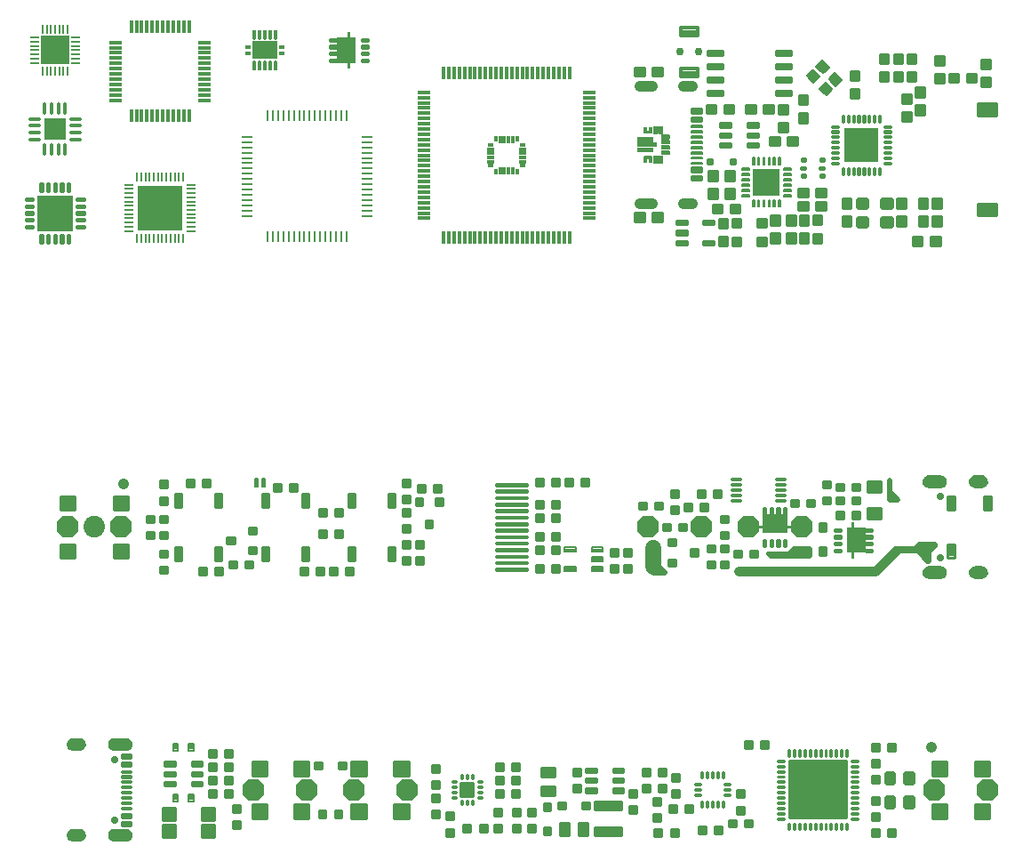
<source format=gbr>
G04 EAGLE Gerber RS-274X export*
G75*
%MOMM*%
%FSLAX34Y34*%
%LPD*%
%INSoldermask Top*%
%IPPOS*%
%AMOC8*
5,1,8,0,0,1.08239X$1,22.5*%
G01*
%ADD10C,1.524000*%
%ADD11C,0.914400*%
%ADD12C,0.635000*%
%ADD13C,0.660400*%
%ADD14C,0.558800*%
%ADD15C,0.508000*%
%ADD16C,0.711200*%
%ADD17C,0.406400*%
%ADD18R,0.850800X0.280800*%
%ADD19R,0.280800X0.850800*%
%ADD20R,4.350800X4.350800*%
%ADD21R,0.350800X1.250800*%
%ADD22R,1.250800X0.350800*%
%ADD23R,0.270800X1.050800*%
%ADD24R,1.050800X0.270800*%
%ADD25C,0.252447*%
%ADD26R,3.400800X3.400800*%
%ADD27R,0.900800X0.250800*%
%ADD28R,0.250800X0.900800*%
%ADD29R,2.700800X2.700800*%
%ADD30C,0.350400*%
%ADD31R,0.600000X0.300000*%
%ADD32R,2.450000X1.700000*%
%ADD33R,0.350000X0.760000*%
%ADD34R,0.545800X0.300800*%
%ADD35R,0.650800X0.300800*%
%ADD36R,0.300800X0.545800*%
%ADD37R,0.300800X0.650800*%
%ADD38R,0.104000X0.453000*%
%ADD39R,0.453000X0.104000*%
%ADD40R,1.300000X0.350000*%
%ADD41R,0.350000X1.300000*%
%ADD42C,0.346763*%
%ADD43C,0.414550*%
%ADD44C,0.380050*%
%ADD45C,0.315559*%
%ADD46C,0.238131*%
%ADD47R,3.200800X3.200800*%
%ADD48C,0.455675*%
%ADD49C,0.191863*%
%ADD50R,2.550800X2.550800*%
%ADD51C,0.598416*%
%ADD52C,0.464253*%
%ADD53C,1.050800*%
%ADD54C,0.199953*%
%ADD55C,0.351431*%
%ADD56C,0.750800*%
%ADD57C,0.379763*%
%ADD58C,0.383972*%
%ADD59C,0.350800*%
%ADD60R,2.100800X2.100800*%
%ADD61C,0.307338*%
%ADD62C,0.272541*%
%ADD63C,0.277131*%
%ADD64C,0.339047*%
%ADD65C,0.345181*%
%ADD66C,0.234866*%
%ADD67C,0.421450*%
%ADD68C,0.700800*%
%ADD69C,0.309372*%
%ADD70C,0.246731*%
%ADD71C,0.340272*%
%ADD72C,0.406222*%
%ADD73C,0.201747*%
%ADD74C,0.445606*%
%ADD75P,2.246825X8X112.500000*%
%ADD76C,1.050800*%
%ADD77C,0.216575*%
%ADD78C,0.369822*%
%ADD79C,0.243838*%
%ADD80C,0.275731*%
%ADD81C,2.050800*%
%ADD82C,0.280559*%
%ADD83C,0.425194*%
%ADD84C,0.182878*%

G36*
X331018Y802857D02*
X331018Y802857D01*
X331020Y802856D01*
X331063Y802876D01*
X331107Y802894D01*
X331107Y802896D01*
X331109Y802897D01*
X331142Y802982D01*
X331142Y808124D01*
X335750Y808124D01*
X335752Y808125D01*
X335754Y808124D01*
X335797Y808144D01*
X335841Y808162D01*
X335841Y808164D01*
X335843Y808165D01*
X335876Y808250D01*
X335876Y831750D01*
X335875Y831752D01*
X335876Y831754D01*
X335856Y831797D01*
X335838Y831841D01*
X335836Y831841D01*
X335835Y831843D01*
X335750Y831876D01*
X331142Y831876D01*
X331142Y836856D01*
X331141Y836858D01*
X331142Y836860D01*
X331122Y836903D01*
X331104Y836947D01*
X331102Y836947D01*
X331101Y836949D01*
X331016Y836982D01*
X328984Y836982D01*
X328982Y836981D01*
X328980Y836982D01*
X328937Y836962D01*
X328893Y836944D01*
X328893Y836942D01*
X328891Y836941D01*
X328858Y836856D01*
X328858Y831876D01*
X318250Y831876D01*
X318248Y831875D01*
X318246Y831876D01*
X318203Y831856D01*
X318159Y831838D01*
X318159Y831836D01*
X318157Y831835D01*
X318124Y831750D01*
X318124Y808250D01*
X318125Y808248D01*
X318124Y808246D01*
X318144Y808203D01*
X318162Y808159D01*
X318164Y808159D01*
X318165Y808157D01*
X318250Y808124D01*
X328858Y808124D01*
X328858Y802982D01*
X328859Y802980D01*
X328858Y802978D01*
X328878Y802935D01*
X328896Y802891D01*
X328898Y802891D01*
X328899Y802889D01*
X328984Y802856D01*
X331016Y802856D01*
X331018Y802857D01*
G37*
G36*
X811158Y336519D02*
X811158Y336519D01*
X811160Y336518D01*
X811203Y336538D01*
X811247Y336556D01*
X811247Y336558D01*
X811249Y336559D01*
X811282Y336644D01*
X811282Y341624D01*
X821890Y341624D01*
X821892Y341625D01*
X821894Y341624D01*
X821937Y341644D01*
X821981Y341662D01*
X821981Y341664D01*
X821983Y341665D01*
X822016Y341750D01*
X822016Y365250D01*
X822015Y365252D01*
X822016Y365254D01*
X821996Y365297D01*
X821978Y365341D01*
X821976Y365341D01*
X821975Y365343D01*
X821890Y365376D01*
X811282Y365376D01*
X811282Y370518D01*
X811281Y370520D01*
X811282Y370522D01*
X811262Y370565D01*
X811244Y370609D01*
X811242Y370609D01*
X811241Y370611D01*
X811156Y370644D01*
X809124Y370644D01*
X809122Y370643D01*
X809120Y370644D01*
X809077Y370624D01*
X809033Y370606D01*
X809033Y370604D01*
X809031Y370603D01*
X808998Y370518D01*
X808998Y365376D01*
X804390Y365376D01*
X804388Y365375D01*
X804386Y365376D01*
X804343Y365356D01*
X804299Y365338D01*
X804299Y365336D01*
X804297Y365335D01*
X804264Y365250D01*
X804264Y341750D01*
X804265Y341748D01*
X804264Y341746D01*
X804284Y341703D01*
X804302Y341659D01*
X804304Y341659D01*
X804305Y341657D01*
X804390Y341624D01*
X808998Y341624D01*
X808998Y336644D01*
X808999Y336642D01*
X808998Y336640D01*
X809018Y336597D01*
X809036Y336553D01*
X809038Y336553D01*
X809039Y336551D01*
X809124Y336518D01*
X811156Y336518D01*
X811158Y336519D01*
G37*
G36*
X747216Y360325D02*
X747216Y360325D01*
X747218Y360324D01*
X747261Y360344D01*
X747305Y360362D01*
X747305Y360364D01*
X747307Y360365D01*
X747340Y360450D01*
X747340Y365058D01*
X752320Y365058D01*
X752322Y365059D01*
X752324Y365058D01*
X752367Y365078D01*
X752411Y365096D01*
X752411Y365098D01*
X752413Y365099D01*
X752446Y365184D01*
X752446Y367216D01*
X752445Y367218D01*
X752446Y367220D01*
X752426Y367263D01*
X752408Y367307D01*
X752406Y367307D01*
X752405Y367309D01*
X752320Y367342D01*
X747340Y367342D01*
X747340Y377950D01*
X747339Y377952D01*
X747340Y377954D01*
X747320Y377997D01*
X747302Y378041D01*
X747300Y378041D01*
X747299Y378043D01*
X747214Y378076D01*
X723714Y378076D01*
X723712Y378075D01*
X723710Y378076D01*
X723667Y378056D01*
X723623Y378038D01*
X723623Y378036D01*
X723621Y378035D01*
X723588Y377950D01*
X723588Y367342D01*
X718446Y367342D01*
X718444Y367341D01*
X718442Y367342D01*
X718399Y367322D01*
X718355Y367304D01*
X718355Y367302D01*
X718353Y367301D01*
X718320Y367216D01*
X718320Y365184D01*
X718321Y365182D01*
X718320Y365180D01*
X718340Y365137D01*
X718358Y365093D01*
X718360Y365093D01*
X718361Y365091D01*
X718446Y365058D01*
X723588Y365058D01*
X723588Y360450D01*
X723589Y360448D01*
X723588Y360446D01*
X723608Y360403D01*
X723626Y360359D01*
X723628Y360359D01*
X723629Y360357D01*
X723714Y360324D01*
X747214Y360324D01*
X747216Y360325D01*
G37*
G36*
X118084Y153354D02*
X118084Y153354D01*
X118087Y153351D01*
X119209Y153506D01*
X119214Y153511D01*
X119218Y153508D01*
X120289Y153879D01*
X120293Y153885D01*
X120298Y153883D01*
X121275Y154456D01*
X121278Y154462D01*
X121283Y154461D01*
X122130Y155214D01*
X122132Y155221D01*
X122137Y155221D01*
X122821Y156124D01*
X122821Y156131D01*
X122826Y156132D01*
X123321Y157151D01*
X123319Y157158D01*
X123324Y157160D01*
X123611Y158257D01*
X123609Y158261D01*
X123611Y158262D01*
X123609Y158264D01*
X123612Y158266D01*
X123679Y159397D01*
X123677Y159401D01*
X123679Y159403D01*
X123612Y160534D01*
X123607Y160539D01*
X123611Y160543D01*
X123324Y161640D01*
X123318Y161644D01*
X123321Y161649D01*
X122826Y162668D01*
X122820Y162671D01*
X122821Y162676D01*
X122137Y163579D01*
X122130Y163581D01*
X122130Y163586D01*
X121283Y164339D01*
X121276Y164339D01*
X121275Y164344D01*
X120298Y164917D01*
X120291Y164916D01*
X120289Y164921D01*
X119218Y165292D01*
X119212Y165289D01*
X119209Y165294D01*
X118087Y165449D01*
X118082Y165446D01*
X118080Y165449D01*
X106080Y165449D01*
X106075Y165446D01*
X106072Y165449D01*
X104805Y165244D01*
X104799Y165238D01*
X104795Y165241D01*
X103605Y164759D01*
X103601Y164752D01*
X103595Y164754D01*
X102542Y164020D01*
X102540Y164012D01*
X102534Y164013D01*
X101671Y163063D01*
X101670Y163054D01*
X101665Y163054D01*
X101035Y161935D01*
X101036Y161927D01*
X101030Y161925D01*
X100665Y160695D01*
X100668Y160687D01*
X100663Y160684D01*
X100581Y159403D01*
X100584Y159399D01*
X100581Y159397D01*
X100663Y158116D01*
X100669Y158110D01*
X100665Y158105D01*
X101030Y156875D01*
X101037Y156870D01*
X101035Y156865D01*
X101665Y155746D01*
X101672Y155743D01*
X101671Y155737D01*
X102534Y154787D01*
X102542Y154786D01*
X102542Y154780D01*
X103595Y154046D01*
X103603Y154046D01*
X103605Y154041D01*
X104795Y153559D01*
X104802Y153561D01*
X104805Y153556D01*
X106072Y153351D01*
X106077Y153354D01*
X106080Y153351D01*
X118080Y153351D01*
X118084Y153354D01*
G37*
G36*
X118084Y66954D02*
X118084Y66954D01*
X118087Y66951D01*
X119209Y67106D01*
X119214Y67111D01*
X119218Y67108D01*
X120289Y67479D01*
X120293Y67485D01*
X120298Y67483D01*
X121275Y68056D01*
X121278Y68062D01*
X121283Y68061D01*
X122130Y68814D01*
X122132Y68821D01*
X122137Y68821D01*
X122821Y69724D01*
X122821Y69731D01*
X122826Y69732D01*
X123321Y70751D01*
X123319Y70758D01*
X123324Y70760D01*
X123611Y71857D01*
X123609Y71861D01*
X123611Y71862D01*
X123609Y71864D01*
X123612Y71866D01*
X123679Y72997D01*
X123677Y73001D01*
X123679Y73003D01*
X123612Y74134D01*
X123607Y74139D01*
X123611Y74143D01*
X123324Y75240D01*
X123318Y75244D01*
X123321Y75249D01*
X122826Y76268D01*
X122820Y76271D01*
X122821Y76276D01*
X122137Y77179D01*
X122130Y77181D01*
X122130Y77186D01*
X121283Y77939D01*
X121276Y77939D01*
X121275Y77944D01*
X120298Y78517D01*
X120291Y78516D01*
X120289Y78521D01*
X119218Y78892D01*
X119212Y78889D01*
X119209Y78894D01*
X118087Y79049D01*
X118082Y79046D01*
X118080Y79049D01*
X106080Y79049D01*
X106075Y79046D01*
X106072Y79049D01*
X104805Y78844D01*
X104799Y78838D01*
X104795Y78841D01*
X103605Y78359D01*
X103601Y78352D01*
X103595Y78354D01*
X102542Y77620D01*
X102540Y77612D01*
X102534Y77613D01*
X101671Y76663D01*
X101670Y76654D01*
X101665Y76654D01*
X101035Y75535D01*
X101036Y75527D01*
X101030Y75525D01*
X100665Y74295D01*
X100668Y74287D01*
X100663Y74284D01*
X100581Y73003D01*
X100584Y72999D01*
X100581Y72997D01*
X100663Y71716D01*
X100669Y71710D01*
X100665Y71705D01*
X101030Y70475D01*
X101037Y70470D01*
X101035Y70465D01*
X101665Y69346D01*
X101672Y69343D01*
X101671Y69337D01*
X102534Y68387D01*
X102542Y68386D01*
X102542Y68380D01*
X103595Y67646D01*
X103603Y67646D01*
X103605Y67641D01*
X104795Y67159D01*
X104802Y67161D01*
X104805Y67156D01*
X106072Y66951D01*
X106077Y66954D01*
X106080Y66951D01*
X118080Y66951D01*
X118084Y66954D01*
G37*
G36*
X893925Y403354D02*
X893925Y403354D01*
X893928Y403351D01*
X895195Y403556D01*
X895201Y403562D01*
X895206Y403559D01*
X896395Y404041D01*
X896399Y404048D01*
X896405Y404046D01*
X897458Y404780D01*
X897460Y404788D01*
X897466Y404787D01*
X898329Y405737D01*
X898330Y405746D01*
X898335Y405746D01*
X898965Y406865D01*
X898964Y406873D01*
X898970Y406875D01*
X899335Y408105D01*
X899332Y408112D01*
X899336Y408115D01*
X899335Y408115D01*
X899337Y408116D01*
X899419Y409397D01*
X899417Y409401D01*
X899419Y409403D01*
X899337Y410684D01*
X899331Y410690D01*
X899335Y410695D01*
X898970Y411925D01*
X898963Y411930D01*
X898965Y411935D01*
X898335Y413054D01*
X898328Y413057D01*
X898329Y413063D01*
X897466Y414013D01*
X897458Y414014D01*
X897458Y414020D01*
X896405Y414754D01*
X896397Y414754D01*
X896395Y414759D01*
X895206Y415241D01*
X895198Y415239D01*
X895195Y415244D01*
X893928Y415449D01*
X893923Y415446D01*
X893920Y415449D01*
X881920Y415449D01*
X881916Y415446D01*
X881913Y415449D01*
X880791Y415294D01*
X880786Y415289D01*
X880782Y415292D01*
X879711Y414921D01*
X879707Y414915D01*
X879702Y414917D01*
X878725Y414344D01*
X878722Y414338D01*
X878717Y414339D01*
X877870Y413586D01*
X877868Y413579D01*
X877863Y413579D01*
X877179Y412676D01*
X877179Y412669D01*
X877174Y412668D01*
X876679Y411649D01*
X876681Y411642D01*
X876679Y411641D01*
X876676Y411640D01*
X876389Y410543D01*
X876392Y410537D01*
X876388Y410534D01*
X876321Y409403D01*
X876323Y409399D01*
X876321Y409397D01*
X876388Y408266D01*
X876393Y408261D01*
X876389Y408257D01*
X876676Y407160D01*
X876682Y407156D01*
X876679Y407151D01*
X877174Y406132D01*
X877180Y406129D01*
X877179Y406124D01*
X877863Y405221D01*
X877870Y405219D01*
X877870Y405214D01*
X878717Y404461D01*
X878724Y404461D01*
X878725Y404456D01*
X879702Y403883D01*
X879709Y403884D01*
X879711Y403879D01*
X880782Y403508D01*
X880788Y403511D01*
X880791Y403506D01*
X881913Y403351D01*
X881918Y403354D01*
X881920Y403351D01*
X893920Y403351D01*
X893925Y403354D01*
G37*
G36*
X893925Y316954D02*
X893925Y316954D01*
X893928Y316951D01*
X895195Y317156D01*
X895201Y317162D01*
X895206Y317159D01*
X896395Y317641D01*
X896399Y317648D01*
X896405Y317646D01*
X897458Y318380D01*
X897460Y318388D01*
X897466Y318387D01*
X898329Y319337D01*
X898330Y319346D01*
X898335Y319346D01*
X898965Y320465D01*
X898964Y320473D01*
X898970Y320475D01*
X899335Y321705D01*
X899332Y321712D01*
X899336Y321715D01*
X899335Y321715D01*
X899337Y321716D01*
X899419Y322997D01*
X899417Y323001D01*
X899419Y323003D01*
X899337Y324284D01*
X899331Y324290D01*
X899335Y324295D01*
X898970Y325525D01*
X898963Y325530D01*
X898965Y325535D01*
X898335Y326654D01*
X898328Y326657D01*
X898329Y326663D01*
X897466Y327613D01*
X897458Y327614D01*
X897458Y327620D01*
X896405Y328354D01*
X896397Y328354D01*
X896395Y328359D01*
X895206Y328841D01*
X895198Y328839D01*
X895195Y328844D01*
X893928Y329049D01*
X893923Y329046D01*
X893920Y329049D01*
X881920Y329049D01*
X881916Y329046D01*
X881913Y329049D01*
X880791Y328894D01*
X880786Y328889D01*
X880782Y328892D01*
X879711Y328521D01*
X879707Y328515D01*
X879702Y328517D01*
X878725Y327944D01*
X878722Y327938D01*
X878717Y327939D01*
X877870Y327186D01*
X877868Y327179D01*
X877863Y327179D01*
X877179Y326276D01*
X877179Y326269D01*
X877174Y326268D01*
X876679Y325249D01*
X876681Y325242D01*
X876679Y325241D01*
X876676Y325240D01*
X876389Y324143D01*
X876392Y324137D01*
X876388Y324134D01*
X876321Y323003D01*
X876323Y322999D01*
X876321Y322997D01*
X876388Y321866D01*
X876393Y321861D01*
X876389Y321857D01*
X876676Y320760D01*
X876682Y320756D01*
X876679Y320751D01*
X877174Y319732D01*
X877180Y319729D01*
X877179Y319724D01*
X877863Y318821D01*
X877870Y318819D01*
X877870Y318814D01*
X878717Y318061D01*
X878724Y318061D01*
X878725Y318056D01*
X879702Y317483D01*
X879709Y317484D01*
X879711Y317479D01*
X880782Y317108D01*
X880788Y317111D01*
X880791Y317106D01*
X881913Y316951D01*
X881918Y316954D01*
X881920Y316951D01*
X893920Y316951D01*
X893925Y316954D01*
G37*
G36*
X932723Y403353D02*
X932723Y403353D01*
X932725Y403351D01*
X933890Y403471D01*
X933896Y403476D01*
X933900Y403473D01*
X935019Y403817D01*
X935023Y403823D01*
X935028Y403821D01*
X936059Y404378D01*
X936062Y404384D01*
X936067Y404383D01*
X936969Y405130D01*
X936971Y405137D01*
X936976Y405137D01*
X937715Y406045D01*
X937715Y406052D01*
X937720Y406053D01*
X938268Y407089D01*
X938267Y407096D01*
X938272Y407097D01*
X938607Y408220D01*
X938605Y408227D01*
X938609Y408229D01*
X938719Y409395D01*
X938715Y409402D01*
X938719Y409405D01*
X938575Y410736D01*
X938569Y410741D01*
X938572Y410746D01*
X938136Y412011D01*
X938129Y412016D01*
X938131Y412021D01*
X937424Y413157D01*
X937416Y413160D01*
X937417Y413166D01*
X936475Y414116D01*
X936467Y414117D01*
X936466Y414122D01*
X935336Y414839D01*
X935328Y414838D01*
X935326Y414844D01*
X934065Y415291D01*
X934058Y415289D01*
X934055Y415294D01*
X932726Y415449D01*
X932722Y415447D01*
X932720Y415449D01*
X926720Y415449D01*
X926717Y415447D01*
X926715Y415449D01*
X925373Y415303D01*
X925367Y415298D01*
X925363Y415301D01*
X924087Y414861D01*
X924083Y414854D01*
X924077Y414856D01*
X922932Y414143D01*
X922929Y414135D01*
X922923Y414136D01*
X921965Y413186D01*
X921964Y413178D01*
X921958Y413177D01*
X921236Y412038D01*
X921236Y412033D01*
X921235Y412032D01*
X921236Y412030D01*
X921231Y412028D01*
X920780Y410757D01*
X920781Y410753D01*
X920779Y410752D01*
X920782Y410748D01*
X920778Y410746D01*
X920621Y409406D01*
X920625Y409399D01*
X920621Y409395D01*
X920742Y408220D01*
X920747Y408215D01*
X920744Y408211D01*
X921091Y407082D01*
X921097Y407078D01*
X921095Y407073D01*
X921656Y406034D01*
X921663Y406031D01*
X921661Y406026D01*
X922414Y405116D01*
X922421Y405114D01*
X922421Y405109D01*
X923337Y404363D01*
X923345Y404363D01*
X923345Y404358D01*
X924389Y403806D01*
X924397Y403807D01*
X924398Y403802D01*
X925530Y403464D01*
X925537Y403466D01*
X925539Y403462D01*
X926715Y403351D01*
X926718Y403353D01*
X926720Y403351D01*
X932720Y403351D01*
X932723Y403353D01*
G37*
G36*
X932723Y316953D02*
X932723Y316953D01*
X932725Y316951D01*
X933890Y317071D01*
X933896Y317076D01*
X933900Y317073D01*
X935019Y317417D01*
X935023Y317423D01*
X935028Y317421D01*
X936059Y317978D01*
X936062Y317984D01*
X936067Y317983D01*
X936969Y318730D01*
X936971Y318737D01*
X936976Y318737D01*
X937715Y319645D01*
X937715Y319652D01*
X937720Y319653D01*
X938268Y320689D01*
X938267Y320696D01*
X938272Y320697D01*
X938607Y321820D01*
X938605Y321827D01*
X938609Y321829D01*
X938719Y322995D01*
X938715Y323002D01*
X938719Y323005D01*
X938575Y324336D01*
X938569Y324341D01*
X938572Y324346D01*
X938136Y325611D01*
X938129Y325616D01*
X938131Y325621D01*
X937424Y326757D01*
X937416Y326760D01*
X937417Y326766D01*
X936475Y327716D01*
X936467Y327717D01*
X936466Y327722D01*
X935336Y328439D01*
X935328Y328438D01*
X935326Y328444D01*
X934065Y328891D01*
X934058Y328889D01*
X934055Y328894D01*
X932726Y329049D01*
X932722Y329047D01*
X932720Y329049D01*
X926720Y329049D01*
X926717Y329047D01*
X926715Y329049D01*
X925373Y328903D01*
X925367Y328898D01*
X925363Y328901D01*
X924087Y328461D01*
X924083Y328454D01*
X924077Y328456D01*
X922932Y327743D01*
X922929Y327735D01*
X922923Y327736D01*
X921965Y326786D01*
X921964Y326778D01*
X921958Y326777D01*
X921236Y325638D01*
X921236Y325633D01*
X921235Y325632D01*
X921236Y325630D01*
X921231Y325628D01*
X920780Y324357D01*
X920781Y324353D01*
X920779Y324352D01*
X920782Y324348D01*
X920778Y324346D01*
X920621Y323006D01*
X920625Y322999D01*
X920621Y322995D01*
X920742Y321820D01*
X920747Y321815D01*
X920744Y321811D01*
X921091Y320682D01*
X921097Y320678D01*
X921095Y320673D01*
X921656Y319634D01*
X921663Y319631D01*
X921661Y319626D01*
X922414Y318716D01*
X922421Y318714D01*
X922421Y318709D01*
X923337Y317963D01*
X923345Y317963D01*
X923345Y317958D01*
X924389Y317406D01*
X924397Y317407D01*
X924398Y317402D01*
X925530Y317064D01*
X925537Y317066D01*
X925539Y317062D01*
X926715Y316951D01*
X926718Y316953D01*
X926720Y316951D01*
X932720Y316951D01*
X932723Y316953D01*
G37*
G36*
X73283Y153353D02*
X73283Y153353D01*
X73285Y153351D01*
X74461Y153462D01*
X74466Y153467D01*
X74470Y153464D01*
X75602Y153802D01*
X75606Y153808D01*
X75611Y153806D01*
X76655Y154358D01*
X76658Y154365D01*
X76663Y154363D01*
X77579Y155109D01*
X77580Y155116D01*
X77586Y155116D01*
X78339Y156026D01*
X78339Y156033D01*
X78344Y156034D01*
X78905Y157073D01*
X78904Y157078D01*
X78908Y157080D01*
X78907Y157081D01*
X78909Y157082D01*
X79256Y158211D01*
X79256Y158212D01*
X79257Y158213D01*
X79254Y158217D01*
X79258Y158220D01*
X79379Y159395D01*
X79375Y159402D01*
X79379Y159406D01*
X79222Y160746D01*
X79217Y160752D01*
X79220Y160757D01*
X78769Y162028D01*
X78762Y162033D01*
X78764Y162038D01*
X78042Y163177D01*
X78034Y163180D01*
X78035Y163186D01*
X77077Y164136D01*
X77069Y164137D01*
X77068Y164143D01*
X75923Y164856D01*
X75915Y164855D01*
X75913Y164861D01*
X74637Y165301D01*
X74630Y165299D01*
X74627Y165303D01*
X73285Y165449D01*
X73282Y165447D01*
X73280Y165449D01*
X67280Y165449D01*
X67277Y165447D01*
X67274Y165449D01*
X65945Y165294D01*
X65939Y165288D01*
X65935Y165291D01*
X64674Y164844D01*
X64669Y164837D01*
X64664Y164839D01*
X63534Y164122D01*
X63531Y164115D01*
X63525Y164116D01*
X62583Y163166D01*
X62582Y163157D01*
X62576Y163157D01*
X61869Y162021D01*
X61870Y162013D01*
X61864Y162011D01*
X61428Y160746D01*
X61430Y160738D01*
X61425Y160736D01*
X61281Y159405D01*
X61285Y159399D01*
X61281Y159395D01*
X61391Y158229D01*
X61396Y158224D01*
X61393Y158220D01*
X61728Y157097D01*
X61734Y157093D01*
X61732Y157089D01*
X62280Y156053D01*
X62286Y156050D01*
X62285Y156045D01*
X63024Y155137D01*
X63031Y155135D01*
X63031Y155130D01*
X63933Y154383D01*
X63941Y154383D01*
X63941Y154378D01*
X64972Y153821D01*
X64979Y153822D01*
X64981Y153817D01*
X66100Y153473D01*
X66107Y153475D01*
X66110Y153471D01*
X67275Y153351D01*
X67278Y153353D01*
X67280Y153351D01*
X73280Y153351D01*
X73283Y153353D01*
G37*
G36*
X73283Y66953D02*
X73283Y66953D01*
X73285Y66951D01*
X74461Y67062D01*
X74466Y67067D01*
X74470Y67064D01*
X75602Y67402D01*
X75606Y67408D01*
X75611Y67406D01*
X76655Y67958D01*
X76658Y67965D01*
X76663Y67963D01*
X77579Y68709D01*
X77580Y68716D01*
X77586Y68716D01*
X78339Y69626D01*
X78339Y69633D01*
X78344Y69634D01*
X78905Y70673D01*
X78904Y70678D01*
X78908Y70680D01*
X78907Y70681D01*
X78909Y70682D01*
X79256Y71811D01*
X79256Y71812D01*
X79257Y71813D01*
X79254Y71817D01*
X79258Y71820D01*
X79379Y72995D01*
X79375Y73002D01*
X79379Y73006D01*
X79222Y74346D01*
X79217Y74352D01*
X79220Y74357D01*
X78769Y75628D01*
X78762Y75633D01*
X78764Y75638D01*
X78042Y76777D01*
X78034Y76780D01*
X78035Y76786D01*
X77077Y77736D01*
X77069Y77737D01*
X77068Y77743D01*
X75923Y78456D01*
X75915Y78455D01*
X75913Y78461D01*
X74637Y78901D01*
X74630Y78899D01*
X74627Y78903D01*
X73285Y79049D01*
X73282Y79047D01*
X73280Y79049D01*
X67280Y79049D01*
X67277Y79047D01*
X67274Y79049D01*
X65945Y78894D01*
X65939Y78888D01*
X65935Y78891D01*
X64674Y78444D01*
X64669Y78437D01*
X64664Y78439D01*
X63534Y77722D01*
X63531Y77715D01*
X63525Y77716D01*
X62583Y76766D01*
X62582Y76757D01*
X62576Y76757D01*
X61869Y75621D01*
X61870Y75613D01*
X61864Y75611D01*
X61428Y74346D01*
X61430Y74338D01*
X61425Y74336D01*
X61281Y73005D01*
X61285Y72999D01*
X61281Y72995D01*
X61391Y71829D01*
X61396Y71824D01*
X61393Y71820D01*
X61728Y70697D01*
X61734Y70693D01*
X61732Y70689D01*
X62280Y69653D01*
X62286Y69650D01*
X62285Y69645D01*
X63024Y68737D01*
X63031Y68735D01*
X63031Y68730D01*
X63933Y67983D01*
X63941Y67983D01*
X63941Y67978D01*
X64972Y67421D01*
X64979Y67422D01*
X64981Y67417D01*
X66100Y67073D01*
X66107Y67075D01*
X66110Y67071D01*
X67275Y66951D01*
X67278Y66953D01*
X67280Y66951D01*
X73280Y66951D01*
X73283Y66953D01*
G37*
G36*
X623000Y727746D02*
X623000Y727746D01*
X623001Y727746D01*
X623192Y727784D01*
X623193Y727785D01*
X623194Y727785D01*
X623356Y727893D01*
X623356Y727894D01*
X623357Y727894D01*
X623465Y728056D01*
X623465Y728057D01*
X623466Y728058D01*
X623466Y728060D01*
X623467Y728060D01*
X623466Y728060D01*
X623467Y728064D01*
X623468Y728068D01*
X623469Y728072D01*
X623469Y728073D01*
X623470Y728077D01*
X623471Y728081D01*
X623472Y728085D01*
X623481Y728132D01*
X623482Y728136D01*
X623483Y728140D01*
X623483Y728141D01*
X623483Y728145D01*
X623484Y728149D01*
X623485Y728153D01*
X623486Y728157D01*
X623486Y728158D01*
X623487Y728162D01*
X623488Y728166D01*
X623496Y728208D01*
X623496Y728209D01*
X623497Y728213D01*
X623498Y728217D01*
X623499Y728221D01*
X623499Y728225D01*
X623499Y728226D01*
X623500Y728230D01*
X623501Y728234D01*
X623502Y728238D01*
X623503Y728242D01*
X623503Y728243D01*
X623504Y728247D01*
X623504Y728249D01*
X623504Y728250D01*
X623504Y731750D01*
X623504Y731751D01*
X623466Y731942D01*
X623465Y731943D01*
X623465Y731944D01*
X623357Y732106D01*
X623356Y732106D01*
X623356Y732107D01*
X623194Y732215D01*
X623193Y732215D01*
X623192Y732216D01*
X623001Y732254D01*
X623000Y732254D01*
X605000Y732254D01*
X604999Y732254D01*
X604808Y732216D01*
X604807Y732215D01*
X604806Y732215D01*
X604644Y732107D01*
X604644Y732106D01*
X604643Y732106D01*
X604535Y731944D01*
X604535Y731943D01*
X604534Y731942D01*
X604534Y731941D01*
X604533Y731937D01*
X604532Y731933D01*
X604524Y731890D01*
X604523Y731886D01*
X604522Y731882D01*
X604521Y731877D01*
X604520Y731873D01*
X604519Y731869D01*
X604518Y731865D01*
X604518Y731860D01*
X604517Y731856D01*
X604516Y731852D01*
X604507Y731809D01*
X604507Y731805D01*
X604506Y731801D01*
X604505Y731797D01*
X604504Y731792D01*
X604503Y731788D01*
X604502Y731784D01*
X604502Y731780D01*
X604501Y731775D01*
X604500Y731771D01*
X604496Y731751D01*
X604496Y731750D01*
X604496Y728250D01*
X604496Y728249D01*
X604534Y728058D01*
X604535Y728057D01*
X604535Y728056D01*
X604643Y727894D01*
X604644Y727894D01*
X604644Y727893D01*
X604806Y727785D01*
X604807Y727785D01*
X604808Y727784D01*
X604999Y727746D01*
X605000Y727746D01*
X623000Y727746D01*
X623000Y727746D01*
G37*
G36*
X619500Y732746D02*
X619500Y732746D01*
X619501Y732746D01*
X619692Y732784D01*
X619693Y732785D01*
X619694Y732785D01*
X619856Y732893D01*
X619856Y732894D01*
X619857Y732894D01*
X619965Y733056D01*
X619965Y733057D01*
X619966Y733058D01*
X620004Y733249D01*
X620004Y733250D01*
X620004Y736750D01*
X620004Y736751D01*
X619966Y736942D01*
X619965Y736943D01*
X619965Y736944D01*
X619857Y737106D01*
X619856Y737106D01*
X619856Y737107D01*
X619694Y737215D01*
X619693Y737215D01*
X619692Y737216D01*
X619501Y737254D01*
X619500Y737254D01*
X605000Y737254D01*
X604999Y737254D01*
X604808Y737216D01*
X604807Y737215D01*
X604806Y737215D01*
X604644Y737107D01*
X604644Y737106D01*
X604643Y737106D01*
X604535Y736944D01*
X604535Y736943D01*
X604534Y736942D01*
X604496Y736751D01*
X604496Y736750D01*
X604496Y733250D01*
X604496Y733249D01*
X604534Y733058D01*
X604535Y733057D01*
X604535Y733056D01*
X604643Y732894D01*
X604644Y732894D01*
X604644Y732893D01*
X604806Y732785D01*
X604807Y732785D01*
X604808Y732784D01*
X604999Y732746D01*
X605000Y732746D01*
X619500Y732746D01*
X619500Y732746D01*
G37*
G36*
X619500Y722746D02*
X619500Y722746D01*
X619501Y722746D01*
X619692Y722784D01*
X619693Y722785D01*
X619694Y722785D01*
X619856Y722893D01*
X619856Y722894D01*
X619857Y722894D01*
X619965Y723056D01*
X619965Y723057D01*
X619966Y723058D01*
X620004Y723249D01*
X620004Y723250D01*
X620004Y726750D01*
X620004Y726751D01*
X619966Y726942D01*
X619965Y726943D01*
X619965Y726944D01*
X619857Y727106D01*
X619856Y727106D01*
X619856Y727107D01*
X619694Y727215D01*
X619693Y727215D01*
X619692Y727216D01*
X619501Y727254D01*
X619500Y727254D01*
X605000Y727254D01*
X604999Y727254D01*
X604808Y727216D01*
X604807Y727215D01*
X604806Y727215D01*
X604644Y727107D01*
X604644Y727106D01*
X604643Y727106D01*
X604535Y726944D01*
X604535Y726943D01*
X604534Y726942D01*
X604496Y726751D01*
X604496Y726750D01*
X604496Y723250D01*
X604496Y723249D01*
X604534Y723058D01*
X604535Y723057D01*
X604535Y723056D01*
X604643Y722894D01*
X604644Y722894D01*
X604644Y722893D01*
X604806Y722785D01*
X604807Y722785D01*
X604808Y722784D01*
X604999Y722746D01*
X605000Y722746D01*
X619500Y722746D01*
X619500Y722746D01*
G37*
G36*
X618250Y740746D02*
X618250Y740746D01*
X618251Y740746D01*
X618442Y740784D01*
X618443Y740785D01*
X618444Y740785D01*
X618606Y740893D01*
X618606Y740894D01*
X618607Y740894D01*
X618715Y741056D01*
X618715Y741057D01*
X618716Y741058D01*
X618716Y741060D01*
X618717Y741060D01*
X618716Y741060D01*
X618717Y741064D01*
X618718Y741068D01*
X618719Y741072D01*
X618719Y741073D01*
X618720Y741077D01*
X618721Y741081D01*
X618722Y741085D01*
X618731Y741132D01*
X618732Y741136D01*
X618733Y741140D01*
X618733Y741141D01*
X618733Y741145D01*
X618734Y741149D01*
X618735Y741153D01*
X618736Y741157D01*
X618736Y741158D01*
X618737Y741162D01*
X618738Y741166D01*
X618746Y741208D01*
X618746Y741209D01*
X618747Y741213D01*
X618748Y741217D01*
X618749Y741221D01*
X618749Y741225D01*
X618749Y741226D01*
X618750Y741230D01*
X618751Y741234D01*
X618752Y741238D01*
X618753Y741242D01*
X618753Y741243D01*
X618754Y741247D01*
X618754Y741249D01*
X618754Y741250D01*
X618754Y746500D01*
X618754Y746501D01*
X618716Y746692D01*
X618715Y746693D01*
X618715Y746694D01*
X618607Y746856D01*
X618606Y746856D01*
X618606Y746857D01*
X618444Y746965D01*
X618443Y746965D01*
X618442Y746966D01*
X618251Y747004D01*
X618250Y747004D01*
X616250Y747004D01*
X616249Y747004D01*
X616058Y746966D01*
X616057Y746965D01*
X616056Y746965D01*
X615894Y746857D01*
X615894Y746856D01*
X615893Y746856D01*
X615785Y746694D01*
X615785Y746693D01*
X615784Y746692D01*
X615783Y746688D01*
X615782Y746684D01*
X615781Y746679D01*
X615781Y746675D01*
X615780Y746675D01*
X615781Y746675D01*
X615780Y746671D01*
X615779Y746667D01*
X615778Y746662D01*
X615777Y746658D01*
X615776Y746654D01*
X615768Y746611D01*
X615767Y746607D01*
X615766Y746603D01*
X615765Y746599D01*
X615764Y746594D01*
X615764Y746590D01*
X615763Y746586D01*
X615762Y746582D01*
X615761Y746577D01*
X615760Y746573D01*
X615752Y746531D01*
X615751Y746526D01*
X615750Y746522D01*
X615749Y746518D01*
X615748Y746514D01*
X615748Y746509D01*
X615747Y746505D01*
X615746Y746501D01*
X615746Y746500D01*
X615746Y743754D01*
X613754Y743754D01*
X613754Y746500D01*
X613754Y746501D01*
X613716Y746692D01*
X613715Y746693D01*
X613715Y746694D01*
X613607Y746856D01*
X613606Y746856D01*
X613606Y746857D01*
X613444Y746965D01*
X613443Y746965D01*
X613442Y746966D01*
X613251Y747004D01*
X613250Y747004D01*
X611250Y747004D01*
X611249Y747004D01*
X611058Y746966D01*
X611057Y746965D01*
X611056Y746965D01*
X610894Y746857D01*
X610894Y746856D01*
X610893Y746856D01*
X610785Y746694D01*
X610785Y746693D01*
X610784Y746692D01*
X610783Y746688D01*
X610782Y746684D01*
X610781Y746679D01*
X610781Y746675D01*
X610780Y746675D01*
X610781Y746675D01*
X610780Y746671D01*
X610779Y746667D01*
X610778Y746662D01*
X610777Y746658D01*
X610776Y746654D01*
X610768Y746611D01*
X610767Y746607D01*
X610766Y746603D01*
X610765Y746599D01*
X610764Y746594D01*
X610764Y746590D01*
X610763Y746586D01*
X610762Y746582D01*
X610761Y746577D01*
X610760Y746573D01*
X610752Y746531D01*
X610751Y746526D01*
X610750Y746522D01*
X610749Y746518D01*
X610748Y746514D01*
X610748Y746509D01*
X610747Y746505D01*
X610746Y746501D01*
X610746Y746500D01*
X610746Y741250D01*
X610746Y741249D01*
X610784Y741058D01*
X610785Y741057D01*
X610785Y741056D01*
X610893Y740894D01*
X610894Y740894D01*
X610894Y740893D01*
X611056Y740785D01*
X611057Y740785D01*
X611058Y740784D01*
X611249Y740746D01*
X611250Y740746D01*
X618250Y740746D01*
X618250Y740746D01*
G37*
G36*
X613250Y712996D02*
X613250Y712996D01*
X613251Y712996D01*
X613442Y713034D01*
X613443Y713035D01*
X613444Y713035D01*
X613606Y713143D01*
X613606Y713144D01*
X613607Y713144D01*
X613715Y713306D01*
X613715Y713307D01*
X613716Y713308D01*
X613716Y713310D01*
X613717Y713310D01*
X613716Y713310D01*
X613717Y713314D01*
X613718Y713318D01*
X613719Y713322D01*
X613719Y713323D01*
X613720Y713327D01*
X613721Y713331D01*
X613722Y713335D01*
X613731Y713382D01*
X613732Y713386D01*
X613733Y713390D01*
X613733Y713391D01*
X613733Y713395D01*
X613734Y713399D01*
X613735Y713403D01*
X613736Y713407D01*
X613736Y713408D01*
X613737Y713412D01*
X613738Y713416D01*
X613746Y713458D01*
X613746Y713459D01*
X613747Y713463D01*
X613748Y713467D01*
X613749Y713471D01*
X613749Y713475D01*
X613749Y713476D01*
X613750Y713480D01*
X613751Y713484D01*
X613752Y713488D01*
X613753Y713492D01*
X613753Y713493D01*
X613754Y713497D01*
X613754Y713499D01*
X613754Y713500D01*
X613754Y716246D01*
X615746Y716246D01*
X615746Y713500D01*
X615746Y713499D01*
X615784Y713308D01*
X615785Y713307D01*
X615785Y713306D01*
X615893Y713144D01*
X615894Y713144D01*
X615894Y713143D01*
X616056Y713035D01*
X616057Y713035D01*
X616058Y713034D01*
X616249Y712996D01*
X616250Y712996D01*
X618250Y712996D01*
X618251Y712996D01*
X618442Y713034D01*
X618443Y713035D01*
X618444Y713035D01*
X618606Y713143D01*
X618606Y713144D01*
X618607Y713144D01*
X618715Y713306D01*
X618715Y713307D01*
X618716Y713308D01*
X618716Y713310D01*
X618717Y713310D01*
X618716Y713310D01*
X618717Y713314D01*
X618718Y713318D01*
X618719Y713322D01*
X618719Y713323D01*
X618720Y713327D01*
X618721Y713331D01*
X618722Y713335D01*
X618731Y713382D01*
X618732Y713386D01*
X618733Y713390D01*
X618733Y713391D01*
X618733Y713395D01*
X618734Y713399D01*
X618735Y713403D01*
X618736Y713407D01*
X618736Y713408D01*
X618737Y713412D01*
X618738Y713416D01*
X618746Y713458D01*
X618746Y713459D01*
X618747Y713463D01*
X618748Y713467D01*
X618749Y713471D01*
X618749Y713475D01*
X618749Y713476D01*
X618750Y713480D01*
X618751Y713484D01*
X618752Y713488D01*
X618753Y713492D01*
X618753Y713493D01*
X618754Y713497D01*
X618754Y713499D01*
X618754Y713500D01*
X618754Y718750D01*
X618754Y718751D01*
X618716Y718942D01*
X618715Y718943D01*
X618715Y718944D01*
X618607Y719106D01*
X618606Y719106D01*
X618606Y719107D01*
X618444Y719215D01*
X618443Y719215D01*
X618442Y719216D01*
X618251Y719254D01*
X618250Y719254D01*
X611250Y719254D01*
X611249Y719254D01*
X611058Y719216D01*
X611057Y719215D01*
X611056Y719215D01*
X610894Y719107D01*
X610894Y719106D01*
X610893Y719106D01*
X610785Y718944D01*
X610785Y718943D01*
X610784Y718942D01*
X610783Y718938D01*
X610782Y718934D01*
X610781Y718929D01*
X610781Y718925D01*
X610780Y718925D01*
X610781Y718925D01*
X610780Y718921D01*
X610779Y718917D01*
X610778Y718912D01*
X610777Y718908D01*
X610776Y718904D01*
X610768Y718861D01*
X610767Y718857D01*
X610766Y718853D01*
X610765Y718849D01*
X610764Y718844D01*
X610764Y718840D01*
X610763Y718836D01*
X610762Y718832D01*
X610761Y718827D01*
X610760Y718823D01*
X610752Y718781D01*
X610751Y718776D01*
X610750Y718772D01*
X610749Y718768D01*
X610748Y718764D01*
X610748Y718759D01*
X610747Y718755D01*
X610746Y718751D01*
X610746Y718750D01*
X610746Y713500D01*
X610746Y713499D01*
X610784Y713308D01*
X610785Y713307D01*
X610785Y713306D01*
X610893Y713144D01*
X610894Y713144D01*
X610894Y713143D01*
X611056Y713035D01*
X611057Y713035D01*
X611058Y713034D01*
X611249Y712996D01*
X611250Y712996D01*
X613250Y712996D01*
X613250Y712996D01*
G37*
G36*
X635000Y735246D02*
X635000Y735246D01*
X635001Y735246D01*
X635192Y735284D01*
X635193Y735285D01*
X635194Y735285D01*
X635356Y735393D01*
X635356Y735394D01*
X635357Y735394D01*
X635465Y735556D01*
X635465Y735557D01*
X635466Y735558D01*
X635466Y735560D01*
X635467Y735560D01*
X635466Y735560D01*
X635467Y735564D01*
X635468Y735568D01*
X635469Y735572D01*
X635469Y735573D01*
X635470Y735577D01*
X635471Y735581D01*
X635472Y735585D01*
X635481Y735632D01*
X635482Y735636D01*
X635483Y735640D01*
X635483Y735641D01*
X635483Y735645D01*
X635484Y735649D01*
X635485Y735653D01*
X635486Y735657D01*
X635486Y735658D01*
X635487Y735662D01*
X635488Y735666D01*
X635496Y735708D01*
X635496Y735709D01*
X635497Y735713D01*
X635498Y735717D01*
X635499Y735721D01*
X635499Y735725D01*
X635499Y735726D01*
X635500Y735730D01*
X635501Y735734D01*
X635502Y735738D01*
X635503Y735742D01*
X635503Y735743D01*
X635504Y735747D01*
X635504Y735749D01*
X635504Y735750D01*
X635504Y739250D01*
X635504Y739251D01*
X635466Y739442D01*
X635465Y739443D01*
X635465Y739444D01*
X635357Y739606D01*
X635356Y739606D01*
X635356Y739607D01*
X635194Y739715D01*
X635193Y739715D01*
X635192Y739716D01*
X635001Y739754D01*
X635000Y739754D01*
X628000Y739754D01*
X627999Y739754D01*
X627808Y739716D01*
X627807Y739715D01*
X627806Y739715D01*
X627644Y739607D01*
X627644Y739606D01*
X627643Y739606D01*
X627535Y739444D01*
X627535Y739443D01*
X627534Y739442D01*
X627534Y739441D01*
X627533Y739437D01*
X627532Y739433D01*
X627524Y739390D01*
X627523Y739386D01*
X627522Y739382D01*
X627521Y739377D01*
X627520Y739373D01*
X627519Y739369D01*
X627518Y739365D01*
X627518Y739360D01*
X627517Y739356D01*
X627516Y739352D01*
X627507Y739309D01*
X627507Y739305D01*
X627506Y739301D01*
X627505Y739297D01*
X627504Y739292D01*
X627503Y739288D01*
X627502Y739284D01*
X627502Y739280D01*
X627501Y739275D01*
X627500Y739271D01*
X627496Y739251D01*
X627496Y739250D01*
X627496Y735750D01*
X627496Y735749D01*
X627534Y735558D01*
X627535Y735557D01*
X627535Y735556D01*
X627643Y735394D01*
X627644Y735394D01*
X627644Y735393D01*
X627806Y735285D01*
X627807Y735285D01*
X627808Y735284D01*
X627999Y735246D01*
X628000Y735246D01*
X635000Y735246D01*
X635000Y735246D01*
G37*
G36*
X635000Y730246D02*
X635000Y730246D01*
X635001Y730246D01*
X635192Y730284D01*
X635193Y730285D01*
X635194Y730285D01*
X635356Y730393D01*
X635356Y730394D01*
X635357Y730394D01*
X635465Y730556D01*
X635465Y730557D01*
X635466Y730558D01*
X635466Y730560D01*
X635467Y730560D01*
X635466Y730560D01*
X635467Y730564D01*
X635468Y730568D01*
X635469Y730572D01*
X635469Y730573D01*
X635470Y730577D01*
X635471Y730581D01*
X635472Y730585D01*
X635481Y730632D01*
X635482Y730636D01*
X635483Y730640D01*
X635483Y730641D01*
X635483Y730645D01*
X635484Y730649D01*
X635485Y730653D01*
X635486Y730657D01*
X635486Y730658D01*
X635487Y730662D01*
X635488Y730666D01*
X635496Y730708D01*
X635496Y730709D01*
X635497Y730713D01*
X635498Y730717D01*
X635499Y730721D01*
X635499Y730725D01*
X635499Y730726D01*
X635500Y730730D01*
X635501Y730734D01*
X635502Y730738D01*
X635503Y730742D01*
X635503Y730743D01*
X635504Y730747D01*
X635504Y730749D01*
X635504Y730750D01*
X635504Y734250D01*
X635504Y734251D01*
X635466Y734442D01*
X635465Y734443D01*
X635465Y734444D01*
X635357Y734606D01*
X635356Y734606D01*
X635356Y734607D01*
X635194Y734715D01*
X635193Y734715D01*
X635192Y734716D01*
X635001Y734754D01*
X635000Y734754D01*
X628000Y734754D01*
X627999Y734754D01*
X627808Y734716D01*
X627807Y734715D01*
X627806Y734715D01*
X627644Y734607D01*
X627644Y734606D01*
X627643Y734606D01*
X627535Y734444D01*
X627535Y734443D01*
X627534Y734442D01*
X627534Y734441D01*
X627533Y734437D01*
X627532Y734433D01*
X627524Y734390D01*
X627523Y734386D01*
X627522Y734382D01*
X627521Y734377D01*
X627520Y734373D01*
X627519Y734369D01*
X627518Y734365D01*
X627518Y734360D01*
X627517Y734356D01*
X627516Y734352D01*
X627507Y734309D01*
X627507Y734305D01*
X627506Y734301D01*
X627505Y734297D01*
X627504Y734292D01*
X627503Y734288D01*
X627502Y734284D01*
X627502Y734280D01*
X627501Y734275D01*
X627500Y734271D01*
X627496Y734251D01*
X627496Y734250D01*
X627496Y730750D01*
X627496Y730749D01*
X627534Y730558D01*
X627535Y730557D01*
X627535Y730556D01*
X627643Y730394D01*
X627644Y730394D01*
X627644Y730393D01*
X627806Y730285D01*
X627807Y730285D01*
X627808Y730284D01*
X627999Y730246D01*
X628000Y730246D01*
X635000Y730246D01*
X635000Y730246D01*
G37*
G36*
X635000Y725246D02*
X635000Y725246D01*
X635001Y725246D01*
X635192Y725284D01*
X635193Y725285D01*
X635194Y725285D01*
X635356Y725393D01*
X635356Y725394D01*
X635357Y725394D01*
X635465Y725556D01*
X635465Y725557D01*
X635466Y725558D01*
X635466Y725560D01*
X635467Y725560D01*
X635466Y725560D01*
X635467Y725564D01*
X635468Y725568D01*
X635469Y725572D01*
X635469Y725573D01*
X635470Y725577D01*
X635471Y725581D01*
X635472Y725585D01*
X635481Y725632D01*
X635482Y725636D01*
X635483Y725640D01*
X635483Y725641D01*
X635483Y725645D01*
X635484Y725649D01*
X635485Y725653D01*
X635486Y725657D01*
X635486Y725658D01*
X635487Y725662D01*
X635488Y725666D01*
X635496Y725708D01*
X635496Y725709D01*
X635497Y725713D01*
X635498Y725717D01*
X635499Y725721D01*
X635499Y725725D01*
X635499Y725726D01*
X635500Y725730D01*
X635501Y725734D01*
X635502Y725738D01*
X635503Y725742D01*
X635503Y725743D01*
X635504Y725747D01*
X635504Y725749D01*
X635504Y725750D01*
X635504Y729250D01*
X635504Y729251D01*
X635466Y729442D01*
X635465Y729443D01*
X635465Y729444D01*
X635357Y729606D01*
X635356Y729606D01*
X635356Y729607D01*
X635194Y729715D01*
X635193Y729715D01*
X635192Y729716D01*
X635001Y729754D01*
X635000Y729754D01*
X628000Y729754D01*
X627999Y729754D01*
X627808Y729716D01*
X627807Y729715D01*
X627806Y729715D01*
X627644Y729607D01*
X627644Y729606D01*
X627643Y729606D01*
X627535Y729444D01*
X627535Y729443D01*
X627534Y729442D01*
X627534Y729441D01*
X627533Y729437D01*
X627532Y729433D01*
X627524Y729390D01*
X627523Y729386D01*
X627522Y729382D01*
X627521Y729377D01*
X627520Y729373D01*
X627519Y729369D01*
X627518Y729365D01*
X627518Y729360D01*
X627517Y729356D01*
X627516Y729352D01*
X627507Y729309D01*
X627507Y729305D01*
X627506Y729301D01*
X627505Y729297D01*
X627504Y729292D01*
X627503Y729288D01*
X627502Y729284D01*
X627502Y729280D01*
X627501Y729275D01*
X627500Y729271D01*
X627496Y729251D01*
X627496Y729250D01*
X627496Y725750D01*
X627496Y725749D01*
X627534Y725558D01*
X627535Y725557D01*
X627535Y725556D01*
X627643Y725394D01*
X627644Y725394D01*
X627644Y725393D01*
X627806Y725285D01*
X627807Y725285D01*
X627808Y725284D01*
X627999Y725246D01*
X628000Y725246D01*
X635000Y725246D01*
X635000Y725246D01*
G37*
G36*
X635000Y720246D02*
X635000Y720246D01*
X635001Y720246D01*
X635192Y720284D01*
X635193Y720285D01*
X635194Y720285D01*
X635356Y720393D01*
X635356Y720394D01*
X635357Y720394D01*
X635465Y720556D01*
X635465Y720557D01*
X635466Y720558D01*
X635466Y720560D01*
X635467Y720560D01*
X635466Y720560D01*
X635467Y720564D01*
X635468Y720568D01*
X635469Y720572D01*
X635469Y720573D01*
X635470Y720577D01*
X635471Y720581D01*
X635472Y720585D01*
X635481Y720632D01*
X635482Y720636D01*
X635483Y720640D01*
X635483Y720641D01*
X635483Y720645D01*
X635484Y720649D01*
X635485Y720653D01*
X635486Y720657D01*
X635486Y720658D01*
X635487Y720662D01*
X635488Y720666D01*
X635496Y720708D01*
X635496Y720709D01*
X635497Y720713D01*
X635498Y720717D01*
X635499Y720721D01*
X635499Y720725D01*
X635499Y720726D01*
X635500Y720730D01*
X635501Y720734D01*
X635502Y720738D01*
X635503Y720742D01*
X635503Y720743D01*
X635504Y720747D01*
X635504Y720749D01*
X635504Y720750D01*
X635504Y724250D01*
X635504Y724251D01*
X635466Y724442D01*
X635465Y724443D01*
X635465Y724444D01*
X635357Y724606D01*
X635356Y724606D01*
X635356Y724607D01*
X635194Y724715D01*
X635193Y724715D01*
X635192Y724716D01*
X635001Y724754D01*
X635000Y724754D01*
X628000Y724754D01*
X627999Y724754D01*
X627808Y724716D01*
X627807Y724715D01*
X627806Y724715D01*
X627644Y724607D01*
X627644Y724606D01*
X627643Y724606D01*
X627535Y724444D01*
X627535Y724443D01*
X627534Y724442D01*
X627534Y724441D01*
X627533Y724437D01*
X627532Y724433D01*
X627524Y724390D01*
X627523Y724386D01*
X627522Y724382D01*
X627521Y724377D01*
X627520Y724373D01*
X627519Y724369D01*
X627518Y724365D01*
X627518Y724360D01*
X627517Y724356D01*
X627516Y724352D01*
X627507Y724309D01*
X627507Y724305D01*
X627506Y724301D01*
X627505Y724297D01*
X627504Y724292D01*
X627503Y724288D01*
X627502Y724284D01*
X627502Y724280D01*
X627501Y724275D01*
X627500Y724271D01*
X627496Y724251D01*
X627496Y724250D01*
X627496Y720750D01*
X627496Y720749D01*
X627534Y720558D01*
X627535Y720557D01*
X627535Y720556D01*
X627643Y720394D01*
X627644Y720394D01*
X627644Y720393D01*
X627806Y720285D01*
X627807Y720285D01*
X627808Y720284D01*
X627999Y720246D01*
X628000Y720246D01*
X635000Y720246D01*
X635000Y720246D01*
G37*
G36*
X624000Y739996D02*
X624000Y739996D01*
X624001Y739996D01*
X624192Y740034D01*
X624193Y740035D01*
X624194Y740035D01*
X624356Y740143D01*
X624356Y740144D01*
X624357Y740144D01*
X624465Y740306D01*
X624465Y740307D01*
X624466Y740308D01*
X624466Y740310D01*
X624467Y740310D01*
X624466Y740310D01*
X624467Y740314D01*
X624468Y740318D01*
X624469Y740322D01*
X624469Y740323D01*
X624470Y740327D01*
X624471Y740331D01*
X624472Y740335D01*
X624481Y740382D01*
X624482Y740386D01*
X624483Y740390D01*
X624483Y740391D01*
X624483Y740395D01*
X624484Y740399D01*
X624485Y740403D01*
X624486Y740407D01*
X624486Y740408D01*
X624487Y740412D01*
X624488Y740416D01*
X624496Y740458D01*
X624496Y740459D01*
X624497Y740463D01*
X624498Y740467D01*
X624499Y740471D01*
X624499Y740475D01*
X624499Y740476D01*
X624500Y740480D01*
X624501Y740484D01*
X624502Y740488D01*
X624503Y740492D01*
X624503Y740493D01*
X624504Y740497D01*
X624504Y740499D01*
X624504Y740500D01*
X624504Y747500D01*
X624504Y747501D01*
X624466Y747692D01*
X624465Y747693D01*
X624465Y747694D01*
X624357Y747856D01*
X624356Y747856D01*
X624356Y747857D01*
X624194Y747965D01*
X624193Y747965D01*
X624192Y747966D01*
X624001Y748004D01*
X624000Y748004D01*
X620500Y748004D01*
X620499Y748004D01*
X620308Y747966D01*
X620307Y747965D01*
X620306Y747965D01*
X620144Y747857D01*
X620144Y747856D01*
X620143Y747856D01*
X620035Y747694D01*
X620035Y747693D01*
X620034Y747692D01*
X620028Y747663D01*
X620027Y747659D01*
X620026Y747655D01*
X620026Y747651D01*
X620025Y747646D01*
X620024Y747642D01*
X620023Y747638D01*
X620022Y747634D01*
X620021Y747629D01*
X620021Y747625D01*
X620012Y747583D01*
X620011Y747578D01*
X620010Y747574D01*
X620010Y747570D01*
X620009Y747566D01*
X620008Y747561D01*
X620007Y747557D01*
X620006Y747553D01*
X620005Y747549D01*
X620005Y747544D01*
X620004Y747544D01*
X619996Y747502D01*
X619996Y747501D01*
X619996Y747500D01*
X619996Y740500D01*
X619996Y740499D01*
X620034Y740308D01*
X620035Y740307D01*
X620035Y740306D01*
X620143Y740144D01*
X620144Y740144D01*
X620144Y740143D01*
X620306Y740035D01*
X620307Y740035D01*
X620308Y740034D01*
X620499Y739996D01*
X620500Y739996D01*
X624000Y739996D01*
X624000Y739996D01*
G37*
G36*
X629000Y739996D02*
X629000Y739996D01*
X629001Y739996D01*
X629192Y740034D01*
X629193Y740035D01*
X629194Y740035D01*
X629356Y740143D01*
X629356Y740144D01*
X629357Y740144D01*
X629465Y740306D01*
X629465Y740307D01*
X629466Y740308D01*
X629466Y740310D01*
X629467Y740310D01*
X629466Y740310D01*
X629467Y740314D01*
X629468Y740318D01*
X629469Y740322D01*
X629469Y740323D01*
X629470Y740327D01*
X629471Y740331D01*
X629472Y740335D01*
X629481Y740382D01*
X629482Y740386D01*
X629483Y740390D01*
X629483Y740391D01*
X629483Y740395D01*
X629484Y740399D01*
X629485Y740403D01*
X629486Y740407D01*
X629486Y740408D01*
X629487Y740412D01*
X629488Y740416D01*
X629496Y740458D01*
X629496Y740459D01*
X629497Y740463D01*
X629498Y740467D01*
X629499Y740471D01*
X629499Y740475D01*
X629499Y740476D01*
X629500Y740480D01*
X629501Y740484D01*
X629502Y740488D01*
X629503Y740492D01*
X629503Y740493D01*
X629504Y740497D01*
X629504Y740499D01*
X629504Y740500D01*
X629504Y747500D01*
X629504Y747501D01*
X629466Y747692D01*
X629465Y747693D01*
X629465Y747694D01*
X629357Y747856D01*
X629356Y747856D01*
X629356Y747857D01*
X629194Y747965D01*
X629193Y747965D01*
X629192Y747966D01*
X629001Y748004D01*
X629000Y748004D01*
X625500Y748004D01*
X625499Y748004D01*
X625308Y747966D01*
X625307Y747965D01*
X625306Y747965D01*
X625144Y747857D01*
X625144Y747856D01*
X625143Y747856D01*
X625035Y747694D01*
X625035Y747693D01*
X625034Y747692D01*
X625028Y747663D01*
X625027Y747659D01*
X625026Y747655D01*
X625026Y747651D01*
X625025Y747646D01*
X625024Y747642D01*
X625023Y747638D01*
X625022Y747634D01*
X625021Y747629D01*
X625021Y747625D01*
X625012Y747583D01*
X625011Y747578D01*
X625010Y747574D01*
X625010Y747570D01*
X625009Y747566D01*
X625008Y747561D01*
X625007Y747557D01*
X625006Y747553D01*
X625005Y747549D01*
X625005Y747544D01*
X625004Y747544D01*
X624996Y747502D01*
X624996Y747501D01*
X624996Y747500D01*
X624996Y740500D01*
X624996Y740499D01*
X625034Y740308D01*
X625035Y740307D01*
X625035Y740306D01*
X625143Y740144D01*
X625144Y740144D01*
X625144Y740143D01*
X625306Y740035D01*
X625307Y740035D01*
X625308Y740034D01*
X625499Y739996D01*
X625500Y739996D01*
X629000Y739996D01*
X629000Y739996D01*
G37*
G36*
X629000Y711996D02*
X629000Y711996D01*
X629001Y711996D01*
X629192Y712034D01*
X629193Y712035D01*
X629194Y712035D01*
X629356Y712143D01*
X629356Y712144D01*
X629357Y712144D01*
X629465Y712306D01*
X629465Y712307D01*
X629466Y712308D01*
X629466Y712310D01*
X629467Y712310D01*
X629466Y712310D01*
X629467Y712314D01*
X629468Y712318D01*
X629469Y712322D01*
X629469Y712323D01*
X629470Y712327D01*
X629471Y712331D01*
X629472Y712335D01*
X629481Y712382D01*
X629482Y712386D01*
X629483Y712390D01*
X629483Y712391D01*
X629483Y712395D01*
X629484Y712399D01*
X629485Y712403D01*
X629486Y712407D01*
X629486Y712408D01*
X629487Y712412D01*
X629488Y712416D01*
X629496Y712458D01*
X629496Y712459D01*
X629497Y712463D01*
X629498Y712467D01*
X629499Y712471D01*
X629499Y712475D01*
X629499Y712476D01*
X629500Y712480D01*
X629501Y712484D01*
X629502Y712488D01*
X629503Y712492D01*
X629503Y712493D01*
X629504Y712497D01*
X629504Y712499D01*
X629504Y712500D01*
X629504Y719500D01*
X629504Y719501D01*
X629466Y719692D01*
X629465Y719693D01*
X629465Y719694D01*
X629357Y719856D01*
X629356Y719856D01*
X629356Y719857D01*
X629194Y719965D01*
X629193Y719965D01*
X629192Y719966D01*
X629001Y720004D01*
X629000Y720004D01*
X625500Y720004D01*
X625499Y720004D01*
X625308Y719966D01*
X625307Y719965D01*
X625306Y719965D01*
X625144Y719857D01*
X625144Y719856D01*
X625143Y719856D01*
X625035Y719694D01*
X625035Y719693D01*
X625034Y719692D01*
X625028Y719663D01*
X625027Y719659D01*
X625026Y719655D01*
X625026Y719651D01*
X625025Y719646D01*
X625024Y719642D01*
X625023Y719638D01*
X625022Y719634D01*
X625021Y719629D01*
X625021Y719625D01*
X625012Y719583D01*
X625011Y719578D01*
X625010Y719574D01*
X625010Y719570D01*
X625009Y719566D01*
X625008Y719561D01*
X625007Y719557D01*
X625006Y719553D01*
X625005Y719549D01*
X625005Y719544D01*
X625004Y719544D01*
X624996Y719502D01*
X624996Y719501D01*
X624996Y719500D01*
X624996Y712500D01*
X624996Y712499D01*
X625034Y712308D01*
X625035Y712307D01*
X625035Y712306D01*
X625143Y712144D01*
X625144Y712144D01*
X625144Y712143D01*
X625306Y712035D01*
X625307Y712035D01*
X625308Y712034D01*
X625499Y711996D01*
X625500Y711996D01*
X629000Y711996D01*
X629000Y711996D01*
G37*
G36*
X624000Y711996D02*
X624000Y711996D01*
X624001Y711996D01*
X624192Y712034D01*
X624193Y712035D01*
X624194Y712035D01*
X624356Y712143D01*
X624356Y712144D01*
X624357Y712144D01*
X624465Y712306D01*
X624465Y712307D01*
X624466Y712308D01*
X624466Y712310D01*
X624467Y712310D01*
X624466Y712310D01*
X624467Y712314D01*
X624468Y712318D01*
X624469Y712322D01*
X624469Y712323D01*
X624470Y712327D01*
X624471Y712331D01*
X624472Y712335D01*
X624481Y712382D01*
X624482Y712386D01*
X624483Y712390D01*
X624483Y712391D01*
X624483Y712395D01*
X624484Y712399D01*
X624485Y712403D01*
X624486Y712407D01*
X624486Y712408D01*
X624487Y712412D01*
X624488Y712416D01*
X624496Y712458D01*
X624496Y712459D01*
X624497Y712463D01*
X624498Y712467D01*
X624499Y712471D01*
X624499Y712475D01*
X624499Y712476D01*
X624500Y712480D01*
X624501Y712484D01*
X624502Y712488D01*
X624503Y712492D01*
X624503Y712493D01*
X624504Y712497D01*
X624504Y712499D01*
X624504Y712500D01*
X624504Y719500D01*
X624504Y719501D01*
X624466Y719692D01*
X624465Y719693D01*
X624465Y719694D01*
X624357Y719856D01*
X624356Y719856D01*
X624356Y719857D01*
X624194Y719965D01*
X624193Y719965D01*
X624192Y719966D01*
X624001Y720004D01*
X624000Y720004D01*
X620500Y720004D01*
X620499Y720004D01*
X620308Y719966D01*
X620307Y719965D01*
X620306Y719965D01*
X620144Y719857D01*
X620144Y719856D01*
X620143Y719856D01*
X620035Y719694D01*
X620035Y719693D01*
X620034Y719692D01*
X620028Y719663D01*
X620027Y719659D01*
X620026Y719655D01*
X620026Y719651D01*
X620025Y719646D01*
X620024Y719642D01*
X620023Y719638D01*
X620022Y719634D01*
X620021Y719629D01*
X620021Y719625D01*
X620012Y719583D01*
X620011Y719578D01*
X620010Y719574D01*
X620010Y719570D01*
X620009Y719566D01*
X620008Y719561D01*
X620007Y719557D01*
X620006Y719553D01*
X620005Y719549D01*
X620005Y719544D01*
X620004Y719544D01*
X619996Y719502D01*
X619996Y719501D01*
X619996Y719500D01*
X619996Y712500D01*
X619996Y712499D01*
X620034Y712308D01*
X620035Y712307D01*
X620035Y712306D01*
X620143Y712144D01*
X620144Y712144D01*
X620144Y712143D01*
X620306Y712035D01*
X620307Y712035D01*
X620308Y712034D01*
X620499Y711996D01*
X620500Y711996D01*
X624000Y711996D01*
X624000Y711996D01*
G37*
D10*
X619640Y345880D02*
X619640Y328100D01*
D11*
X700920Y324290D02*
X831730Y324290D01*
X850780Y343340D01*
D12*
X873640Y348420D02*
X887610Y348420D01*
X881260Y334450D02*
X871100Y345880D01*
X881260Y343340D02*
X881260Y334450D01*
X881260Y343340D02*
X882530Y343340D01*
X887610Y348420D01*
X873640Y348420D02*
X871100Y345880D01*
D13*
X881260Y344610D02*
X854590Y344610D01*
X850780Y344610D01*
D14*
X850780Y340800D02*
X854590Y344610D01*
X629800Y323020D02*
X619640Y323020D01*
X623450Y329370D02*
X629800Y323020D01*
D15*
X845446Y399220D02*
X845446Y410396D01*
X845446Y399220D02*
X845446Y391600D01*
X853066Y391600D01*
X845446Y399220D01*
D16*
X749688Y339784D02*
X732924Y339784D01*
X749688Y339784D02*
X754768Y344864D01*
X767976Y344864D01*
X767976Y339784D01*
X749688Y339784D01*
D17*
X735464Y341308D02*
X728860Y341308D01*
X731908Y338260D01*
X732924Y338260D01*
D18*
X120500Y692000D03*
X120500Y688000D03*
X120500Y684000D03*
X120500Y680000D03*
X120500Y676000D03*
X120500Y672000D03*
X120500Y668000D03*
X120500Y664000D03*
X120500Y660000D03*
X120500Y656000D03*
X120500Y652000D03*
X120500Y648000D03*
D19*
X128000Y640500D03*
X132000Y640500D03*
X136000Y640500D03*
X140000Y640500D03*
X144000Y640500D03*
X148000Y640500D03*
X152000Y640500D03*
X156000Y640500D03*
X160000Y640500D03*
X164000Y640500D03*
X168000Y640500D03*
X172000Y640500D03*
D18*
X179500Y648000D03*
X179500Y652000D03*
X179500Y656000D03*
X179500Y660000D03*
X179500Y664000D03*
X179500Y668000D03*
X179500Y672000D03*
X179500Y676000D03*
X179500Y680000D03*
X179500Y684000D03*
X179500Y688000D03*
X179500Y692000D03*
D19*
X172000Y699500D03*
X168000Y699500D03*
X164000Y699500D03*
X160000Y699500D03*
X156000Y699500D03*
X152000Y699500D03*
X148000Y699500D03*
X144000Y699500D03*
X140000Y699500D03*
X136000Y699500D03*
X132000Y699500D03*
X128000Y699500D03*
D20*
X150000Y670000D03*
D21*
X122500Y757500D03*
X127500Y757500D03*
X132500Y757500D03*
X137500Y757500D03*
X142500Y757500D03*
X147500Y757500D03*
X152500Y757500D03*
X157500Y757500D03*
X162500Y757500D03*
X167500Y757500D03*
X172500Y757500D03*
X177500Y757500D03*
D22*
X192500Y772500D03*
X192500Y777500D03*
X192500Y782500D03*
X192500Y787500D03*
X192500Y792500D03*
X192500Y797500D03*
X192500Y802500D03*
X192500Y807500D03*
X192500Y812500D03*
X192500Y817500D03*
X192500Y822500D03*
X192500Y827500D03*
D21*
X177500Y842500D03*
X172500Y842500D03*
X167500Y842500D03*
X162500Y842500D03*
X157500Y842500D03*
X152500Y842500D03*
X147500Y842500D03*
X142500Y842500D03*
X137500Y842500D03*
X132500Y842500D03*
X127500Y842500D03*
X122500Y842500D03*
D22*
X107500Y827500D03*
X107500Y822500D03*
X107500Y817500D03*
X107500Y812500D03*
X107500Y807500D03*
X107500Y802500D03*
X107500Y797500D03*
X107500Y792500D03*
X107500Y787500D03*
X107500Y782500D03*
X107500Y777500D03*
X107500Y772500D03*
D23*
X287500Y642500D03*
X292500Y642500D03*
X277500Y642500D03*
X267500Y642500D03*
X257500Y642500D03*
X282500Y642500D03*
X272500Y642500D03*
X262500Y642500D03*
X252500Y642500D03*
X302500Y642500D03*
X312500Y642500D03*
X322500Y642500D03*
X327500Y642500D03*
X317500Y642500D03*
X307500Y642500D03*
X297500Y642500D03*
D24*
X347500Y697500D03*
X347500Y702500D03*
X347500Y687500D03*
X347500Y677500D03*
X347500Y667500D03*
X347500Y692500D03*
X347500Y682500D03*
X347500Y672500D03*
X347500Y662500D03*
X347500Y712500D03*
X347500Y722500D03*
X347500Y732500D03*
X347500Y737500D03*
X347500Y727500D03*
X347500Y717500D03*
X347500Y707500D03*
D23*
X292500Y757500D03*
X287500Y757500D03*
X302500Y757500D03*
X312500Y757500D03*
X322500Y757500D03*
X297500Y757500D03*
X307500Y757500D03*
X317500Y757500D03*
X327500Y757500D03*
X277500Y757500D03*
X267500Y757500D03*
X257500Y757500D03*
X252500Y757500D03*
X262500Y757500D03*
X272500Y757500D03*
X282500Y757500D03*
D24*
X232500Y702500D03*
X232500Y697500D03*
X232500Y712500D03*
X232500Y722500D03*
X232500Y732500D03*
X232500Y707500D03*
X232500Y717500D03*
X232500Y727500D03*
X232500Y737500D03*
X232500Y687500D03*
X232500Y677500D03*
X232500Y667500D03*
X232500Y662500D03*
X232500Y672500D03*
X232500Y682500D03*
X232500Y692500D03*
D25*
X29242Y677008D02*
X22008Y677008D01*
X22008Y678992D01*
X29242Y678992D01*
X29242Y677008D01*
X29242Y670508D02*
X22008Y670508D01*
X22008Y672492D01*
X29242Y672492D01*
X29242Y670508D01*
X29242Y664008D02*
X22008Y664008D01*
X22008Y665992D01*
X29242Y665992D01*
X29242Y664008D01*
X29242Y657508D02*
X22008Y657508D01*
X22008Y659492D01*
X29242Y659492D01*
X29242Y657508D01*
X29242Y651008D02*
X22008Y651008D01*
X22008Y652992D01*
X29242Y652992D01*
X29242Y651008D01*
X37992Y644242D02*
X37992Y637008D01*
X36008Y637008D01*
X36008Y644242D01*
X37992Y644242D01*
X37992Y639406D02*
X36008Y639406D01*
X36008Y641804D02*
X37992Y641804D01*
X37992Y644202D02*
X36008Y644202D01*
X44492Y644242D02*
X44492Y637008D01*
X42508Y637008D01*
X42508Y644242D01*
X44492Y644242D01*
X44492Y639406D02*
X42508Y639406D01*
X42508Y641804D02*
X44492Y641804D01*
X44492Y644202D02*
X42508Y644202D01*
X50992Y644242D02*
X50992Y637008D01*
X49008Y637008D01*
X49008Y644242D01*
X50992Y644242D01*
X50992Y639406D02*
X49008Y639406D01*
X49008Y641804D02*
X50992Y641804D01*
X50992Y644202D02*
X49008Y644202D01*
X57492Y644242D02*
X57492Y637008D01*
X55508Y637008D01*
X55508Y644242D01*
X57492Y644242D01*
X57492Y639406D02*
X55508Y639406D01*
X55508Y641804D02*
X57492Y641804D01*
X57492Y644202D02*
X55508Y644202D01*
X63992Y644242D02*
X63992Y637008D01*
X62008Y637008D01*
X62008Y644242D01*
X63992Y644242D01*
X63992Y639406D02*
X62008Y639406D01*
X62008Y641804D02*
X63992Y641804D01*
X63992Y644202D02*
X62008Y644202D01*
X70758Y652992D02*
X77992Y652992D01*
X77992Y651008D01*
X70758Y651008D01*
X70758Y652992D01*
X70758Y659492D02*
X77992Y659492D01*
X77992Y657508D01*
X70758Y657508D01*
X70758Y659492D01*
X70758Y665992D02*
X77992Y665992D01*
X77992Y664008D01*
X70758Y664008D01*
X70758Y665992D01*
X70758Y672492D02*
X77992Y672492D01*
X77992Y670508D01*
X70758Y670508D01*
X70758Y672492D01*
X70758Y678992D02*
X77992Y678992D01*
X77992Y677008D01*
X70758Y677008D01*
X70758Y678992D01*
X62008Y685758D02*
X62008Y692992D01*
X63992Y692992D01*
X63992Y685758D01*
X62008Y685758D01*
X62008Y688156D02*
X63992Y688156D01*
X63992Y690554D02*
X62008Y690554D01*
X62008Y692952D02*
X63992Y692952D01*
X55508Y692992D02*
X55508Y685758D01*
X55508Y692992D02*
X57492Y692992D01*
X57492Y685758D01*
X55508Y685758D01*
X55508Y688156D02*
X57492Y688156D01*
X57492Y690554D02*
X55508Y690554D01*
X55508Y692952D02*
X57492Y692952D01*
X49008Y692992D02*
X49008Y685758D01*
X49008Y692992D02*
X50992Y692992D01*
X50992Y685758D01*
X49008Y685758D01*
X49008Y688156D02*
X50992Y688156D01*
X50992Y690554D02*
X49008Y690554D01*
X49008Y692952D02*
X50992Y692952D01*
X42508Y692992D02*
X42508Y685758D01*
X42508Y692992D02*
X44492Y692992D01*
X44492Y685758D01*
X42508Y685758D01*
X42508Y688156D02*
X44492Y688156D01*
X44492Y690554D02*
X42508Y690554D01*
X42508Y692952D02*
X44492Y692952D01*
X36008Y692992D02*
X36008Y685758D01*
X36008Y692992D02*
X37992Y692992D01*
X37992Y685758D01*
X36008Y685758D01*
X36008Y688156D02*
X37992Y688156D01*
X37992Y690554D02*
X36008Y690554D01*
X36008Y692952D02*
X37992Y692952D01*
D26*
X50000Y665000D03*
D27*
X30250Y832000D03*
X30250Y828000D03*
X30250Y824000D03*
X30250Y820000D03*
X30250Y816000D03*
X30250Y812000D03*
X30250Y808000D03*
D28*
X38000Y800250D03*
X42000Y800250D03*
X46000Y800250D03*
X50000Y800250D03*
X54000Y800250D03*
X58000Y800250D03*
X62000Y800250D03*
D27*
X69750Y808000D03*
X69750Y812000D03*
X69750Y816000D03*
X69750Y820000D03*
X69750Y824000D03*
X69750Y828000D03*
X69750Y832000D03*
D28*
X62000Y839750D03*
X58000Y839750D03*
X54000Y839750D03*
X50000Y839750D03*
X46000Y839750D03*
X42000Y839750D03*
X38000Y839750D03*
D29*
X50000Y820000D03*
D30*
X240000Y808350D03*
X245000Y808350D03*
X250000Y808350D03*
X255000Y808350D03*
X260000Y808350D03*
X260000Y831650D03*
X255000Y831650D03*
X250000Y831650D03*
X245000Y831650D03*
X240000Y831650D03*
D31*
X233750Y822750D03*
X233750Y817250D03*
D32*
X250000Y820000D03*
D33*
X240000Y804550D03*
X245000Y804550D03*
X250000Y804550D03*
X255000Y804550D03*
X260000Y804550D03*
X260000Y835450D03*
X255000Y835450D03*
X250000Y835450D03*
X245000Y835450D03*
X240000Y835450D03*
D31*
X266250Y817250D03*
X266250Y822750D03*
D34*
X464475Y730000D03*
D35*
X465000Y726000D03*
X465000Y722000D03*
X465000Y718000D03*
X465000Y714000D03*
D34*
X464475Y710000D03*
D36*
X470000Y704475D03*
D37*
X474000Y705000D03*
X478000Y705000D03*
X482000Y705000D03*
X486000Y705000D03*
D36*
X490000Y704475D03*
D34*
X495525Y710000D03*
D35*
X495000Y714000D03*
X495000Y718000D03*
X495000Y722000D03*
X495000Y726000D03*
D34*
X495525Y730000D03*
D36*
X490000Y735525D03*
D37*
X486000Y735000D03*
X482000Y735000D03*
X478000Y735000D03*
X474000Y735000D03*
D36*
X470000Y735525D03*
D38*
X468490Y729995D03*
D39*
X470005Y708490D03*
D38*
X491510Y710005D03*
D39*
X489995Y731510D03*
X470005Y731510D03*
D38*
X468490Y710005D03*
D39*
X489995Y708490D03*
D38*
X491510Y729995D03*
D40*
X401500Y780000D03*
X401500Y775000D03*
X401500Y770000D03*
X401500Y765000D03*
X401500Y760000D03*
X401500Y755000D03*
X401500Y750000D03*
X401500Y745000D03*
X401500Y740000D03*
X401500Y735000D03*
X401500Y730000D03*
X401500Y725000D03*
X401500Y720000D03*
X401500Y715000D03*
X401500Y710000D03*
X401500Y705000D03*
X401500Y700000D03*
X401500Y695000D03*
X401500Y690000D03*
X401500Y685000D03*
X401500Y680000D03*
X401500Y675000D03*
X401500Y670000D03*
X401500Y665000D03*
X401500Y660000D03*
D41*
X420000Y641500D03*
X425000Y641500D03*
X430000Y641500D03*
X435000Y641500D03*
X440000Y641500D03*
X445000Y641500D03*
X450000Y641500D03*
X455000Y641500D03*
X460000Y641500D03*
X465000Y641500D03*
X470000Y641500D03*
X475000Y641500D03*
X480000Y641500D03*
X485000Y641500D03*
X490000Y641500D03*
X495000Y641500D03*
X500000Y641500D03*
X505000Y641500D03*
X510000Y641500D03*
X515000Y641500D03*
X520000Y641500D03*
X525000Y641500D03*
X530000Y641500D03*
X535000Y641500D03*
X540000Y641500D03*
D40*
X558500Y660000D03*
X558500Y665000D03*
X558500Y670000D03*
X558500Y675000D03*
X558500Y680000D03*
X558500Y685000D03*
X558500Y690000D03*
X558500Y695000D03*
X558500Y700000D03*
X558500Y705000D03*
X558500Y710000D03*
X558500Y715000D03*
X558500Y720000D03*
X558500Y725000D03*
X558500Y730000D03*
X558500Y735000D03*
X558500Y740000D03*
X558500Y745000D03*
X558500Y750000D03*
X558500Y755000D03*
X558500Y760000D03*
X558500Y765000D03*
X558500Y770000D03*
X558500Y775000D03*
X558500Y780000D03*
D41*
X540000Y798500D03*
X535000Y798500D03*
X530000Y798500D03*
X525000Y798500D03*
X520000Y798500D03*
X515000Y798500D03*
X510000Y798500D03*
X505000Y798500D03*
X500000Y798500D03*
X495000Y798500D03*
X490000Y798500D03*
X485000Y798500D03*
X480000Y798500D03*
X475000Y798500D03*
X470000Y798500D03*
X465000Y798500D03*
X460000Y798500D03*
X455000Y798500D03*
X450000Y798500D03*
X445000Y798500D03*
X440000Y798500D03*
X435000Y798500D03*
X430000Y798500D03*
X425000Y798500D03*
X420000Y798500D03*
D42*
X677175Y665266D02*
X685215Y665266D01*
X677175Y665266D02*
X677175Y672306D01*
X685215Y672306D01*
X685215Y665266D01*
X685215Y668561D02*
X677175Y668561D01*
X677175Y671856D02*
X685215Y671856D01*
X694175Y665266D02*
X702215Y665266D01*
X694175Y665266D02*
X694175Y672306D01*
X702215Y672306D01*
X702215Y665266D01*
X702215Y668561D02*
X694175Y668561D01*
X694175Y671856D02*
X702215Y671856D01*
X902521Y789980D02*
X910561Y789980D01*
X902521Y789980D02*
X902521Y797020D01*
X910561Y797020D01*
X910561Y789980D01*
X910561Y793275D02*
X902521Y793275D01*
X902521Y796570D02*
X910561Y796570D01*
X919521Y789980D02*
X927561Y789980D01*
X919521Y789980D02*
X919521Y797020D01*
X927561Y797020D01*
X927561Y789980D01*
X927561Y793275D02*
X919521Y793275D01*
X919521Y796570D02*
X927561Y796570D01*
X800856Y678004D02*
X800856Y669964D01*
X800856Y678004D02*
X807896Y678004D01*
X807896Y669964D01*
X800856Y669964D01*
X800856Y673259D02*
X807896Y673259D01*
X807896Y676554D02*
X800856Y676554D01*
X800856Y661004D02*
X800856Y652964D01*
X800856Y661004D02*
X807896Y661004D01*
X807896Y652964D01*
X800856Y652964D01*
X800856Y656259D02*
X807896Y656259D01*
X807896Y659554D02*
X800856Y659554D01*
X884866Y641572D02*
X892906Y641572D01*
X892906Y634532D01*
X884866Y634532D01*
X884866Y641572D01*
X884866Y637827D02*
X892906Y637827D01*
X892906Y641122D02*
X884866Y641122D01*
X875906Y641572D02*
X867866Y641572D01*
X875906Y641572D02*
X875906Y634532D01*
X867866Y634532D01*
X867866Y641572D01*
X867866Y637827D02*
X875906Y637827D01*
X875906Y641122D02*
X867866Y641122D01*
X611068Y795498D02*
X603028Y795498D01*
X603028Y802538D01*
X611068Y802538D01*
X611068Y795498D01*
X611068Y798793D02*
X603028Y798793D01*
X603028Y802088D02*
X611068Y802088D01*
X620028Y795498D02*
X628068Y795498D01*
X620028Y795498D02*
X620028Y802538D01*
X628068Y802538D01*
X628068Y795498D01*
X628068Y798793D02*
X620028Y798793D01*
X620028Y802088D02*
X628068Y802088D01*
X628079Y664384D02*
X620039Y664384D01*
X628079Y664384D02*
X628079Y657344D01*
X620039Y657344D01*
X620039Y664384D01*
X620039Y660639D02*
X628079Y660639D01*
X628079Y663934D02*
X620039Y663934D01*
X611079Y664384D02*
X603039Y664384D01*
X611079Y664384D02*
X611079Y657344D01*
X603039Y657344D01*
X603039Y664384D01*
X603039Y660639D02*
X611079Y660639D01*
X611079Y663934D02*
X603039Y663934D01*
X740404Y759213D02*
X740404Y767253D01*
X747444Y767253D01*
X747444Y759213D01*
X740404Y759213D01*
X740404Y762508D02*
X747444Y762508D01*
X747444Y765803D02*
X740404Y765803D01*
X740404Y750253D02*
X740404Y742213D01*
X740404Y750253D02*
X747444Y750253D01*
X747444Y742213D01*
X740404Y742213D01*
X740404Y745508D02*
X747444Y745508D01*
X747444Y748803D02*
X740404Y748803D01*
X734060Y767302D02*
X726020Y767302D01*
X734060Y767302D02*
X734060Y760262D01*
X726020Y760262D01*
X726020Y767302D01*
X726020Y763557D02*
X734060Y763557D01*
X734060Y766852D02*
X726020Y766852D01*
X717060Y767302D02*
X709020Y767302D01*
X717060Y767302D02*
X717060Y760262D01*
X709020Y760262D01*
X709020Y767302D01*
X709020Y763557D02*
X717060Y763557D01*
X717060Y766852D02*
X709020Y766852D01*
X859966Y661004D02*
X859966Y652964D01*
X852926Y652964D01*
X852926Y661004D01*
X859966Y661004D01*
X859966Y656259D02*
X852926Y656259D01*
X852926Y659554D02*
X859966Y659554D01*
X859966Y669964D02*
X859966Y678004D01*
X859966Y669964D02*
X852926Y669964D01*
X852926Y678004D01*
X859966Y678004D01*
X859966Y673259D02*
X852926Y673259D01*
X852926Y676554D02*
X859966Y676554D01*
X747837Y661875D02*
X747837Y653835D01*
X747837Y661875D02*
X754877Y661875D01*
X754877Y653835D01*
X747837Y653835D01*
X747837Y657130D02*
X754877Y657130D01*
X754877Y660425D02*
X747837Y660425D01*
X747837Y644875D02*
X747837Y636835D01*
X747837Y644875D02*
X754877Y644875D01*
X754877Y636835D01*
X747837Y636835D01*
X747837Y640130D02*
X754877Y640130D01*
X754877Y643425D02*
X747837Y643425D01*
X865141Y752405D02*
X865141Y760445D01*
X865141Y752405D02*
X858101Y752405D01*
X858101Y760445D01*
X865141Y760445D01*
X865141Y755700D02*
X858101Y755700D01*
X858101Y758995D02*
X865141Y758995D01*
X865141Y769405D02*
X865141Y777445D01*
X865141Y769405D02*
X858101Y769405D01*
X858101Y777445D01*
X865141Y777445D01*
X865141Y772700D02*
X858101Y772700D01*
X858101Y775995D02*
X865141Y775995D01*
X696246Y767302D02*
X688206Y767302D01*
X696246Y767302D02*
X696246Y760262D01*
X688206Y760262D01*
X688206Y767302D01*
X688206Y763557D02*
X696246Y763557D01*
X696246Y766852D02*
X688206Y766852D01*
X679246Y767302D02*
X671206Y767302D01*
X679246Y767302D02*
X679246Y760262D01*
X671206Y760262D01*
X671206Y767302D01*
X671206Y763557D02*
X679246Y763557D01*
X679246Y766852D02*
X671206Y766852D01*
X877810Y766795D02*
X877810Y758755D01*
X870770Y758755D01*
X870770Y766795D01*
X877810Y766795D01*
X877810Y762050D02*
X870770Y762050D01*
X870770Y765345D02*
X877810Y765345D01*
X877810Y775755D02*
X877810Y783795D01*
X877810Y775755D02*
X870770Y775755D01*
X870770Y783795D01*
X877810Y783795D01*
X877810Y779050D02*
X870770Y779050D01*
X870770Y782345D02*
X877810Y782345D01*
X689515Y704141D02*
X689515Y696101D01*
X689515Y704141D02*
X696555Y704141D01*
X696555Y696101D01*
X689515Y696101D01*
X689515Y699396D02*
X696555Y699396D01*
X696555Y702691D02*
X689515Y702691D01*
X689515Y687141D02*
X689515Y679101D01*
X689515Y687141D02*
X696555Y687141D01*
X696555Y679101D01*
X689515Y679101D01*
X689515Y682396D02*
X696555Y682396D01*
X696555Y685691D02*
X689515Y685691D01*
X889375Y805918D02*
X889375Y813958D01*
X896415Y813958D01*
X896415Y805918D01*
X889375Y805918D01*
X889375Y809213D02*
X896415Y809213D01*
X896415Y812508D02*
X889375Y812508D01*
X889375Y796958D02*
X889375Y788918D01*
X889375Y796958D02*
X896415Y796958D01*
X896415Y788918D01*
X889375Y788918D01*
X889375Y792213D02*
X896415Y792213D01*
X896415Y795508D02*
X889375Y795508D01*
X933508Y802346D02*
X933508Y810386D01*
X940548Y810386D01*
X940548Y802346D01*
X933508Y802346D01*
X933508Y805641D02*
X940548Y805641D01*
X940548Y808936D02*
X933508Y808936D01*
X933508Y793386D02*
X933508Y785346D01*
X933508Y793386D02*
X940548Y793386D01*
X940548Y785346D01*
X933508Y785346D01*
X933508Y788641D02*
X940548Y788641D01*
X940548Y791936D02*
X933508Y791936D01*
X862832Y807505D02*
X862832Y815545D01*
X869872Y815545D01*
X869872Y807505D01*
X862832Y807505D01*
X862832Y810800D02*
X869872Y810800D01*
X869872Y814095D02*
X862832Y814095D01*
X862832Y798545D02*
X862832Y790505D01*
X862832Y798545D02*
X869872Y798545D01*
X869872Y790505D01*
X862832Y790505D01*
X862832Y793800D02*
X869872Y793800D01*
X869872Y797095D02*
X862832Y797095D01*
X856918Y798545D02*
X856918Y790505D01*
X849878Y790505D01*
X849878Y798545D01*
X856918Y798545D01*
X856918Y793800D02*
X849878Y793800D01*
X849878Y797095D02*
X856918Y797095D01*
X856918Y807505D02*
X856918Y815545D01*
X856918Y807505D02*
X849878Y807505D01*
X849878Y815545D01*
X856918Y815545D01*
X856918Y810800D02*
X849878Y810800D01*
X849878Y814095D02*
X856918Y814095D01*
X808714Y799349D02*
X808714Y791309D01*
X808714Y799349D02*
X815754Y799349D01*
X815754Y791309D01*
X808714Y791309D01*
X808714Y794604D02*
X815754Y794604D01*
X815754Y797899D02*
X808714Y797899D01*
X808714Y782349D02*
X808714Y774309D01*
X808714Y782349D02*
X815754Y782349D01*
X815754Y774309D01*
X808714Y774309D01*
X808714Y777604D02*
X815754Y777604D01*
X815754Y780899D02*
X808714Y780899D01*
X772555Y789787D02*
X766871Y795471D01*
X771849Y800449D01*
X777533Y794765D01*
X772555Y789787D01*
X775850Y793082D02*
X769260Y793082D01*
X767777Y796377D02*
X775921Y796377D01*
X772626Y799672D02*
X771072Y799672D01*
X778892Y783450D02*
X784576Y777766D01*
X778892Y783450D02*
X783870Y788428D01*
X789554Y782744D01*
X784576Y777766D01*
X787871Y781061D02*
X781281Y781061D01*
X779798Y784356D02*
X787942Y784356D01*
X784647Y787651D02*
X783093Y787651D01*
X781586Y798855D02*
X775902Y804539D01*
X780880Y809517D01*
X786564Y803833D01*
X781586Y798855D01*
X784881Y802150D02*
X778291Y802150D01*
X776808Y805445D02*
X784952Y805445D01*
X781657Y808740D02*
X780103Y808740D01*
X787922Y792519D02*
X793606Y786835D01*
X787922Y792519D02*
X792900Y797497D01*
X798584Y791813D01*
X793606Y786835D01*
X796901Y790130D02*
X790311Y790130D01*
X788828Y793425D02*
X796972Y793425D01*
X793677Y796720D02*
X792123Y796720D01*
X766781Y680849D02*
X758741Y680849D01*
X758741Y687889D01*
X766781Y687889D01*
X766781Y680849D01*
X766781Y684144D02*
X758741Y684144D01*
X758741Y687439D02*
X766781Y687439D01*
X775741Y680849D02*
X783781Y680849D01*
X775741Y680849D02*
X775741Y687889D01*
X783781Y687889D01*
X783781Y680849D01*
X783781Y684144D02*
X775741Y684144D01*
X775741Y687439D02*
X783781Y687439D01*
X766832Y667889D02*
X758792Y667889D01*
X758792Y674929D01*
X766832Y674929D01*
X766832Y667889D01*
X766832Y671184D02*
X758792Y671184D01*
X758792Y674479D02*
X766832Y674479D01*
X775792Y667889D02*
X783832Y667889D01*
X775792Y667889D02*
X775792Y674929D01*
X783832Y674929D01*
X783832Y667889D01*
X783832Y671184D02*
X775792Y671184D01*
X775792Y674479D02*
X783832Y674479D01*
X767510Y644875D02*
X767510Y636835D01*
X760470Y636835D01*
X760470Y644875D01*
X767510Y644875D01*
X767510Y640130D02*
X760470Y640130D01*
X760470Y643425D02*
X767510Y643425D01*
X767510Y653835D02*
X767510Y661875D01*
X767510Y653835D02*
X760470Y653835D01*
X760470Y661875D01*
X767510Y661875D01*
X767510Y657130D02*
X760470Y657130D01*
X760470Y660425D02*
X767510Y660425D01*
X880985Y661014D02*
X880985Y652974D01*
X873945Y652974D01*
X873945Y661014D01*
X880985Y661014D01*
X880985Y656269D02*
X873945Y656269D01*
X873945Y659564D02*
X880985Y659564D01*
X880985Y669974D02*
X880985Y678014D01*
X880985Y669974D02*
X873945Y669974D01*
X873945Y678014D01*
X880985Y678014D01*
X880985Y673269D02*
X873945Y673269D01*
X873945Y676564D02*
X880985Y676564D01*
X766275Y751361D02*
X766275Y759401D01*
X766275Y751361D02*
X759235Y751361D01*
X759235Y759401D01*
X766275Y759401D01*
X766275Y754656D02*
X759235Y754656D01*
X759235Y757951D02*
X766275Y757951D01*
X766275Y768361D02*
X766275Y776401D01*
X766275Y768361D02*
X759235Y768361D01*
X759235Y776401D01*
X766275Y776401D01*
X766275Y771656D02*
X759235Y771656D01*
X759235Y774951D02*
X766275Y774951D01*
X843710Y790505D02*
X843710Y798545D01*
X843710Y790505D02*
X836670Y790505D01*
X836670Y798545D01*
X843710Y798545D01*
X843710Y793800D02*
X836670Y793800D01*
X836670Y797095D02*
X843710Y797095D01*
X843710Y807505D02*
X843710Y815545D01*
X843710Y807505D02*
X836670Y807505D01*
X836670Y815545D01*
X843710Y815545D01*
X843710Y810800D02*
X836670Y810800D01*
X836670Y814095D02*
X843710Y814095D01*
X886930Y678014D02*
X886930Y669974D01*
X886930Y678014D02*
X893970Y678014D01*
X893970Y669974D01*
X886930Y669974D01*
X886930Y673269D02*
X893970Y673269D01*
X893970Y676564D02*
X886930Y676564D01*
X886930Y661014D02*
X886930Y652974D01*
X886930Y661014D02*
X893970Y661014D01*
X893970Y652974D01*
X886930Y652974D01*
X886930Y656269D02*
X893970Y656269D01*
X893970Y659564D02*
X886930Y659564D01*
D43*
X642414Y656865D02*
X642414Y655003D01*
X642414Y656865D02*
X650776Y656865D01*
X650776Y655003D01*
X642414Y655003D01*
X642414Y647365D02*
X642414Y645503D01*
X642414Y647365D02*
X650776Y647365D01*
X650776Y645503D01*
X642414Y645503D01*
X642414Y637865D02*
X642414Y636003D01*
X642414Y637865D02*
X650776Y637865D01*
X650776Y636003D01*
X642414Y636003D01*
X668416Y636003D02*
X668416Y637865D01*
X676778Y637865D01*
X676778Y636003D01*
X668416Y636003D01*
X668416Y655003D02*
X668416Y656865D01*
X676778Y656865D01*
X676778Y655003D01*
X668416Y655003D01*
D44*
X782203Y699180D02*
X782203Y700888D01*
X782203Y699180D02*
X779653Y699180D01*
X779653Y700888D01*
X782203Y700888D01*
D45*
X782525Y706858D02*
X782525Y708210D01*
X782525Y706858D02*
X779331Y706858D01*
X779331Y708210D01*
X782525Y708210D01*
D44*
X782203Y714180D02*
X782203Y715888D01*
X782203Y714180D02*
X779653Y714180D01*
X779653Y715888D01*
X782203Y715888D01*
X764203Y715888D02*
X764203Y714180D01*
X761653Y714180D01*
X761653Y715888D01*
X764203Y715888D01*
D45*
X764525Y708210D02*
X764525Y706858D01*
X761331Y706858D01*
X761331Y708210D01*
X764525Y708210D01*
D44*
X764203Y700888D02*
X764203Y699180D01*
X761653Y699180D01*
X761653Y700888D01*
X764203Y700888D01*
D46*
X839901Y712987D02*
X846029Y712987D01*
X846029Y712013D01*
X839901Y712013D01*
X839901Y712987D01*
X839901Y717987D02*
X846029Y717987D01*
X846029Y717013D01*
X839901Y717013D01*
X839901Y717987D01*
X839901Y722987D02*
X846029Y722987D01*
X846029Y722013D01*
X839901Y722013D01*
X839901Y722987D01*
X839901Y727987D02*
X846029Y727987D01*
X846029Y727013D01*
X839901Y727013D01*
X839901Y727987D01*
X839901Y732987D02*
X846029Y732987D01*
X846029Y732013D01*
X839901Y732013D01*
X839901Y732987D01*
X839901Y737987D02*
X846029Y737987D01*
X846029Y737013D01*
X839901Y737013D01*
X839901Y737987D01*
X839901Y742987D02*
X846029Y742987D01*
X846029Y742013D01*
X839901Y742013D01*
X839901Y742987D01*
X839901Y747987D02*
X846029Y747987D01*
X846029Y747013D01*
X839901Y747013D01*
X839901Y747987D01*
X834978Y751936D02*
X834978Y758064D01*
X835952Y758064D01*
X835952Y751936D01*
X834978Y751936D01*
X834978Y754198D02*
X835952Y754198D01*
X835952Y756460D02*
X834978Y756460D01*
X829978Y758064D02*
X829978Y751936D01*
X829978Y758064D02*
X830952Y758064D01*
X830952Y751936D01*
X829978Y751936D01*
X829978Y754198D02*
X830952Y754198D01*
X830952Y756460D02*
X829978Y756460D01*
X824978Y758064D02*
X824978Y751936D01*
X824978Y758064D02*
X825952Y758064D01*
X825952Y751936D01*
X824978Y751936D01*
X824978Y754198D02*
X825952Y754198D01*
X825952Y756460D02*
X824978Y756460D01*
X819978Y758064D02*
X819978Y751936D01*
X819978Y758064D02*
X820952Y758064D01*
X820952Y751936D01*
X819978Y751936D01*
X819978Y754198D02*
X820952Y754198D01*
X820952Y756460D02*
X819978Y756460D01*
X814978Y758064D02*
X814978Y751936D01*
X814978Y758064D02*
X815952Y758064D01*
X815952Y751936D01*
X814978Y751936D01*
X814978Y754198D02*
X815952Y754198D01*
X815952Y756460D02*
X814978Y756460D01*
X809978Y758064D02*
X809978Y751936D01*
X809978Y758064D02*
X810952Y758064D01*
X810952Y751936D01*
X809978Y751936D01*
X809978Y754198D02*
X810952Y754198D01*
X810952Y756460D02*
X809978Y756460D01*
X804978Y758064D02*
X804978Y751936D01*
X804978Y758064D02*
X805952Y758064D01*
X805952Y751936D01*
X804978Y751936D01*
X804978Y754198D02*
X805952Y754198D01*
X805952Y756460D02*
X804978Y756460D01*
X799978Y758064D02*
X799978Y751936D01*
X799978Y758064D02*
X800952Y758064D01*
X800952Y751936D01*
X799978Y751936D01*
X799978Y754198D02*
X800952Y754198D01*
X800952Y756460D02*
X799978Y756460D01*
X796029Y747013D02*
X789901Y747013D01*
X789901Y747987D01*
X796029Y747987D01*
X796029Y747013D01*
X796029Y742013D02*
X789901Y742013D01*
X789901Y742987D01*
X796029Y742987D01*
X796029Y742013D01*
X796029Y737013D02*
X789901Y737013D01*
X789901Y737987D01*
X796029Y737987D01*
X796029Y737013D01*
X796029Y732013D02*
X789901Y732013D01*
X789901Y732987D01*
X796029Y732987D01*
X796029Y732013D01*
X796029Y727013D02*
X789901Y727013D01*
X789901Y727987D01*
X796029Y727987D01*
X796029Y727013D01*
X796029Y722013D02*
X789901Y722013D01*
X789901Y722987D01*
X796029Y722987D01*
X796029Y722013D01*
X796029Y717013D02*
X789901Y717013D01*
X789901Y717987D01*
X796029Y717987D01*
X796029Y717013D01*
X796029Y712013D02*
X789901Y712013D01*
X789901Y712987D01*
X796029Y712987D01*
X796029Y712013D01*
X800952Y708064D02*
X800952Y701936D01*
X799978Y701936D01*
X799978Y708064D01*
X800952Y708064D01*
X800952Y704198D02*
X799978Y704198D01*
X799978Y706460D02*
X800952Y706460D01*
X805952Y708064D02*
X805952Y701936D01*
X804978Y701936D01*
X804978Y708064D01*
X805952Y708064D01*
X805952Y704198D02*
X804978Y704198D01*
X804978Y706460D02*
X805952Y706460D01*
X810952Y708064D02*
X810952Y701936D01*
X809978Y701936D01*
X809978Y708064D01*
X810952Y708064D01*
X810952Y704198D02*
X809978Y704198D01*
X809978Y706460D02*
X810952Y706460D01*
X815952Y708064D02*
X815952Y701936D01*
X814978Y701936D01*
X814978Y708064D01*
X815952Y708064D01*
X815952Y704198D02*
X814978Y704198D01*
X814978Y706460D02*
X815952Y706460D01*
X820952Y708064D02*
X820952Y701936D01*
X819978Y701936D01*
X819978Y708064D01*
X820952Y708064D01*
X820952Y704198D02*
X819978Y704198D01*
X819978Y706460D02*
X820952Y706460D01*
X825952Y708064D02*
X825952Y701936D01*
X824978Y701936D01*
X824978Y708064D01*
X825952Y708064D01*
X825952Y704198D02*
X824978Y704198D01*
X824978Y706460D02*
X825952Y706460D01*
X830952Y708064D02*
X830952Y701936D01*
X829978Y701936D01*
X829978Y708064D01*
X830952Y708064D01*
X830952Y704198D02*
X829978Y704198D01*
X829978Y706460D02*
X830952Y706460D01*
X835952Y708064D02*
X835952Y701936D01*
X834978Y701936D01*
X834978Y708064D01*
X835952Y708064D01*
X835952Y704198D02*
X834978Y704198D01*
X834978Y706460D02*
X835952Y706460D01*
D47*
X817965Y730000D03*
D48*
X672249Y816568D02*
X672249Y818616D01*
X685219Y818616D01*
X685219Y816568D01*
X672249Y816568D01*
X672249Y805916D02*
X672249Y803868D01*
X672249Y805916D02*
X685219Y805916D01*
X685219Y803868D01*
X672249Y803868D01*
X672249Y793216D02*
X672249Y791168D01*
X672249Y793216D02*
X685219Y793216D01*
X685219Y791168D01*
X672249Y791168D01*
X672249Y780516D02*
X672249Y778468D01*
X672249Y780516D02*
X685219Y780516D01*
X685219Y778468D01*
X672249Y778468D01*
X737273Y778468D02*
X737273Y780516D01*
X750243Y780516D01*
X750243Y778468D01*
X737273Y778468D01*
X737273Y791168D02*
X737273Y793216D01*
X750243Y793216D01*
X750243Y791168D01*
X737273Y791168D01*
X737273Y803868D02*
X737273Y805916D01*
X750243Y805916D01*
X750243Y803868D01*
X737273Y803868D01*
X737273Y816568D02*
X737273Y818616D01*
X750243Y818616D01*
X750243Y816568D01*
X737273Y816568D01*
D49*
X740927Y717608D02*
X740927Y711018D01*
X739537Y711018D01*
X739537Y717608D01*
X740927Y717608D01*
X740927Y712841D02*
X739537Y712841D01*
X739537Y714664D02*
X740927Y714664D01*
X740927Y716487D02*
X739537Y716487D01*
X735927Y717608D02*
X735927Y711018D01*
X734537Y711018D01*
X734537Y717608D01*
X735927Y717608D01*
X735927Y712841D02*
X734537Y712841D01*
X734537Y714664D02*
X735927Y714664D01*
X735927Y716487D02*
X734537Y716487D01*
X730927Y717608D02*
X730927Y711018D01*
X729537Y711018D01*
X729537Y717608D01*
X730927Y717608D01*
X730927Y712841D02*
X729537Y712841D01*
X729537Y714664D02*
X730927Y714664D01*
X730927Y716487D02*
X729537Y716487D01*
X725927Y717608D02*
X725927Y711018D01*
X724537Y711018D01*
X724537Y717608D01*
X725927Y717608D01*
X725927Y712841D02*
X724537Y712841D01*
X724537Y714664D02*
X725927Y714664D01*
X725927Y716487D02*
X724537Y716487D01*
X720927Y717608D02*
X720927Y711018D01*
X719537Y711018D01*
X719537Y717608D01*
X720927Y717608D01*
X720927Y712841D02*
X719537Y712841D01*
X719537Y714664D02*
X720927Y714664D01*
X720927Y716487D02*
X719537Y716487D01*
X715927Y717608D02*
X715927Y711018D01*
X714537Y711018D01*
X714537Y717608D01*
X715927Y717608D01*
X715927Y712841D02*
X714537Y712841D01*
X714537Y714664D02*
X715927Y714664D01*
X715927Y716487D02*
X714537Y716487D01*
X711027Y706118D02*
X704437Y706118D01*
X704437Y707508D01*
X711027Y707508D01*
X711027Y706118D01*
X711027Y701118D02*
X704437Y701118D01*
X704437Y702508D01*
X711027Y702508D01*
X711027Y701118D01*
X711027Y696118D02*
X704437Y696118D01*
X704437Y697508D01*
X711027Y697508D01*
X711027Y696118D01*
X711027Y691118D02*
X704437Y691118D01*
X704437Y692508D01*
X711027Y692508D01*
X711027Y691118D01*
X711027Y686118D02*
X704437Y686118D01*
X704437Y687508D01*
X711027Y687508D01*
X711027Y686118D01*
X711027Y681118D02*
X704437Y681118D01*
X704437Y682508D01*
X711027Y682508D01*
X711027Y681118D01*
X714537Y677608D02*
X714537Y671018D01*
X714537Y677608D02*
X715927Y677608D01*
X715927Y671018D01*
X714537Y671018D01*
X714537Y672841D02*
X715927Y672841D01*
X715927Y674664D02*
X714537Y674664D01*
X714537Y676487D02*
X715927Y676487D01*
X719537Y677608D02*
X719537Y671018D01*
X719537Y677608D02*
X720927Y677608D01*
X720927Y671018D01*
X719537Y671018D01*
X719537Y672841D02*
X720927Y672841D01*
X720927Y674664D02*
X719537Y674664D01*
X719537Y676487D02*
X720927Y676487D01*
X724537Y677608D02*
X724537Y671018D01*
X724537Y677608D02*
X725927Y677608D01*
X725927Y671018D01*
X724537Y671018D01*
X724537Y672841D02*
X725927Y672841D01*
X725927Y674664D02*
X724537Y674664D01*
X724537Y676487D02*
X725927Y676487D01*
X729537Y677608D02*
X729537Y671018D01*
X729537Y677608D02*
X730927Y677608D01*
X730927Y671018D01*
X729537Y671018D01*
X729537Y672841D02*
X730927Y672841D01*
X730927Y674664D02*
X729537Y674664D01*
X729537Y676487D02*
X730927Y676487D01*
X734537Y677608D02*
X734537Y671018D01*
X734537Y677608D02*
X735927Y677608D01*
X735927Y671018D01*
X734537Y671018D01*
X734537Y672841D02*
X735927Y672841D01*
X735927Y674664D02*
X734537Y674664D01*
X734537Y676487D02*
X735927Y676487D01*
X739537Y677608D02*
X739537Y671018D01*
X739537Y677608D02*
X740927Y677608D01*
X740927Y671018D01*
X739537Y671018D01*
X739537Y672841D02*
X740927Y672841D01*
X740927Y674664D02*
X739537Y674664D01*
X739537Y676487D02*
X740927Y676487D01*
X744437Y682508D02*
X751027Y682508D01*
X751027Y681118D01*
X744437Y681118D01*
X744437Y682508D01*
X744437Y687508D02*
X751027Y687508D01*
X751027Y686118D01*
X744437Y686118D01*
X744437Y687508D01*
X744437Y692508D02*
X751027Y692508D01*
X751027Y691118D01*
X744437Y691118D01*
X744437Y692508D01*
X744437Y697508D02*
X751027Y697508D01*
X751027Y696118D01*
X744437Y696118D01*
X744437Y697508D01*
X744437Y702508D02*
X751027Y702508D01*
X751027Y701118D01*
X744437Y701118D01*
X744437Y702508D01*
X744437Y707508D02*
X751027Y707508D01*
X751027Y706118D01*
X744437Y706118D01*
X744437Y707508D01*
D50*
X727732Y694313D03*
D51*
X815022Y671722D02*
X822546Y671722D01*
X815022Y671722D02*
X815022Y677246D01*
X822546Y677246D01*
X822546Y671722D01*
X838022Y653722D02*
X845546Y653722D01*
X838022Y653722D02*
X838022Y659246D01*
X845546Y659246D01*
X845546Y653722D01*
X845546Y671722D02*
X838022Y671722D01*
X838022Y677246D01*
X845546Y677246D01*
X845546Y671722D01*
X822546Y653722D02*
X815022Y653722D01*
X815022Y659246D01*
X822546Y659246D01*
X822546Y653722D01*
D52*
X929603Y758629D02*
X929603Y768495D01*
X945469Y768495D01*
X945469Y758629D01*
X929603Y758629D01*
X929603Y763040D02*
X945469Y763040D01*
X945469Y767451D02*
X929603Y767451D01*
X929603Y673495D02*
X929603Y663629D01*
X929603Y673495D02*
X945469Y673495D01*
X945469Y663629D01*
X929603Y663629D01*
X929603Y668040D02*
X945469Y668040D01*
X945469Y672451D02*
X929603Y672451D01*
D53*
X656865Y785750D02*
X648865Y785750D01*
X618865Y785750D02*
X606865Y785750D01*
D54*
X656511Y738254D02*
X656511Y736746D01*
X656511Y738254D02*
X666519Y738254D01*
X666519Y736746D01*
X656511Y736746D01*
X656511Y733254D02*
X656511Y731746D01*
X656511Y733254D02*
X666519Y733254D01*
X666519Y731746D01*
X656511Y731746D01*
X656511Y728254D02*
X656511Y726746D01*
X656511Y728254D02*
X666519Y728254D01*
X666519Y726746D01*
X656511Y726746D01*
X656511Y723254D02*
X656511Y721746D01*
X656511Y723254D02*
X666519Y723254D01*
X666519Y721746D01*
X656511Y721746D01*
X656511Y741746D02*
X656511Y743254D01*
X666519Y743254D01*
X666519Y741746D01*
X656511Y741746D01*
X656511Y746746D02*
X656511Y748254D01*
X666519Y748254D01*
X666519Y746746D01*
X656511Y746746D01*
X656511Y718254D02*
X656511Y716746D01*
X656511Y718254D02*
X666519Y718254D01*
X666519Y716746D01*
X656511Y716746D01*
X656511Y713254D02*
X656511Y711746D01*
X656511Y713254D02*
X666519Y713254D01*
X666519Y711746D01*
X656511Y711746D01*
D55*
X657268Y752503D02*
X657268Y755497D01*
X665762Y755497D01*
X665762Y752503D01*
X657268Y752503D01*
X657268Y760503D02*
X657268Y763497D01*
X665762Y763497D01*
X665762Y760503D01*
X657268Y760503D01*
X657268Y707497D02*
X657268Y704503D01*
X657268Y707497D02*
X665762Y707497D01*
X665762Y704503D01*
X657268Y704503D01*
X657268Y699497D02*
X657268Y696503D01*
X657268Y699497D02*
X665762Y699497D01*
X665762Y696503D01*
X657268Y696503D01*
D53*
X656865Y674250D02*
X648865Y674250D01*
X618865Y674250D02*
X606865Y674250D01*
D42*
X673348Y696253D02*
X673348Y704293D01*
X680388Y704293D01*
X680388Y696253D01*
X673348Y696253D01*
X673348Y699548D02*
X680388Y699548D01*
X680388Y702843D02*
X673348Y702843D01*
X673348Y687293D02*
X673348Y679253D01*
X673348Y687293D02*
X680388Y687293D01*
X680388Y679253D01*
X673348Y679253D01*
X673348Y682548D02*
X680388Y682548D01*
X680388Y685843D02*
X673348Y685843D01*
D56*
X663056Y818392D03*
X645056Y818392D03*
D57*
X645701Y834037D02*
X662411Y834037D01*
X645701Y834037D02*
X645701Y841747D01*
X662411Y841747D01*
X662411Y834037D01*
X662411Y837645D02*
X645701Y837645D01*
X645701Y841253D02*
X662411Y841253D01*
X662411Y795037D02*
X645701Y795037D01*
X645701Y802747D01*
X662411Y802747D01*
X662411Y795037D01*
X662411Y798645D02*
X645701Y798645D01*
X645701Y802253D02*
X662411Y802253D01*
D42*
X773170Y644142D02*
X780210Y644142D01*
X780210Y637102D01*
X773170Y637102D01*
X773170Y644142D01*
X773170Y640397D02*
X780210Y640397D01*
X780210Y643692D02*
X773170Y643692D01*
X773170Y661682D02*
X780210Y661682D01*
X780210Y654642D01*
X773170Y654642D01*
X773170Y661682D01*
X773170Y657937D02*
X780210Y657937D01*
X780210Y661232D02*
X773170Y661232D01*
D58*
X696822Y715713D02*
X694154Y715713D01*
X696822Y715713D02*
X696822Y713045D01*
X694154Y713045D01*
X694154Y715713D01*
X674822Y715713D02*
X672154Y715713D01*
X674822Y715713D02*
X674822Y713045D01*
X672154Y713045D01*
X672154Y715713D01*
D42*
X739824Y644875D02*
X739824Y636835D01*
X732784Y636835D01*
X732784Y644875D01*
X739824Y644875D01*
X739824Y640130D02*
X732784Y640130D01*
X732784Y643425D02*
X739824Y643425D01*
X739824Y653835D02*
X739824Y661875D01*
X739824Y653835D02*
X732784Y653835D01*
X732784Y661875D01*
X739824Y661875D01*
X739824Y657130D02*
X732784Y657130D01*
X732784Y660425D02*
X739824Y660425D01*
X726997Y651557D02*
X719957Y651557D01*
X719957Y658597D01*
X726997Y658597D01*
X726997Y651557D01*
X726997Y654852D02*
X719957Y654852D01*
X719957Y658147D02*
X726997Y658147D01*
X726997Y634017D02*
X719957Y634017D01*
X719957Y641057D01*
X726997Y641057D01*
X726997Y634017D01*
X726997Y637312D02*
X719957Y637312D01*
X719957Y640607D02*
X726997Y640607D01*
X683000Y650787D02*
X683000Y658827D01*
X690040Y658827D01*
X690040Y650787D01*
X683000Y650787D01*
X683000Y654082D02*
X690040Y654082D01*
X690040Y657377D02*
X683000Y657377D01*
X683000Y641827D02*
X683000Y633787D01*
X683000Y641827D02*
X690040Y641827D01*
X690040Y633787D01*
X683000Y633787D01*
X683000Y637082D02*
X690040Y637082D01*
X690040Y640377D02*
X683000Y640377D01*
X695954Y651684D02*
X702994Y651684D01*
X695954Y651684D02*
X695954Y658724D01*
X702994Y658724D01*
X702994Y651684D01*
X702994Y654979D02*
X695954Y654979D01*
X695954Y658274D02*
X702994Y658274D01*
X702994Y634144D02*
X695954Y634144D01*
X695954Y641184D01*
X702994Y641184D01*
X702994Y634144D01*
X702994Y637439D02*
X695954Y637439D01*
X695954Y640734D02*
X702994Y640734D01*
X731785Y729401D02*
X739825Y729401D01*
X731785Y729401D02*
X731785Y736441D01*
X739825Y736441D01*
X739825Y729401D01*
X739825Y732696D02*
X731785Y732696D01*
X731785Y735991D02*
X739825Y735991D01*
X748785Y729401D02*
X756825Y729401D01*
X748785Y729401D02*
X748785Y736441D01*
X756825Y736441D01*
X756825Y729401D01*
X756825Y732696D02*
X748785Y732696D01*
X748785Y735991D02*
X756825Y735991D01*
D43*
X718688Y730829D02*
X718688Y728967D01*
X710326Y728967D01*
X710326Y730829D01*
X718688Y730829D01*
X718688Y738467D02*
X718688Y740329D01*
X718688Y738467D02*
X710326Y738467D01*
X710326Y740329D01*
X718688Y740329D01*
X718688Y747967D02*
X718688Y749829D01*
X718688Y747967D02*
X710326Y747967D01*
X710326Y749829D01*
X718688Y749829D01*
X692686Y749829D02*
X692686Y747967D01*
X684324Y747967D01*
X684324Y749829D01*
X692686Y749829D01*
X692686Y730829D02*
X692686Y728967D01*
X684324Y728967D01*
X684324Y730829D01*
X692686Y730829D01*
X684324Y738467D02*
X684324Y740329D01*
X692686Y740329D01*
X692686Y738467D01*
X684324Y738467D01*
D59*
X34500Y754750D02*
X26500Y754750D01*
X26500Y748250D02*
X34500Y748250D01*
X34500Y741750D02*
X26500Y741750D01*
X26500Y735250D02*
X34500Y735250D01*
X40250Y729500D02*
X40250Y721500D01*
X46750Y721500D02*
X46750Y729500D01*
X53250Y729500D02*
X53250Y721500D01*
X59750Y721500D02*
X59750Y729500D01*
X65500Y735250D02*
X73500Y735250D01*
X73500Y741750D02*
X65500Y741750D01*
X65500Y748250D02*
X73500Y748250D01*
X73500Y754750D02*
X65500Y754750D01*
X59750Y760500D02*
X59750Y768500D01*
X53250Y768500D02*
X53250Y760500D01*
X46750Y760500D02*
X46750Y768500D01*
X40250Y768500D02*
X40250Y760500D01*
D60*
X50000Y745000D03*
D25*
X342008Y811242D02*
X347992Y811242D01*
X347992Y809258D01*
X342008Y809258D01*
X342008Y811242D01*
X342008Y817742D02*
X347992Y817742D01*
X347992Y815758D01*
X342008Y815758D01*
X342008Y817742D01*
X342008Y824242D02*
X347992Y824242D01*
X347992Y822258D01*
X342008Y822258D01*
X342008Y824242D01*
X342008Y830742D02*
X347992Y830742D01*
X347992Y828758D01*
X342008Y828758D01*
X342008Y830742D01*
X317992Y830742D02*
X312008Y830742D01*
X317992Y830742D02*
X317992Y828758D01*
X312008Y828758D01*
X312008Y830742D01*
X312008Y824242D02*
X317992Y824242D01*
X317992Y822258D01*
X312008Y822258D01*
X312008Y824242D01*
X312008Y817742D02*
X317992Y817742D01*
X317992Y815758D01*
X312008Y815758D01*
X312008Y817742D01*
X312008Y811242D02*
X317992Y811242D01*
X317992Y809258D01*
X312008Y809258D01*
X312008Y811242D01*
D61*
X328742Y821258D02*
X331258Y821258D01*
X331258Y818742D01*
X328742Y818742D01*
X328742Y821258D01*
D62*
X219543Y101757D02*
X219543Y95083D01*
X219543Y101757D02*
X226217Y101757D01*
X226217Y95083D01*
X219543Y95083D01*
X219543Y97672D02*
X226217Y97672D01*
X226217Y100261D02*
X219543Y100261D01*
X219543Y86517D02*
X219543Y79843D01*
X219543Y86517D02*
X226217Y86517D01*
X226217Y79843D01*
X219543Y79843D01*
X219543Y82432D02*
X226217Y82432D01*
X226217Y85021D02*
X219543Y85021D01*
X827873Y138263D02*
X827873Y144937D01*
X834547Y144937D01*
X834547Y138263D01*
X827873Y138263D01*
X827873Y140852D02*
X834547Y140852D01*
X834547Y143441D02*
X827873Y143441D01*
X827873Y129697D02*
X827873Y123023D01*
X827873Y129697D02*
X834547Y129697D01*
X834547Y123023D01*
X827873Y123023D01*
X827873Y125612D02*
X834547Y125612D01*
X834547Y128201D02*
X827873Y128201D01*
D51*
X860308Y131462D02*
X860308Y123938D01*
X860308Y131462D02*
X865832Y131462D01*
X865832Y123938D01*
X860308Y123938D01*
X860308Y129623D02*
X865832Y129623D01*
X842308Y108462D02*
X842308Y100938D01*
X842308Y108462D02*
X847832Y108462D01*
X847832Y100938D01*
X842308Y100938D01*
X842308Y106623D02*
X847832Y106623D01*
X860308Y108462D02*
X860308Y100938D01*
X860308Y108462D02*
X865832Y108462D01*
X865832Y100938D01*
X860308Y100938D01*
X860308Y106623D02*
X865832Y106623D01*
X842308Y123938D02*
X842308Y131462D01*
X847832Y131462D01*
X847832Y123938D01*
X842308Y123938D01*
X842308Y129623D02*
X847832Y129623D01*
D62*
X834547Y94137D02*
X834547Y87463D01*
X827873Y87463D01*
X827873Y94137D01*
X834547Y94137D01*
X834547Y90052D02*
X827873Y90052D01*
X827873Y92641D02*
X834547Y92641D01*
X834547Y102703D02*
X834547Y109377D01*
X834547Y102703D02*
X827873Y102703D01*
X827873Y109377D01*
X834547Y109377D01*
X834547Y105292D02*
X827873Y105292D01*
X827873Y107881D02*
X834547Y107881D01*
X203357Y121753D02*
X196683Y121753D01*
X196683Y128427D01*
X203357Y128427D01*
X203357Y121753D01*
X203357Y124342D02*
X196683Y124342D01*
X196683Y126931D02*
X203357Y126931D01*
X211923Y121753D02*
X218597Y121753D01*
X211923Y121753D02*
X211923Y128427D01*
X218597Y128427D01*
X218597Y121753D01*
X218597Y124342D02*
X211923Y124342D01*
X211923Y126931D02*
X218597Y126931D01*
X203357Y134453D02*
X196683Y134453D01*
X196683Y141127D01*
X203357Y141127D01*
X203357Y134453D01*
X203357Y137042D02*
X196683Y137042D01*
X196683Y139631D02*
X203357Y139631D01*
X211923Y134453D02*
X218597Y134453D01*
X211923Y134453D02*
X211923Y141127D01*
X218597Y141127D01*
X218597Y134453D01*
X218597Y137042D02*
X211923Y137042D01*
X211923Y139631D02*
X218597Y139631D01*
X843113Y160177D02*
X849787Y160177D01*
X849787Y153503D01*
X843113Y153503D01*
X843113Y160177D01*
X843113Y156092D02*
X849787Y156092D01*
X849787Y158681D02*
X843113Y158681D01*
X834547Y160177D02*
X827873Y160177D01*
X834547Y160177D02*
X834547Y153503D01*
X827873Y153503D01*
X827873Y160177D01*
X827873Y156092D02*
X834547Y156092D01*
X834547Y158681D02*
X827873Y158681D01*
X698657Y80859D02*
X691983Y80859D01*
X691983Y87533D01*
X698657Y87533D01*
X698657Y80859D01*
X698657Y83448D02*
X691983Y83448D01*
X691983Y86037D02*
X698657Y86037D01*
X707223Y80859D02*
X713897Y80859D01*
X707223Y80859D02*
X707223Y87533D01*
X713897Y87533D01*
X713897Y80859D01*
X713897Y83448D02*
X707223Y83448D01*
X707223Y86037D02*
X713897Y86037D01*
X827873Y72223D02*
X834547Y72223D01*
X827873Y72223D02*
X827873Y78897D01*
X834547Y78897D01*
X834547Y72223D01*
X834547Y74812D02*
X827873Y74812D01*
X827873Y77401D02*
X834547Y77401D01*
X843113Y72223D02*
X849787Y72223D01*
X843113Y72223D02*
X843113Y78897D01*
X849787Y78897D01*
X849787Y72223D01*
X849787Y74812D02*
X843113Y74812D01*
X843113Y77401D02*
X849787Y77401D01*
D63*
X749469Y78331D02*
X749469Y84069D01*
X749469Y78331D02*
X748731Y78331D01*
X748731Y84069D01*
X749469Y84069D01*
X749469Y80963D02*
X748731Y80963D01*
X748731Y83595D02*
X749469Y83595D01*
X754469Y84069D02*
X754469Y78331D01*
X753731Y78331D01*
X753731Y84069D01*
X754469Y84069D01*
X754469Y80963D02*
X753731Y80963D01*
X753731Y83595D02*
X754469Y83595D01*
X759469Y84069D02*
X759469Y78331D01*
X758731Y78331D01*
X758731Y84069D01*
X759469Y84069D01*
X759469Y80963D02*
X758731Y80963D01*
X758731Y83595D02*
X759469Y83595D01*
X764469Y84069D02*
X764469Y78331D01*
X763731Y78331D01*
X763731Y84069D01*
X764469Y84069D01*
X764469Y80963D02*
X763731Y80963D01*
X763731Y83595D02*
X764469Y83595D01*
X769469Y84069D02*
X769469Y78331D01*
X768731Y78331D01*
X768731Y84069D01*
X769469Y84069D01*
X769469Y80963D02*
X768731Y80963D01*
X768731Y83595D02*
X769469Y83595D01*
X774469Y84069D02*
X774469Y78331D01*
X773731Y78331D01*
X773731Y84069D01*
X774469Y84069D01*
X774469Y80963D02*
X773731Y80963D01*
X773731Y83595D02*
X774469Y83595D01*
X779469Y84069D02*
X779469Y78331D01*
X778731Y78331D01*
X778731Y84069D01*
X779469Y84069D01*
X779469Y80963D02*
X778731Y80963D01*
X778731Y83595D02*
X779469Y83595D01*
X784469Y84069D02*
X784469Y78331D01*
X783731Y78331D01*
X783731Y84069D01*
X784469Y84069D01*
X784469Y80963D02*
X783731Y80963D01*
X783731Y83595D02*
X784469Y83595D01*
X789469Y84069D02*
X789469Y78331D01*
X788731Y78331D01*
X788731Y84069D01*
X789469Y84069D01*
X789469Y80963D02*
X788731Y80963D01*
X788731Y83595D02*
X789469Y83595D01*
X794469Y84069D02*
X794469Y78331D01*
X793731Y78331D01*
X793731Y84069D01*
X794469Y84069D01*
X794469Y80963D02*
X793731Y80963D01*
X793731Y83595D02*
X794469Y83595D01*
X799469Y84069D02*
X799469Y78331D01*
X798731Y78331D01*
X798731Y84069D01*
X799469Y84069D01*
X799469Y80963D02*
X798731Y80963D01*
X798731Y83595D02*
X799469Y83595D01*
X804469Y84069D02*
X804469Y78331D01*
X803731Y78331D01*
X803731Y84069D01*
X804469Y84069D01*
X804469Y80963D02*
X803731Y80963D01*
X803731Y83595D02*
X804469Y83595D01*
D64*
X803159Y142759D02*
X750041Y142759D01*
X803159Y142759D02*
X803159Y89641D01*
X750041Y89641D01*
X750041Y142759D01*
X750041Y92861D02*
X803159Y92861D01*
X803159Y96081D02*
X750041Y96081D01*
X750041Y99301D02*
X803159Y99301D01*
X803159Y102521D02*
X750041Y102521D01*
X750041Y105741D02*
X803159Y105741D01*
X803159Y108961D02*
X750041Y108961D01*
X750041Y112181D02*
X803159Y112181D01*
X803159Y115401D02*
X750041Y115401D01*
X750041Y118621D02*
X803159Y118621D01*
X803159Y121841D02*
X750041Y121841D01*
X750041Y125061D02*
X803159Y125061D01*
X803159Y128281D02*
X750041Y128281D01*
X750041Y131501D02*
X803159Y131501D01*
X803159Y134721D02*
X750041Y134721D01*
X750041Y137941D02*
X803159Y137941D01*
X803159Y141161D02*
X750041Y141161D01*
D63*
X808731Y89069D02*
X814469Y89069D01*
X814469Y88331D01*
X808731Y88331D01*
X808731Y89069D01*
X808731Y94069D02*
X814469Y94069D01*
X814469Y93331D01*
X808731Y93331D01*
X808731Y94069D01*
X808731Y99069D02*
X814469Y99069D01*
X814469Y98331D01*
X808731Y98331D01*
X808731Y99069D01*
X808731Y104069D02*
X814469Y104069D01*
X814469Y103331D01*
X808731Y103331D01*
X808731Y104069D01*
X808731Y109069D02*
X814469Y109069D01*
X814469Y108331D01*
X808731Y108331D01*
X808731Y109069D01*
X808731Y114069D02*
X814469Y114069D01*
X814469Y113331D01*
X808731Y113331D01*
X808731Y114069D01*
X808731Y119069D02*
X814469Y119069D01*
X814469Y118331D01*
X808731Y118331D01*
X808731Y119069D01*
X808731Y124069D02*
X814469Y124069D01*
X814469Y123331D01*
X808731Y123331D01*
X808731Y124069D01*
X808731Y129069D02*
X814469Y129069D01*
X814469Y128331D01*
X808731Y128331D01*
X808731Y129069D01*
X808731Y134069D02*
X814469Y134069D01*
X814469Y133331D01*
X808731Y133331D01*
X808731Y134069D01*
X808731Y139069D02*
X814469Y139069D01*
X814469Y138331D01*
X808731Y138331D01*
X808731Y139069D01*
X808731Y144069D02*
X814469Y144069D01*
X814469Y143331D01*
X808731Y143331D01*
X808731Y144069D01*
X803731Y148331D02*
X803731Y154069D01*
X804469Y154069D01*
X804469Y148331D01*
X803731Y148331D01*
X803731Y150963D02*
X804469Y150963D01*
X804469Y153595D02*
X803731Y153595D01*
X798731Y154069D02*
X798731Y148331D01*
X798731Y154069D02*
X799469Y154069D01*
X799469Y148331D01*
X798731Y148331D01*
X798731Y150963D02*
X799469Y150963D01*
X799469Y153595D02*
X798731Y153595D01*
X793731Y154069D02*
X793731Y148331D01*
X793731Y154069D02*
X794469Y154069D01*
X794469Y148331D01*
X793731Y148331D01*
X793731Y150963D02*
X794469Y150963D01*
X794469Y153595D02*
X793731Y153595D01*
X788731Y154069D02*
X788731Y148331D01*
X788731Y154069D02*
X789469Y154069D01*
X789469Y148331D01*
X788731Y148331D01*
X788731Y150963D02*
X789469Y150963D01*
X789469Y153595D02*
X788731Y153595D01*
X783731Y154069D02*
X783731Y148331D01*
X783731Y154069D02*
X784469Y154069D01*
X784469Y148331D01*
X783731Y148331D01*
X783731Y150963D02*
X784469Y150963D01*
X784469Y153595D02*
X783731Y153595D01*
X778731Y154069D02*
X778731Y148331D01*
X778731Y154069D02*
X779469Y154069D01*
X779469Y148331D01*
X778731Y148331D01*
X778731Y150963D02*
X779469Y150963D01*
X779469Y153595D02*
X778731Y153595D01*
X773731Y154069D02*
X773731Y148331D01*
X773731Y154069D02*
X774469Y154069D01*
X774469Y148331D01*
X773731Y148331D01*
X773731Y150963D02*
X774469Y150963D01*
X774469Y153595D02*
X773731Y153595D01*
X768731Y154069D02*
X768731Y148331D01*
X768731Y154069D02*
X769469Y154069D01*
X769469Y148331D01*
X768731Y148331D01*
X768731Y150963D02*
X769469Y150963D01*
X769469Y153595D02*
X768731Y153595D01*
X763731Y154069D02*
X763731Y148331D01*
X763731Y154069D02*
X764469Y154069D01*
X764469Y148331D01*
X763731Y148331D01*
X763731Y150963D02*
X764469Y150963D01*
X764469Y153595D02*
X763731Y153595D01*
X758731Y154069D02*
X758731Y148331D01*
X758731Y154069D02*
X759469Y154069D01*
X759469Y148331D01*
X758731Y148331D01*
X758731Y150963D02*
X759469Y150963D01*
X759469Y153595D02*
X758731Y153595D01*
X753731Y154069D02*
X753731Y148331D01*
X753731Y154069D02*
X754469Y154069D01*
X754469Y148331D01*
X753731Y148331D01*
X753731Y150963D02*
X754469Y150963D01*
X754469Y153595D02*
X753731Y153595D01*
X748731Y154069D02*
X748731Y148331D01*
X748731Y154069D02*
X749469Y154069D01*
X749469Y148331D01*
X748731Y148331D01*
X748731Y150963D02*
X749469Y150963D01*
X749469Y153595D02*
X748731Y153595D01*
X744469Y143331D02*
X738731Y143331D01*
X738731Y144069D01*
X744469Y144069D01*
X744469Y143331D01*
X744469Y138331D02*
X738731Y138331D01*
X738731Y139069D01*
X744469Y139069D01*
X744469Y138331D01*
X744469Y133331D02*
X738731Y133331D01*
X738731Y134069D01*
X744469Y134069D01*
X744469Y133331D01*
X744469Y128331D02*
X738731Y128331D01*
X738731Y129069D01*
X744469Y129069D01*
X744469Y128331D01*
X744469Y123331D02*
X738731Y123331D01*
X738731Y124069D01*
X744469Y124069D01*
X744469Y123331D01*
X744469Y118331D02*
X738731Y118331D01*
X738731Y119069D01*
X744469Y119069D01*
X744469Y118331D01*
X744469Y113331D02*
X738731Y113331D01*
X738731Y114069D01*
X744469Y114069D01*
X744469Y113331D01*
X744469Y108331D02*
X738731Y108331D01*
X738731Y109069D01*
X744469Y109069D01*
X744469Y108331D01*
X744469Y103331D02*
X738731Y103331D01*
X738731Y104069D01*
X744469Y104069D01*
X744469Y103331D01*
X744469Y98331D02*
X738731Y98331D01*
X738731Y99069D01*
X744469Y99069D01*
X744469Y98331D01*
X744469Y93331D02*
X738731Y93331D01*
X738731Y94069D01*
X744469Y94069D01*
X744469Y93331D01*
X744469Y88331D02*
X738731Y88331D01*
X738731Y89069D01*
X744469Y89069D01*
X744469Y88331D01*
X437959Y102281D02*
X437959Y105819D01*
X437959Y102281D02*
X437221Y102281D01*
X437221Y105819D01*
X437959Y105819D01*
X437959Y104913D02*
X437221Y104913D01*
X442959Y105819D02*
X442959Y102281D01*
X442221Y102281D01*
X442221Y105819D01*
X442959Y105819D01*
X442959Y104913D02*
X442221Y104913D01*
X447959Y105819D02*
X447959Y102281D01*
X447221Y102281D01*
X447221Y105819D01*
X447959Y105819D01*
X447959Y104913D02*
X447221Y104913D01*
X452971Y109069D02*
X456509Y109069D01*
X456509Y108331D01*
X452971Y108331D01*
X452971Y109069D01*
X452971Y114069D02*
X456509Y114069D01*
X456509Y113331D01*
X452971Y113331D01*
X452971Y114069D01*
X452971Y119069D02*
X456509Y119069D01*
X456509Y118331D01*
X452971Y118331D01*
X452971Y119069D01*
X452971Y124069D02*
X456509Y124069D01*
X456509Y123331D01*
X452971Y123331D01*
X452971Y124069D01*
X447221Y126581D02*
X447221Y130119D01*
X447959Y130119D01*
X447959Y126581D01*
X447221Y126581D01*
X447221Y129213D02*
X447959Y129213D01*
X442221Y130119D02*
X442221Y126581D01*
X442221Y130119D02*
X442959Y130119D01*
X442959Y126581D01*
X442221Y126581D01*
X442221Y129213D02*
X442959Y129213D01*
X437221Y130119D02*
X437221Y126581D01*
X437221Y130119D02*
X437959Y130119D01*
X437959Y126581D01*
X437221Y126581D01*
X437221Y129213D02*
X437959Y129213D01*
X432209Y123331D02*
X428671Y123331D01*
X428671Y124069D01*
X432209Y124069D01*
X432209Y123331D01*
X432209Y118331D02*
X428671Y118331D01*
X428671Y119069D01*
X432209Y119069D01*
X432209Y118331D01*
X432209Y113331D02*
X428671Y113331D01*
X428671Y114069D01*
X432209Y114069D01*
X432209Y113331D01*
X432209Y108331D02*
X428671Y108331D01*
X428671Y109069D01*
X432209Y109069D01*
X432209Y108331D01*
D65*
X448368Y110422D02*
X448368Y121978D01*
X448368Y110422D02*
X436812Y110422D01*
X436812Y121978D01*
X448368Y121978D01*
X448368Y113701D02*
X436812Y113701D01*
X436812Y116980D02*
X448368Y116980D01*
X448368Y120259D02*
X436812Y120259D01*
D66*
X113800Y109180D02*
X113800Y108220D01*
X113800Y109180D02*
X121960Y109180D01*
X121960Y108220D01*
X113800Y108220D01*
X113800Y113220D02*
X113800Y114180D01*
X121960Y114180D01*
X121960Y113220D01*
X113800Y113220D01*
D67*
X114733Y84897D02*
X114733Y83003D01*
X114733Y84897D02*
X121027Y84897D01*
X121027Y83003D01*
X114733Y83003D01*
X114733Y90753D02*
X114733Y92647D01*
X121027Y92647D01*
X121027Y90753D01*
X114733Y90753D01*
D66*
X113800Y98220D02*
X113800Y99180D01*
X121960Y99180D01*
X121960Y98220D01*
X113800Y98220D01*
X113800Y103220D02*
X113800Y104180D01*
X121960Y104180D01*
X121960Y103220D01*
X113800Y103220D01*
X121960Y123220D02*
X121960Y124180D01*
X121960Y123220D02*
X113800Y123220D01*
X113800Y124180D01*
X121960Y124180D01*
X121960Y119180D02*
X121960Y118220D01*
X113800Y118220D01*
X113800Y119180D01*
X121960Y119180D01*
D67*
X121027Y147503D02*
X121027Y149397D01*
X121027Y147503D02*
X114733Y147503D01*
X114733Y149397D01*
X121027Y149397D01*
X121027Y141647D02*
X121027Y139753D01*
X114733Y139753D01*
X114733Y141647D01*
X121027Y141647D01*
D66*
X121960Y134180D02*
X121960Y133220D01*
X113800Y133220D01*
X113800Y134180D01*
X121960Y134180D01*
X121960Y129180D02*
X121960Y128220D01*
X113800Y128220D01*
X113800Y129180D01*
X121960Y129180D01*
D68*
X106830Y145100D03*
X106830Y87300D03*
D62*
X484973Y141127D02*
X491647Y141127D01*
X491647Y134453D01*
X484973Y134453D01*
X484973Y141127D01*
X484973Y137042D02*
X491647Y137042D01*
X491647Y139631D02*
X484973Y139631D01*
X476407Y141127D02*
X469733Y141127D01*
X476407Y141127D02*
X476407Y134453D01*
X469733Y134453D01*
X469733Y141127D01*
X469733Y137042D02*
X476407Y137042D01*
X476407Y139631D02*
X469733Y139631D01*
X484973Y128427D02*
X491647Y128427D01*
X491647Y121753D01*
X484973Y121753D01*
X484973Y128427D01*
X484973Y124342D02*
X491647Y124342D01*
X491647Y126931D02*
X484973Y126931D01*
X476407Y128427D02*
X469733Y128427D01*
X476407Y128427D02*
X476407Y121753D01*
X469733Y121753D01*
X469733Y128427D01*
X469733Y124342D02*
X476407Y124342D01*
X476407Y126931D02*
X469733Y126931D01*
X484973Y115727D02*
X491647Y115727D01*
X491647Y109053D01*
X484973Y109053D01*
X484973Y115727D01*
X484973Y111642D02*
X491647Y111642D01*
X491647Y114231D02*
X484973Y114231D01*
X476407Y115727D02*
X469733Y115727D01*
X476407Y115727D02*
X476407Y109053D01*
X469733Y109053D01*
X469733Y115727D01*
X469733Y111642D02*
X476407Y111642D01*
X476407Y114231D02*
X469733Y114231D01*
X468463Y97947D02*
X468463Y91273D01*
X468463Y97947D02*
X475137Y97947D01*
X475137Y91273D01*
X468463Y91273D01*
X468463Y93862D02*
X475137Y93862D01*
X475137Y96451D02*
X468463Y96451D01*
X468463Y82707D02*
X468463Y76033D01*
X468463Y82707D02*
X475137Y82707D01*
X475137Y76033D01*
X468463Y76033D01*
X468463Y78622D02*
X475137Y78622D01*
X475137Y81211D02*
X468463Y81211D01*
X486243Y91273D02*
X486243Y97947D01*
X492917Y97947D01*
X492917Y91273D01*
X486243Y91273D01*
X486243Y93862D02*
X492917Y93862D01*
X492917Y96451D02*
X486243Y96451D01*
X486243Y82707D02*
X486243Y76033D01*
X486243Y82707D02*
X492917Y82707D01*
X492917Y76033D01*
X486243Y76033D01*
X486243Y78622D02*
X492917Y78622D01*
X492917Y81211D02*
X486243Y81211D01*
X408773Y105243D02*
X408773Y111917D01*
X415447Y111917D01*
X415447Y105243D01*
X408773Y105243D01*
X408773Y107832D02*
X415447Y107832D01*
X415447Y110421D02*
X408773Y110421D01*
X408773Y96677D02*
X408773Y90003D01*
X408773Y96677D02*
X415447Y96677D01*
X415447Y90003D01*
X408773Y90003D01*
X408773Y92592D02*
X415447Y92592D01*
X415447Y95181D02*
X408773Y95181D01*
X415447Y117943D02*
X415447Y124617D01*
X415447Y117943D02*
X408773Y117943D01*
X408773Y124617D01*
X415447Y124617D01*
X415447Y120532D02*
X408773Y120532D01*
X408773Y123121D02*
X415447Y123121D01*
X415447Y133183D02*
X415447Y139857D01*
X415447Y133183D02*
X408773Y133183D01*
X408773Y139857D01*
X415447Y139857D01*
X415447Y135772D02*
X408773Y135772D01*
X408773Y138361D02*
X415447Y138361D01*
X650073Y101757D02*
X656747Y101757D01*
X656747Y95083D01*
X650073Y95083D01*
X650073Y101757D01*
X650073Y97672D02*
X656747Y97672D01*
X656747Y100261D02*
X650073Y100261D01*
X641507Y101757D02*
X634833Y101757D01*
X641507Y101757D02*
X641507Y95083D01*
X634833Y95083D01*
X634833Y101757D01*
X634833Y97672D02*
X641507Y97672D01*
X641507Y100261D02*
X634833Y100261D01*
X543393Y129373D02*
X543393Y136047D01*
X550067Y136047D01*
X550067Y129373D01*
X543393Y129373D01*
X543393Y131962D02*
X550067Y131962D01*
X550067Y134551D02*
X543393Y134551D01*
X543393Y120807D02*
X543393Y114133D01*
X543393Y120807D02*
X550067Y120807D01*
X550067Y114133D01*
X543393Y114133D01*
X543393Y116722D02*
X550067Y116722D01*
X550067Y119311D02*
X543393Y119311D01*
X616107Y120807D02*
X616107Y114133D01*
X609433Y114133D01*
X609433Y120807D01*
X616107Y120807D01*
X616107Y116722D02*
X609433Y116722D01*
X609433Y119311D02*
X616107Y119311D01*
X616107Y129373D02*
X616107Y136047D01*
X616107Y129373D02*
X609433Y129373D01*
X609433Y136047D01*
X616107Y136047D01*
X616107Y131962D02*
X609433Y131962D01*
X609433Y134551D02*
X616107Y134551D01*
X631347Y120807D02*
X631347Y114133D01*
X624673Y114133D01*
X624673Y120807D01*
X631347Y120807D01*
X631347Y116722D02*
X624673Y116722D01*
X624673Y119311D02*
X631347Y119311D01*
X631347Y129373D02*
X631347Y136047D01*
X631347Y129373D02*
X624673Y129373D01*
X624673Y136047D01*
X631347Y136047D01*
X631347Y131962D02*
X624673Y131962D01*
X624673Y134551D02*
X631347Y134551D01*
D43*
X556218Y133659D02*
X556218Y135521D01*
X564580Y135521D01*
X564580Y133659D01*
X556218Y133659D01*
X556218Y126021D02*
X556218Y124159D01*
X556218Y126021D02*
X564580Y126021D01*
X564580Y124159D01*
X556218Y124159D01*
X556218Y116521D02*
X556218Y114659D01*
X556218Y116521D02*
X564580Y116521D01*
X564580Y114659D01*
X556218Y114659D01*
X582220Y114659D02*
X582220Y116521D01*
X590582Y116521D01*
X590582Y114659D01*
X582220Y114659D01*
X582220Y133659D02*
X582220Y135521D01*
X590582Y135521D01*
X590582Y133659D01*
X582220Y133659D01*
X590582Y126021D02*
X590582Y124159D01*
X582220Y124159D01*
X582220Y126021D01*
X590582Y126021D01*
D69*
X514368Y128923D02*
X514368Y136497D01*
X525752Y136497D01*
X525752Y128923D01*
X514368Y128923D01*
X514368Y131862D02*
X525752Y131862D01*
X525752Y134801D02*
X514368Y134801D01*
X514368Y118717D02*
X514368Y111143D01*
X514368Y118717D02*
X525752Y118717D01*
X525752Y111143D01*
X514368Y111143D01*
X514368Y114082D02*
X525752Y114082D01*
X525752Y117021D02*
X514368Y117021D01*
D62*
X203357Y109053D02*
X196683Y109053D01*
X196683Y115727D01*
X203357Y115727D01*
X203357Y109053D01*
X203357Y111642D02*
X196683Y111642D01*
X196683Y114231D02*
X203357Y114231D01*
X211923Y109053D02*
X218597Y109053D01*
X211923Y109053D02*
X211923Y115727D01*
X218597Y115727D01*
X218597Y109053D01*
X218597Y111642D02*
X211923Y111642D01*
X211923Y114231D02*
X218597Y114231D01*
X203357Y147153D02*
X196683Y147153D01*
X196683Y153827D01*
X203357Y153827D01*
X203357Y147153D01*
X203357Y149742D02*
X196683Y149742D01*
X196683Y152331D02*
X203357Y152331D01*
X211923Y147153D02*
X218597Y147153D01*
X211923Y147153D02*
X211923Y153827D01*
X218597Y153827D01*
X218597Y147153D01*
X218597Y149742D02*
X211923Y149742D01*
X211923Y152331D02*
X218597Y152331D01*
X500213Y97947D02*
X500213Y91273D01*
X500213Y97947D02*
X506887Y97947D01*
X506887Y91273D01*
X500213Y91273D01*
X500213Y93862D02*
X506887Y93862D01*
X506887Y96451D02*
X500213Y96451D01*
X500213Y82707D02*
X500213Y76033D01*
X500213Y82707D02*
X506887Y82707D01*
X506887Y76033D01*
X500213Y76033D01*
X500213Y78622D02*
X506887Y78622D01*
X506887Y81211D02*
X500213Y81211D01*
D70*
X552169Y103981D02*
X559211Y103981D01*
X559211Y97939D01*
X552169Y97939D01*
X552169Y103981D01*
X552169Y100283D02*
X559211Y100283D01*
X559211Y102627D02*
X552169Y102627D01*
X536211Y103981D02*
X529169Y103981D01*
X536211Y103981D02*
X536211Y97939D01*
X529169Y97939D01*
X529169Y103981D01*
X529169Y100283D02*
X536211Y100283D01*
X536211Y102627D02*
X529169Y102627D01*
D69*
X549293Y83792D02*
X556867Y83792D01*
X556867Y72408D01*
X549293Y72408D01*
X549293Y83792D01*
X549293Y75347D02*
X556867Y75347D01*
X556867Y78286D02*
X549293Y78286D01*
X549293Y81225D02*
X556867Y81225D01*
X539087Y83792D02*
X531513Y83792D01*
X539087Y83792D02*
X539087Y72408D01*
X531513Y72408D01*
X531513Y83792D01*
X531513Y75347D02*
X539087Y75347D01*
X539087Y78286D02*
X531513Y78286D01*
X531513Y81225D02*
X539087Y81225D01*
D62*
X596733Y109053D02*
X596733Y115727D01*
X603407Y115727D01*
X603407Y109053D01*
X596733Y109053D01*
X596733Y111642D02*
X603407Y111642D01*
X603407Y114231D02*
X596733Y114231D01*
X596733Y100487D02*
X596733Y93813D01*
X596733Y100487D02*
X603407Y100487D01*
X603407Y93813D01*
X596733Y93813D01*
X596733Y96402D02*
X603407Y96402D01*
X603407Y98991D02*
X596733Y98991D01*
D71*
X565157Y79313D02*
X565157Y72707D01*
X565157Y79313D02*
X589263Y79313D01*
X589263Y72707D01*
X565157Y72707D01*
X565157Y75940D02*
X589263Y75940D01*
X589263Y79173D02*
X565157Y79173D01*
X589263Y97207D02*
X589263Y103813D01*
X589263Y97207D02*
X565157Y97207D01*
X565157Y103813D01*
X589263Y103813D01*
X589263Y100440D02*
X565157Y100440D01*
X565157Y103673D02*
X589263Y103673D01*
D72*
X163883Y82053D02*
X163883Y71607D01*
X153437Y71607D01*
X153437Y82053D01*
X163883Y82053D01*
X163883Y75466D02*
X153437Y75466D01*
X153437Y79325D02*
X163883Y79325D01*
X200883Y82053D02*
X200883Y71607D01*
X190437Y71607D01*
X190437Y82053D01*
X200883Y82053D01*
X200883Y75466D02*
X190437Y75466D01*
X190437Y79325D02*
X200883Y79325D01*
X163883Y88117D02*
X163883Y98563D01*
X163883Y88117D02*
X153437Y88117D01*
X153437Y98563D01*
X163883Y98563D01*
X163883Y91976D02*
X153437Y91976D01*
X153437Y95835D02*
X163883Y95835D01*
X200883Y98563D02*
X200883Y88117D01*
X190437Y88117D01*
X190437Y98563D01*
X200883Y98563D01*
X200883Y91976D02*
X190437Y91976D01*
X190437Y95835D02*
X200883Y95835D01*
D73*
X166826Y105334D02*
X166826Y111826D01*
X166826Y105334D02*
X162334Y105334D01*
X162334Y111826D01*
X166826Y111826D01*
X166826Y107250D02*
X162334Y107250D01*
X162334Y109166D02*
X166826Y109166D01*
X166826Y111082D02*
X162334Y111082D01*
X181826Y111826D02*
X181826Y105334D01*
X177334Y105334D01*
X177334Y111826D01*
X181826Y111826D01*
X181826Y107250D02*
X177334Y107250D01*
X177334Y109166D02*
X181826Y109166D01*
X181826Y111082D02*
X177334Y111082D01*
X177334Y153594D02*
X177334Y160086D01*
X181826Y160086D01*
X181826Y153594D01*
X177334Y153594D01*
X177334Y155510D02*
X181826Y155510D01*
X181826Y157426D02*
X177334Y157426D01*
X177334Y159342D02*
X181826Y159342D01*
X162334Y160086D02*
X162334Y153594D01*
X162334Y160086D02*
X166826Y160086D01*
X166826Y153594D01*
X162334Y153594D01*
X162334Y155510D02*
X166826Y155510D01*
X166826Y157426D02*
X162334Y157426D01*
X162334Y159342D02*
X166826Y159342D01*
D70*
X515769Y103281D02*
X515769Y96239D01*
X515769Y103281D02*
X521811Y103281D01*
X521811Y96239D01*
X515769Y96239D01*
X515769Y98583D02*
X521811Y98583D01*
X521811Y100927D02*
X515769Y100927D01*
X515769Y103271D02*
X521811Y103271D01*
X515769Y80281D02*
X515769Y73239D01*
X515769Y80281D02*
X521811Y80281D01*
X521811Y73239D01*
X515769Y73239D01*
X515769Y75583D02*
X521811Y75583D01*
X521811Y77927D02*
X515769Y77927D01*
X515769Y80271D02*
X521811Y80271D01*
D62*
X627157Y78897D02*
X627157Y72223D01*
X620483Y72223D01*
X620483Y78897D01*
X627157Y78897D01*
X627157Y74812D02*
X620483Y74812D01*
X620483Y77401D02*
X627157Y77401D01*
X643157Y78897D02*
X643157Y72223D01*
X636483Y72223D01*
X636483Y78897D01*
X643157Y78897D01*
X643157Y74812D02*
X636483Y74812D01*
X636483Y77401D02*
X643157Y77401D01*
D43*
X189262Y121009D02*
X189262Y122871D01*
X189262Y121009D02*
X180900Y121009D01*
X180900Y122871D01*
X189262Y122871D01*
X189262Y130509D02*
X189262Y132371D01*
X189262Y130509D02*
X180900Y130509D01*
X180900Y132371D01*
X189262Y132371D01*
X189262Y140009D02*
X189262Y141871D01*
X189262Y140009D02*
X180900Y140009D01*
X180900Y141871D01*
X189262Y141871D01*
X163260Y141871D02*
X163260Y140009D01*
X154898Y140009D01*
X154898Y141871D01*
X163260Y141871D01*
X163260Y122871D02*
X163260Y121009D01*
X154898Y121009D01*
X154898Y122871D01*
X163260Y122871D01*
X154898Y130509D02*
X154898Y132371D01*
X163260Y132371D01*
X163260Y130509D01*
X154898Y130509D01*
D66*
X671750Y104780D02*
X671750Y99620D01*
X670790Y99620D01*
X670790Y104780D01*
X671750Y104780D01*
X671750Y101852D02*
X670790Y101852D01*
X670790Y104084D02*
X671750Y104084D01*
X666750Y104780D02*
X666750Y99620D01*
X665790Y99620D01*
X665790Y104780D01*
X666750Y104780D01*
X666750Y101852D02*
X665790Y101852D01*
X665790Y104084D02*
X666750Y104084D01*
X676750Y104780D02*
X676750Y99620D01*
X675790Y99620D01*
X675790Y104780D01*
X676750Y104780D01*
X676750Y101852D02*
X675790Y101852D01*
X675790Y104084D02*
X676750Y104084D01*
X681750Y104780D02*
X681750Y99620D01*
X680790Y99620D01*
X680790Y104780D01*
X681750Y104780D01*
X681750Y101852D02*
X680790Y101852D01*
X680790Y104084D02*
X681750Y104084D01*
X686750Y104780D02*
X686750Y99620D01*
X685790Y99620D01*
X685790Y104780D01*
X686750Y104780D01*
X686750Y101852D02*
X685790Y101852D01*
X685790Y104084D02*
X686750Y104084D01*
X680790Y127620D02*
X680790Y132780D01*
X681750Y132780D01*
X681750Y127620D01*
X680790Y127620D01*
X680790Y129852D02*
X681750Y129852D01*
X681750Y132084D02*
X680790Y132084D01*
X686750Y132780D02*
X686750Y127620D01*
X685790Y127620D01*
X685790Y132780D01*
X686750Y132780D01*
X686750Y129852D02*
X685790Y129852D01*
X685790Y132084D02*
X686750Y132084D01*
X675790Y132780D02*
X675790Y127620D01*
X675790Y132780D02*
X676750Y132780D01*
X676750Y127620D01*
X675790Y127620D01*
X675790Y129852D02*
X676750Y129852D01*
X676750Y132084D02*
X675790Y132084D01*
X670790Y132780D02*
X670790Y127620D01*
X670790Y132780D02*
X671750Y132780D01*
X671750Y127620D01*
X670790Y127620D01*
X670790Y129852D02*
X671750Y129852D01*
X671750Y132084D02*
X670790Y132084D01*
X666750Y132780D02*
X666750Y127620D01*
X665790Y127620D01*
X665790Y132780D01*
X666750Y132780D01*
X666750Y129852D02*
X665790Y129852D01*
X665790Y132084D02*
X666750Y132084D01*
X687690Y111680D02*
X692850Y111680D01*
X692850Y110720D01*
X687690Y110720D01*
X687690Y111680D01*
X687690Y116680D02*
X692850Y116680D01*
X692850Y115720D01*
X687690Y115720D01*
X687690Y116680D01*
X687690Y121680D02*
X692850Y121680D01*
X692850Y120720D01*
X687690Y120720D01*
X687690Y121680D01*
X664850Y120720D02*
X659690Y120720D01*
X659690Y121680D01*
X664850Y121680D01*
X664850Y120720D01*
X664850Y115720D02*
X659690Y115720D01*
X659690Y116680D01*
X664850Y116680D01*
X664850Y115720D01*
X664850Y110720D02*
X659690Y110720D01*
X659690Y111680D01*
X664850Y111680D01*
X664850Y110720D01*
D62*
X637373Y124293D02*
X637373Y130967D01*
X644047Y130967D01*
X644047Y124293D01*
X637373Y124293D01*
X637373Y126882D02*
X644047Y126882D01*
X644047Y129471D02*
X637373Y129471D01*
X637373Y115727D02*
X637373Y109053D01*
X637373Y115727D02*
X644047Y115727D01*
X644047Y109053D01*
X637373Y109053D01*
X637373Y111642D02*
X644047Y111642D01*
X644047Y114231D02*
X637373Y114231D01*
D70*
X304055Y136039D02*
X297013Y136039D01*
X297013Y142081D01*
X304055Y142081D01*
X304055Y136039D01*
X304055Y138383D02*
X297013Y138383D01*
X297013Y140727D02*
X304055Y140727D01*
X320013Y136039D02*
X327055Y136039D01*
X320013Y136039D02*
X320013Y142081D01*
X327055Y142081D01*
X327055Y136039D01*
X327055Y138383D02*
X320013Y138383D01*
X320013Y140727D02*
X327055Y140727D01*
D74*
X250494Y130496D02*
X238446Y130496D01*
X238446Y142544D01*
X250494Y142544D01*
X250494Y130496D01*
X250494Y134729D02*
X238446Y134729D01*
X238446Y138962D02*
X250494Y138962D01*
X278832Y130496D02*
X290880Y130496D01*
X278832Y130496D02*
X278832Y142544D01*
X290880Y142544D01*
X290880Y130496D01*
X290880Y134729D02*
X278832Y134729D01*
X278832Y138962D02*
X290880Y138962D01*
X250494Y89856D02*
X238446Y89856D01*
X238446Y101904D01*
X250494Y101904D01*
X250494Y89856D01*
X250494Y94089D02*
X238446Y94089D01*
X238446Y98322D02*
X250494Y98322D01*
X278832Y89856D02*
X290880Y89856D01*
X278832Y89856D02*
X278832Y101904D01*
X290880Y101904D01*
X290880Y89856D01*
X290880Y94089D02*
X278832Y94089D01*
X278832Y98322D02*
X290880Y98322D01*
X333188Y130496D02*
X345236Y130496D01*
X333188Y130496D02*
X333188Y142544D01*
X345236Y142544D01*
X345236Y130496D01*
X345236Y134729D02*
X333188Y134729D01*
X333188Y138962D02*
X345236Y138962D01*
X345236Y89856D02*
X333188Y89856D01*
X333188Y101904D01*
X345236Y101904D01*
X345236Y89856D01*
X345236Y94089D02*
X333188Y94089D01*
X333188Y98322D02*
X345236Y98322D01*
X373828Y130496D02*
X385876Y130496D01*
X373828Y130496D02*
X373828Y142544D01*
X385876Y142544D01*
X385876Y130496D01*
X385876Y134729D02*
X373828Y134729D01*
X373828Y138962D02*
X385876Y138962D01*
X385876Y89856D02*
X373828Y89856D01*
X373828Y101904D01*
X385876Y101904D01*
X385876Y89856D01*
X385876Y94089D02*
X373828Y94089D01*
X373828Y98322D02*
X385876Y98322D01*
X926786Y89856D02*
X938834Y89856D01*
X926786Y89856D02*
X926786Y101904D01*
X938834Y101904D01*
X938834Y89856D01*
X938834Y94089D02*
X926786Y94089D01*
X926786Y98322D02*
X938834Y98322D01*
X898194Y130496D02*
X886146Y130496D01*
X886146Y142544D01*
X898194Y142544D01*
X898194Y130496D01*
X898194Y134729D02*
X886146Y134729D01*
X886146Y138962D02*
X898194Y138962D01*
X898194Y89856D02*
X886146Y89856D01*
X886146Y101904D01*
X898194Y101904D01*
X898194Y89856D01*
X898194Y94089D02*
X886146Y94089D01*
X886146Y98322D02*
X898194Y98322D01*
X926786Y130496D02*
X938834Y130496D01*
X926786Y130496D02*
X926786Y142544D01*
X938834Y142544D01*
X938834Y130496D01*
X938834Y134729D02*
X926786Y134729D01*
X926786Y138962D02*
X938834Y138962D01*
D62*
X454873Y82707D02*
X454873Y76033D01*
X454873Y82707D02*
X461547Y82707D01*
X461547Y76033D01*
X454873Y76033D01*
X454873Y78622D02*
X461547Y78622D01*
X461547Y81211D02*
X454873Y81211D01*
X438873Y82707D02*
X438873Y76033D01*
X438873Y82707D02*
X445547Y82707D01*
X445547Y76033D01*
X438873Y76033D01*
X438873Y78622D02*
X445547Y78622D01*
X445547Y81211D02*
X438873Y81211D01*
X699603Y99853D02*
X706277Y99853D01*
X706277Y93179D01*
X699603Y93179D01*
X699603Y99853D01*
X699603Y95768D02*
X706277Y95768D01*
X706277Y98357D02*
X699603Y98357D01*
X699603Y115853D02*
X706277Y115853D01*
X706277Y109179D01*
X699603Y109179D01*
X699603Y115853D01*
X699603Y111768D02*
X706277Y111768D01*
X706277Y114357D02*
X699603Y114357D01*
X429417Y87843D02*
X422743Y87843D01*
X422743Y94517D01*
X429417Y94517D01*
X429417Y87843D01*
X429417Y90432D02*
X422743Y90432D01*
X422743Y93021D02*
X429417Y93021D01*
X429417Y71843D02*
X422743Y71843D01*
X422743Y78517D01*
X429417Y78517D01*
X429417Y71843D01*
X429417Y74432D02*
X422743Y74432D01*
X422743Y77021D02*
X429417Y77021D01*
X663027Y74509D02*
X669701Y74509D01*
X663027Y74509D02*
X663027Y81183D01*
X669701Y81183D01*
X669701Y74509D01*
X669701Y77098D02*
X663027Y77098D01*
X663027Y79687D02*
X669701Y79687D01*
X678267Y74509D02*
X684941Y74509D01*
X678267Y74509D02*
X678267Y81183D01*
X684941Y81183D01*
X684941Y74509D01*
X684941Y77098D02*
X678267Y77098D01*
X678267Y79687D02*
X684941Y79687D01*
D75*
X239140Y116200D03*
X289940Y116200D03*
X334140Y116200D03*
X384940Y116200D03*
X887090Y116200D03*
X937890Y116200D03*
D62*
X729137Y162717D02*
X722463Y162717D01*
X729137Y162717D02*
X729137Y156043D01*
X722463Y156043D01*
X722463Y162717D01*
X722463Y158632D02*
X729137Y158632D01*
X729137Y161221D02*
X722463Y161221D01*
X713897Y162717D02*
X707223Y162717D01*
X713897Y162717D02*
X713897Y156043D01*
X707223Y156043D01*
X707223Y162717D01*
X707223Y158632D02*
X713897Y158632D01*
X713897Y161221D02*
X707223Y161221D01*
X626267Y92867D02*
X626267Y86193D01*
X619593Y86193D01*
X619593Y92867D01*
X626267Y92867D01*
X626267Y88782D02*
X619593Y88782D01*
X619593Y91371D02*
X626267Y91371D01*
X626267Y101433D02*
X626267Y108107D01*
X626267Y101433D02*
X619593Y101433D01*
X619593Y108107D01*
X626267Y108107D01*
X626267Y104022D02*
X619593Y104022D01*
X619593Y106611D02*
X626267Y106611D01*
X307751Y90003D02*
X301077Y90003D01*
X301077Y96677D01*
X307751Y96677D01*
X307751Y90003D01*
X307751Y92592D02*
X301077Y92592D01*
X301077Y95181D02*
X307751Y95181D01*
X316317Y90003D02*
X322991Y90003D01*
X316317Y90003D02*
X316317Y96677D01*
X322991Y96677D01*
X322991Y90003D01*
X322991Y92592D02*
X316317Y92592D01*
X316317Y95181D02*
X322991Y95181D01*
D76*
X884550Y156840D03*
D62*
X156887Y322223D02*
X156887Y328897D01*
X156887Y322223D02*
X150213Y322223D01*
X150213Y328897D01*
X156887Y328897D01*
X156887Y324812D02*
X150213Y324812D01*
X150213Y327401D02*
X156887Y327401D01*
X156887Y337463D02*
X156887Y344137D01*
X156887Y337463D02*
X150213Y337463D01*
X150213Y344137D01*
X156887Y344137D01*
X156887Y340052D02*
X150213Y340052D01*
X150213Y342641D02*
X156887Y342641D01*
X311503Y320953D02*
X318177Y320953D01*
X311503Y320953D02*
X311503Y327627D01*
X318177Y327627D01*
X318177Y320953D01*
X318177Y323542D02*
X311503Y323542D01*
X311503Y326131D02*
X318177Y326131D01*
X326743Y320953D02*
X333417Y320953D01*
X326743Y320953D02*
X326743Y327627D01*
X333417Y327627D01*
X333417Y320953D01*
X333417Y323542D02*
X326743Y323542D01*
X326743Y326131D02*
X333417Y326131D01*
X305477Y327627D02*
X298803Y327627D01*
X305477Y327627D02*
X305477Y320953D01*
X298803Y320953D01*
X298803Y327627D01*
X298803Y323542D02*
X305477Y323542D01*
X305477Y326131D02*
X298803Y326131D01*
X290237Y327627D02*
X283563Y327627D01*
X290237Y327627D02*
X290237Y320953D01*
X283563Y320953D01*
X283563Y327627D01*
X283563Y323542D02*
X290237Y323542D01*
X290237Y326131D02*
X283563Y326131D01*
X264837Y400709D02*
X258163Y400709D01*
X258163Y407383D01*
X264837Y407383D01*
X264837Y400709D01*
X264837Y403298D02*
X258163Y403298D01*
X258163Y405887D02*
X264837Y405887D01*
X273403Y400709D02*
X280077Y400709D01*
X273403Y400709D02*
X273403Y407383D01*
X280077Y407383D01*
X280077Y400709D01*
X280077Y403298D02*
X273403Y403298D01*
X273403Y405887D02*
X280077Y405887D01*
X156887Y403883D02*
X150213Y403883D01*
X150213Y410557D01*
X156887Y410557D01*
X156887Y403883D01*
X156887Y406472D02*
X150213Y406472D01*
X150213Y409061D02*
X156887Y409061D01*
X156887Y387883D02*
X150213Y387883D01*
X150213Y394557D01*
X156887Y394557D01*
X156887Y387883D01*
X156887Y390472D02*
X150213Y390472D01*
X150213Y393061D02*
X156887Y393061D01*
D68*
X893170Y395100D03*
X893170Y337300D03*
D62*
X515027Y405789D02*
X508353Y405789D01*
X508353Y412463D01*
X515027Y412463D01*
X515027Y405789D01*
X515027Y408378D02*
X508353Y408378D01*
X508353Y410967D02*
X515027Y410967D01*
X523593Y405789D02*
X530267Y405789D01*
X523593Y405789D02*
X523593Y412463D01*
X530267Y412463D01*
X530267Y405789D01*
X530267Y408378D02*
X523593Y408378D01*
X523593Y410967D02*
X530267Y410967D01*
X536293Y405789D02*
X542967Y405789D01*
X536293Y405789D02*
X536293Y412463D01*
X542967Y412463D01*
X542967Y405789D01*
X542967Y408378D02*
X536293Y408378D01*
X536293Y410967D02*
X542967Y410967D01*
X551533Y405789D02*
X558207Y405789D01*
X551533Y405789D02*
X551533Y412463D01*
X558207Y412463D01*
X558207Y405789D01*
X558207Y408378D02*
X551533Y408378D01*
X551533Y410967D02*
X558207Y410967D01*
X530267Y391127D02*
X523593Y391127D01*
X530267Y391127D02*
X530267Y384453D01*
X523593Y384453D01*
X523593Y391127D01*
X523593Y387042D02*
X530267Y387042D01*
X530267Y389631D02*
X523593Y389631D01*
X515027Y391127D02*
X508353Y391127D01*
X515027Y391127D02*
X515027Y384453D01*
X508353Y384453D01*
X508353Y391127D01*
X508353Y387042D02*
X515027Y387042D01*
X515027Y389631D02*
X508353Y389631D01*
X523593Y378427D02*
X530267Y378427D01*
X530267Y371753D01*
X523593Y371753D01*
X523593Y378427D01*
X523593Y374342D02*
X530267Y374342D01*
X530267Y376931D02*
X523593Y376931D01*
X515027Y378427D02*
X508353Y378427D01*
X515027Y378427D02*
X515027Y371753D01*
X508353Y371753D01*
X508353Y378427D01*
X508353Y374342D02*
X515027Y374342D01*
X515027Y376931D02*
X508353Y376931D01*
X523593Y360647D02*
X530267Y360647D01*
X530267Y353973D01*
X523593Y353973D01*
X523593Y360647D01*
X523593Y356562D02*
X530267Y356562D01*
X530267Y359151D02*
X523593Y359151D01*
X515027Y360647D02*
X508353Y360647D01*
X515027Y360647D02*
X515027Y353973D01*
X508353Y353973D01*
X508353Y360647D01*
X508353Y356562D02*
X515027Y356562D01*
X515027Y359151D02*
X508353Y359151D01*
X394053Y353027D02*
X394053Y346353D01*
X394053Y353027D02*
X400727Y353027D01*
X400727Y346353D01*
X394053Y346353D01*
X394053Y348942D02*
X400727Y348942D01*
X400727Y351531D02*
X394053Y351531D01*
X394053Y337787D02*
X394053Y331113D01*
X394053Y337787D02*
X400727Y337787D01*
X400727Y331113D01*
X394053Y331113D01*
X394053Y333702D02*
X400727Y333702D01*
X400727Y336291D02*
X394053Y336291D01*
X381353Y346353D02*
X381353Y353027D01*
X388027Y353027D01*
X388027Y346353D01*
X381353Y346353D01*
X381353Y348942D02*
X388027Y348942D01*
X388027Y351531D02*
X381353Y351531D01*
X381353Y337787D02*
X381353Y331113D01*
X381353Y337787D02*
X388027Y337787D01*
X388027Y331113D01*
X381353Y331113D01*
X381353Y333702D02*
X388027Y333702D01*
X388027Y336291D02*
X381353Y336291D01*
D77*
X694668Y411339D02*
X694668Y412181D01*
X703010Y412181D01*
X703010Y411339D01*
X694668Y411339D01*
X694668Y407181D02*
X694668Y406339D01*
X694668Y407181D02*
X703010Y407181D01*
X703010Y406339D01*
X694668Y406339D01*
X694668Y402181D02*
X694668Y401339D01*
X694668Y402181D02*
X703010Y402181D01*
X703010Y401339D01*
X694668Y401339D01*
X694668Y397181D02*
X694668Y396339D01*
X694668Y397181D02*
X703010Y397181D01*
X703010Y396339D01*
X694668Y396339D01*
X694668Y392181D02*
X694668Y391339D01*
X694668Y392181D02*
X703010Y392181D01*
X703010Y391339D01*
X694668Y391339D01*
X745272Y391339D02*
X745272Y392181D01*
X745272Y391339D02*
X736930Y391339D01*
X736930Y392181D01*
X745272Y392181D01*
X745272Y396339D02*
X745272Y397181D01*
X745272Y396339D02*
X736930Y396339D01*
X736930Y397181D01*
X745272Y397181D01*
X745272Y401339D02*
X745272Y402181D01*
X745272Y401339D02*
X736930Y401339D01*
X736930Y402181D01*
X745272Y402181D01*
X745272Y406339D02*
X745272Y407181D01*
X745272Y406339D02*
X736930Y406339D01*
X736930Y407181D01*
X745272Y407181D01*
X745272Y411339D02*
X745272Y412181D01*
X745272Y411339D02*
X736930Y411339D01*
X736930Y412181D01*
X745272Y412181D01*
D62*
X718989Y344137D02*
X712315Y344137D01*
X718989Y344137D02*
X718989Y337463D01*
X712315Y337463D01*
X712315Y344137D01*
X712315Y340052D02*
X718989Y340052D01*
X718989Y342641D02*
X712315Y342641D01*
X703749Y344137D02*
X697075Y344137D01*
X703749Y344137D02*
X703749Y337463D01*
X697075Y337463D01*
X697075Y344137D01*
X697075Y340052D02*
X703749Y340052D01*
X703749Y342641D02*
X697075Y342641D01*
X794103Y400963D02*
X800777Y400963D01*
X794103Y400963D02*
X794103Y407637D01*
X800777Y407637D01*
X800777Y400963D01*
X800777Y403552D02*
X794103Y403552D01*
X794103Y406141D02*
X800777Y406141D01*
X809343Y400963D02*
X816017Y400963D01*
X809343Y400963D02*
X809343Y407637D01*
X816017Y407637D01*
X816017Y400963D01*
X816017Y403552D02*
X809343Y403552D01*
X809343Y406141D02*
X816017Y406141D01*
X781403Y403503D02*
X781403Y410177D01*
X788077Y410177D01*
X788077Y403503D01*
X781403Y403503D01*
X781403Y406092D02*
X788077Y406092D01*
X788077Y408681D02*
X781403Y408681D01*
X781403Y394937D02*
X781403Y388263D01*
X781403Y394937D02*
X788077Y394937D01*
X788077Y388263D01*
X781403Y388263D01*
X781403Y390852D02*
X788077Y390852D01*
X788077Y393441D02*
X781403Y393441D01*
X794103Y388263D02*
X800777Y388263D01*
X794103Y388263D02*
X794103Y394937D01*
X800777Y394937D01*
X800777Y388263D01*
X800777Y390852D02*
X794103Y390852D01*
X794103Y393441D02*
X800777Y393441D01*
X809343Y388263D02*
X816017Y388263D01*
X809343Y388263D02*
X809343Y394937D01*
X816017Y394937D01*
X816017Y388263D01*
X816017Y390852D02*
X809343Y390852D01*
X809343Y393441D02*
X816017Y393441D01*
X757597Y385723D02*
X750923Y385723D01*
X750923Y392397D01*
X757597Y392397D01*
X757597Y385723D01*
X757597Y388312D02*
X750923Y388312D01*
X750923Y390901D02*
X757597Y390901D01*
X766163Y385723D02*
X772837Y385723D01*
X766163Y385723D02*
X766163Y392397D01*
X772837Y392397D01*
X772837Y385723D01*
X772837Y388312D02*
X766163Y388312D01*
X766163Y390901D02*
X772837Y390901D01*
D25*
X726706Y354192D02*
X726706Y348208D01*
X724722Y348208D01*
X724722Y354192D01*
X726706Y354192D01*
X726706Y350606D02*
X724722Y350606D01*
X724722Y353004D02*
X726706Y353004D01*
X733206Y354192D02*
X733206Y348208D01*
X731222Y348208D01*
X731222Y354192D01*
X733206Y354192D01*
X733206Y350606D02*
X731222Y350606D01*
X731222Y353004D02*
X733206Y353004D01*
X739706Y354192D02*
X739706Y348208D01*
X737722Y348208D01*
X737722Y354192D01*
X739706Y354192D01*
X739706Y350606D02*
X737722Y350606D01*
X737722Y353004D02*
X739706Y353004D01*
X746206Y354192D02*
X746206Y348208D01*
X744222Y348208D01*
X744222Y354192D01*
X746206Y354192D01*
X746206Y350606D02*
X744222Y350606D01*
X744222Y353004D02*
X746206Y353004D01*
X746206Y378208D02*
X746206Y384192D01*
X746206Y378208D02*
X744222Y378208D01*
X744222Y384192D01*
X746206Y384192D01*
X746206Y380606D02*
X744222Y380606D01*
X744222Y383004D02*
X746206Y383004D01*
X739706Y384192D02*
X739706Y378208D01*
X737722Y378208D01*
X737722Y384192D01*
X739706Y384192D01*
X739706Y380606D02*
X737722Y380606D01*
X737722Y383004D02*
X739706Y383004D01*
X733206Y384192D02*
X733206Y378208D01*
X731222Y378208D01*
X731222Y384192D01*
X733206Y384192D01*
X733206Y380606D02*
X731222Y380606D01*
X731222Y383004D02*
X733206Y383004D01*
X726706Y384192D02*
X726706Y378208D01*
X724722Y378208D01*
X724722Y384192D01*
X726706Y384192D01*
X726706Y380606D02*
X724722Y380606D01*
X724722Y383004D02*
X726706Y383004D01*
D61*
X736722Y367458D02*
X736722Y364942D01*
X734206Y364942D01*
X734206Y367458D01*
X736722Y367458D01*
D70*
X241747Y347021D02*
X241747Y340979D01*
X234705Y340979D01*
X234705Y347021D01*
X241747Y347021D01*
X241747Y343323D02*
X234705Y343323D01*
X234705Y345667D02*
X241747Y345667D01*
X241747Y359979D02*
X241747Y366021D01*
X241747Y359979D02*
X234705Y359979D01*
X234705Y366021D01*
X241747Y366021D01*
X241747Y362323D02*
X234705Y362323D01*
X234705Y364667D02*
X241747Y364667D01*
X220747Y356521D02*
X220747Y350479D01*
X213705Y350479D01*
X213705Y356521D01*
X220747Y356521D01*
X220747Y352823D02*
X213705Y352823D01*
X213705Y355167D02*
X220747Y355167D01*
D62*
X197527Y411447D02*
X190853Y411447D01*
X197527Y411447D02*
X197527Y404773D01*
X190853Y404773D01*
X190853Y411447D01*
X190853Y407362D02*
X197527Y407362D01*
X197527Y409951D02*
X190853Y409951D01*
X182287Y411447D02*
X175613Y411447D01*
X182287Y411447D02*
X182287Y404773D01*
X175613Y404773D01*
X175613Y411447D01*
X175613Y407362D02*
X182287Y407362D01*
X182287Y409951D02*
X175613Y409951D01*
X231493Y333977D02*
X238167Y333977D01*
X238167Y327303D01*
X231493Y327303D01*
X231493Y333977D01*
X231493Y329892D02*
X238167Y329892D01*
X238167Y332481D02*
X231493Y332481D01*
X222927Y333977D02*
X216253Y333977D01*
X222927Y333977D02*
X222927Y327303D01*
X216253Y327303D01*
X216253Y333977D01*
X216253Y329892D02*
X222927Y329892D01*
X222927Y332481D02*
X216253Y332481D01*
D73*
X545786Y328466D02*
X545786Y323974D01*
X535294Y323974D01*
X535294Y328466D01*
X545786Y328466D01*
X545786Y325890D02*
X535294Y325890D01*
X535294Y327806D02*
X545786Y327806D01*
X545786Y342974D02*
X545786Y347466D01*
X545786Y342974D02*
X535294Y342974D01*
X535294Y347466D01*
X545786Y347466D01*
X545786Y344890D02*
X535294Y344890D01*
X535294Y346806D02*
X545786Y346806D01*
X571906Y328466D02*
X571906Y323974D01*
X561414Y323974D01*
X561414Y328466D01*
X571906Y328466D01*
X571906Y325890D02*
X561414Y325890D01*
X561414Y327806D02*
X571906Y327806D01*
X571906Y333474D02*
X571906Y337966D01*
X571906Y333474D02*
X561414Y333474D01*
X561414Y337966D01*
X571906Y337966D01*
X571906Y335390D02*
X561414Y335390D01*
X561414Y337306D02*
X571906Y337306D01*
X571906Y342974D02*
X571906Y347466D01*
X571906Y342974D02*
X561414Y342974D01*
X561414Y347466D01*
X571906Y347466D01*
X571906Y344890D02*
X561414Y344890D01*
X561414Y346806D02*
X571906Y346806D01*
D62*
X649323Y381659D02*
X655997Y381659D01*
X649323Y381659D02*
X649323Y388333D01*
X655997Y388333D01*
X655997Y381659D01*
X655997Y384248D02*
X649323Y384248D01*
X649323Y386837D02*
X655997Y386837D01*
X664563Y381659D02*
X671237Y381659D01*
X664563Y381659D02*
X664563Y388333D01*
X671237Y388333D01*
X671237Y381659D01*
X671237Y384248D02*
X664563Y384248D01*
X664563Y386837D02*
X671237Y386837D01*
X636623Y394359D02*
X636623Y401033D01*
X643297Y401033D01*
X643297Y394359D01*
X636623Y394359D01*
X636623Y396948D02*
X643297Y396948D01*
X643297Y399537D02*
X636623Y399537D01*
X636623Y385793D02*
X636623Y379119D01*
X636623Y385793D02*
X643297Y385793D01*
X643297Y379119D01*
X636623Y379119D01*
X636623Y381708D02*
X643297Y381708D01*
X643297Y384297D02*
X636623Y384297D01*
X691049Y361917D02*
X691049Y355243D01*
X684375Y355243D01*
X684375Y361917D01*
X691049Y361917D01*
X691049Y357832D02*
X684375Y357832D01*
X684375Y360421D02*
X691049Y360421D01*
X691049Y370483D02*
X691049Y377157D01*
X691049Y370483D02*
X684375Y370483D01*
X684375Y377157D01*
X691049Y377157D01*
X691049Y373072D02*
X684375Y373072D01*
X684375Y375661D02*
X691049Y375661D01*
X598847Y330167D02*
X598847Y323493D01*
X592173Y323493D01*
X592173Y330167D01*
X598847Y330167D01*
X598847Y326082D02*
X592173Y326082D01*
X592173Y328671D02*
X598847Y328671D01*
X598847Y338733D02*
X598847Y345407D01*
X598847Y338733D02*
X592173Y338733D01*
X592173Y345407D01*
X598847Y345407D01*
X598847Y341322D02*
X592173Y341322D01*
X592173Y343911D02*
X598847Y343911D01*
X586147Y330167D02*
X586147Y323493D01*
X579473Y323493D01*
X579473Y330167D01*
X586147Y330167D01*
X586147Y326082D02*
X579473Y326082D01*
X579473Y328671D02*
X586147Y328671D01*
X586147Y338733D02*
X586147Y345407D01*
X586147Y338733D02*
X579473Y338733D01*
X579473Y345407D01*
X586147Y345407D01*
X586147Y341322D02*
X579473Y341322D01*
X579473Y343911D02*
X586147Y343911D01*
D70*
X783951Y346791D02*
X783951Y339749D01*
X777909Y339749D01*
X777909Y346791D01*
X783951Y346791D01*
X783951Y342093D02*
X777909Y342093D01*
X777909Y344437D02*
X783951Y344437D01*
X783951Y346781D02*
X777909Y346781D01*
X783951Y362749D02*
X783951Y369791D01*
X783951Y362749D02*
X777909Y362749D01*
X777909Y369791D01*
X783951Y369791D01*
X783951Y365093D02*
X777909Y365093D01*
X777909Y367437D02*
X783951Y367437D01*
X783951Y369781D02*
X777909Y369781D01*
D78*
X836485Y374145D02*
X836485Y383655D01*
X836485Y374145D02*
X824435Y374145D01*
X824435Y383655D01*
X836485Y383655D01*
X836485Y377658D02*
X824435Y377658D01*
X824435Y381171D02*
X836485Y381171D01*
X836485Y399545D02*
X836485Y409055D01*
X836485Y399545D02*
X824435Y399545D01*
X824435Y409055D01*
X836485Y409055D01*
X836485Y403058D02*
X824435Y403058D01*
X824435Y406571D02*
X836485Y406571D01*
D62*
X193717Y320953D02*
X187043Y320953D01*
X187043Y327627D01*
X193717Y327627D01*
X193717Y320953D01*
X193717Y323542D02*
X187043Y323542D01*
X187043Y326131D02*
X193717Y326131D01*
X202283Y320953D02*
X208957Y320953D01*
X202283Y320953D02*
X202283Y327627D01*
X208957Y327627D01*
X208957Y320953D01*
X208957Y323542D02*
X202283Y323542D01*
X202283Y326131D02*
X208957Y326131D01*
D79*
X329775Y347455D02*
X335465Y347455D01*
X335465Y334145D01*
X329775Y334145D01*
X329775Y347455D01*
X329775Y336461D02*
X335465Y336461D01*
X335465Y338777D02*
X329775Y338777D01*
X329775Y341093D02*
X335465Y341093D01*
X335465Y343409D02*
X329775Y343409D01*
X329775Y345725D02*
X335465Y345725D01*
X335465Y398255D02*
X329775Y398255D01*
X335465Y398255D02*
X335465Y384945D01*
X329775Y384945D01*
X329775Y398255D01*
X329775Y387261D02*
X335465Y387261D01*
X335465Y389577D02*
X329775Y389577D01*
X329775Y391893D02*
X335465Y391893D01*
X335465Y394209D02*
X329775Y394209D01*
X329775Y396525D02*
X335465Y396525D01*
X367875Y347455D02*
X373565Y347455D01*
X373565Y334145D01*
X367875Y334145D01*
X367875Y347455D01*
X367875Y336461D02*
X373565Y336461D01*
X373565Y338777D02*
X367875Y338777D01*
X367875Y341093D02*
X373565Y341093D01*
X373565Y343409D02*
X367875Y343409D01*
X367875Y345725D02*
X373565Y345725D01*
X373565Y398255D02*
X367875Y398255D01*
X373565Y398255D02*
X373565Y384945D01*
X367875Y384945D01*
X367875Y398255D01*
X367875Y387261D02*
X373565Y387261D01*
X373565Y389577D02*
X367875Y389577D01*
X367875Y391893D02*
X373565Y391893D01*
X373565Y394209D02*
X367875Y394209D01*
X367875Y396525D02*
X373565Y396525D01*
X208465Y384945D02*
X202775Y384945D01*
X202775Y398255D01*
X208465Y398255D01*
X208465Y384945D01*
X208465Y387261D02*
X202775Y387261D01*
X202775Y389577D02*
X208465Y389577D01*
X208465Y391893D02*
X202775Y391893D01*
X202775Y394209D02*
X208465Y394209D01*
X208465Y396525D02*
X202775Y396525D01*
X202775Y334145D02*
X208465Y334145D01*
X202775Y334145D02*
X202775Y347455D01*
X208465Y347455D01*
X208465Y334145D01*
X208465Y336461D02*
X202775Y336461D01*
X202775Y338777D02*
X208465Y338777D01*
X208465Y341093D02*
X202775Y341093D01*
X202775Y343409D02*
X208465Y343409D01*
X208465Y345725D02*
X202775Y345725D01*
X170365Y384945D02*
X164675Y384945D01*
X164675Y398255D01*
X170365Y398255D01*
X170365Y384945D01*
X170365Y387261D02*
X164675Y387261D01*
X164675Y389577D02*
X170365Y389577D01*
X170365Y391893D02*
X164675Y391893D01*
X164675Y394209D02*
X170365Y394209D01*
X170365Y396525D02*
X164675Y396525D01*
X164675Y334145D02*
X170365Y334145D01*
X164675Y334145D02*
X164675Y347455D01*
X170365Y347455D01*
X170365Y334145D01*
X170365Y336461D02*
X164675Y336461D01*
X164675Y338777D02*
X170365Y338777D01*
X170365Y341093D02*
X164675Y341093D01*
X164675Y343409D02*
X170365Y343409D01*
X170365Y345725D02*
X164675Y345725D01*
D25*
X792148Y362258D02*
X798132Y362258D01*
X792148Y362258D02*
X792148Y364242D01*
X798132Y364242D01*
X798132Y362258D01*
X798132Y355758D02*
X792148Y355758D01*
X792148Y357742D01*
X798132Y357742D01*
X798132Y355758D01*
X798132Y349258D02*
X792148Y349258D01*
X792148Y351242D01*
X798132Y351242D01*
X798132Y349258D01*
X798132Y342758D02*
X792148Y342758D01*
X792148Y344742D01*
X798132Y344742D01*
X798132Y342758D01*
X822148Y342758D02*
X828132Y342758D01*
X822148Y342758D02*
X822148Y344742D01*
X828132Y344742D01*
X828132Y342758D01*
X828132Y349258D02*
X822148Y349258D01*
X822148Y351242D01*
X828132Y351242D01*
X828132Y349258D01*
X828132Y355758D02*
X822148Y355758D01*
X822148Y357742D01*
X828132Y357742D01*
X828132Y355758D01*
X828132Y362258D02*
X822148Y362258D01*
X822148Y364242D01*
X828132Y364242D01*
X828132Y362258D01*
D61*
X811398Y352242D02*
X808882Y352242D01*
X808882Y354758D01*
X811398Y354758D01*
X811398Y352242D01*
D62*
X809343Y380967D02*
X816017Y380967D01*
X816017Y374293D01*
X809343Y374293D01*
X809343Y380967D01*
X809343Y376882D02*
X816017Y376882D01*
X816017Y379471D02*
X809343Y379471D01*
X800777Y380967D02*
X794103Y380967D01*
X800777Y380967D02*
X800777Y374293D01*
X794103Y374293D01*
X794103Y380967D01*
X794103Y376882D02*
X800777Y376882D01*
X800777Y379471D02*
X794103Y379471D01*
D70*
X634059Y354591D02*
X634059Y348549D01*
X634059Y354591D02*
X641101Y354591D01*
X641101Y348549D01*
X634059Y348549D01*
X634059Y350893D02*
X641101Y350893D01*
X641101Y353237D02*
X634059Y353237D01*
X634059Y335591D02*
X634059Y329549D01*
X634059Y335591D02*
X641101Y335591D01*
X641101Y329549D01*
X634059Y329549D01*
X634059Y331893D02*
X641101Y331893D01*
X641101Y334237D02*
X634059Y334237D01*
X655059Y339049D02*
X655059Y345091D01*
X662101Y345091D01*
X662101Y339049D01*
X655059Y339049D01*
X655059Y341393D02*
X662101Y341393D01*
X662101Y343737D02*
X655059Y343737D01*
D62*
X636185Y362863D02*
X629511Y362863D01*
X629511Y369537D01*
X636185Y369537D01*
X636185Y362863D01*
X636185Y365452D02*
X629511Y365452D01*
X629511Y368041D02*
X636185Y368041D01*
X644751Y362863D02*
X651425Y362863D01*
X644751Y362863D02*
X644751Y369537D01*
X651425Y369537D01*
X651425Y362863D01*
X651425Y365452D02*
X644751Y365452D01*
X644751Y368041D02*
X651425Y368041D01*
X678349Y333977D02*
X678349Y327303D01*
X671675Y327303D01*
X671675Y333977D01*
X678349Y333977D01*
X678349Y329892D02*
X671675Y329892D01*
X671675Y332481D02*
X678349Y332481D01*
X678349Y342543D02*
X678349Y349217D01*
X678349Y342543D02*
X671675Y342543D01*
X671675Y349217D01*
X678349Y349217D01*
X678349Y345132D02*
X671675Y345132D01*
X671675Y347721D02*
X678349Y347721D01*
X691049Y333977D02*
X691049Y327303D01*
X684375Y327303D01*
X684375Y333977D01*
X691049Y333977D01*
X691049Y329892D02*
X684375Y329892D01*
X684375Y332481D02*
X691049Y332481D01*
X691049Y342543D02*
X691049Y349217D01*
X691049Y342543D02*
X684375Y342543D01*
X684375Y349217D01*
X691049Y349217D01*
X691049Y345132D02*
X684375Y345132D01*
X684375Y347721D02*
X691049Y347721D01*
X628057Y389857D02*
X621383Y389857D01*
X628057Y389857D02*
X628057Y383183D01*
X621383Y383183D01*
X621383Y389857D01*
X621383Y385772D02*
X628057Y385772D01*
X628057Y388361D02*
X621383Y388361D01*
X612817Y389857D02*
X606143Y389857D01*
X612817Y389857D02*
X612817Y383183D01*
X606143Y383183D01*
X606143Y389857D01*
X606143Y385772D02*
X612817Y385772D01*
X612817Y388361D02*
X606143Y388361D01*
X662023Y394359D02*
X668697Y394359D01*
X662023Y394359D02*
X662023Y401033D01*
X668697Y401033D01*
X668697Y394359D01*
X668697Y396948D02*
X662023Y396948D01*
X662023Y399537D02*
X668697Y399537D01*
X677263Y394359D02*
X683937Y394359D01*
X677263Y394359D02*
X677263Y401033D01*
X683937Y401033D01*
X683937Y394359D01*
X683937Y396948D02*
X677263Y396948D01*
X677263Y399537D02*
X683937Y399537D01*
D80*
X934754Y395076D02*
X934754Y382324D01*
X934754Y395076D02*
X941506Y395076D01*
X941506Y382324D01*
X934754Y382324D01*
X934754Y384943D02*
X941506Y384943D01*
X941506Y387562D02*
X934754Y387562D01*
X934754Y390181D02*
X941506Y390181D01*
X941506Y392800D02*
X934754Y392800D01*
X899754Y395076D02*
X899754Y382324D01*
X899754Y395076D02*
X906506Y395076D01*
X906506Y382324D01*
X899754Y382324D01*
X899754Y384943D02*
X906506Y384943D01*
X906506Y387562D02*
X899754Y387562D01*
X899754Y390181D02*
X906506Y390181D01*
X906506Y392800D02*
X899754Y392800D01*
X899754Y350076D02*
X899754Y337324D01*
X899754Y350076D02*
X906506Y350076D01*
X906506Y337324D01*
X899754Y337324D01*
X899754Y339943D02*
X906506Y339943D01*
X906506Y342562D02*
X899754Y342562D01*
X899754Y345181D02*
X906506Y345181D01*
X906506Y347800D02*
X899754Y347800D01*
D62*
X515027Y341273D02*
X508353Y341273D01*
X508353Y347947D01*
X515027Y347947D01*
X515027Y341273D01*
X515027Y343862D02*
X508353Y343862D01*
X508353Y346451D02*
X515027Y346451D01*
X523593Y341273D02*
X530267Y341273D01*
X523593Y341273D02*
X523593Y347947D01*
X530267Y347947D01*
X530267Y341273D01*
X530267Y343862D02*
X523593Y343862D01*
X523593Y346451D02*
X530267Y346451D01*
X515027Y323493D02*
X508353Y323493D01*
X508353Y330167D01*
X515027Y330167D01*
X515027Y323493D01*
X515027Y326082D02*
X508353Y326082D01*
X508353Y328671D02*
X515027Y328671D01*
X523593Y323493D02*
X530267Y323493D01*
X523593Y323493D02*
X523593Y330167D01*
X530267Y330167D01*
X530267Y323493D01*
X530267Y326082D02*
X523593Y326082D01*
X523593Y328671D02*
X530267Y328671D01*
X381353Y376833D02*
X381353Y383507D01*
X388027Y383507D01*
X388027Y376833D01*
X381353Y376833D01*
X381353Y379422D02*
X388027Y379422D01*
X388027Y382011D02*
X381353Y382011D01*
X381353Y368267D02*
X381353Y361593D01*
X381353Y368267D02*
X388027Y368267D01*
X388027Y361593D01*
X381353Y361593D01*
X381353Y364182D02*
X388027Y364182D01*
X388027Y366771D02*
X381353Y366771D01*
X388027Y389533D02*
X388027Y396207D01*
X388027Y389533D02*
X381353Y389533D01*
X381353Y396207D01*
X388027Y396207D01*
X388027Y392122D02*
X381353Y392122D01*
X381353Y394711D02*
X388027Y394711D01*
X388027Y404773D02*
X388027Y411447D01*
X388027Y404773D02*
X381353Y404773D01*
X381353Y411447D01*
X388027Y411447D01*
X388027Y407362D02*
X381353Y407362D01*
X381353Y409951D02*
X388027Y409951D01*
D70*
X412759Y393691D02*
X418801Y393691D01*
X418801Y386649D01*
X412759Y386649D01*
X412759Y393691D01*
X412759Y388993D02*
X418801Y388993D01*
X418801Y391337D02*
X412759Y391337D01*
X412759Y393681D02*
X418801Y393681D01*
X399801Y393691D02*
X393759Y393691D01*
X399801Y393691D02*
X399801Y386649D01*
X393759Y386649D01*
X393759Y393691D01*
X393759Y388993D02*
X399801Y388993D01*
X399801Y391337D02*
X393759Y391337D01*
X393759Y393681D02*
X399801Y393681D01*
X403259Y372691D02*
X409301Y372691D01*
X409301Y365649D01*
X403259Y365649D01*
X403259Y372691D01*
X403259Y367993D02*
X409301Y367993D01*
X409301Y370337D02*
X403259Y370337D01*
X403259Y372681D02*
X409301Y372681D01*
D62*
X410563Y406367D02*
X417237Y406367D01*
X417237Y399693D01*
X410563Y399693D01*
X410563Y406367D01*
X410563Y402282D02*
X417237Y402282D01*
X417237Y404871D02*
X410563Y404871D01*
X401997Y406367D02*
X395323Y406367D01*
X401997Y406367D02*
X401997Y399693D01*
X395323Y399693D01*
X395323Y406367D01*
X395323Y402282D02*
X401997Y402282D01*
X401997Y404871D02*
X395323Y404871D01*
D79*
X252915Y347455D02*
X247225Y347455D01*
X252915Y347455D02*
X252915Y334145D01*
X247225Y334145D01*
X247225Y347455D01*
X247225Y336461D02*
X252915Y336461D01*
X252915Y338777D02*
X247225Y338777D01*
X247225Y341093D02*
X252915Y341093D01*
X252915Y343409D02*
X247225Y343409D01*
X247225Y345725D02*
X252915Y345725D01*
X252915Y398255D02*
X247225Y398255D01*
X252915Y398255D02*
X252915Y384945D01*
X247225Y384945D01*
X247225Y398255D01*
X247225Y387261D02*
X252915Y387261D01*
X252915Y389577D02*
X247225Y389577D01*
X247225Y391893D02*
X252915Y391893D01*
X252915Y394209D02*
X247225Y394209D01*
X247225Y396525D02*
X252915Y396525D01*
X285325Y347455D02*
X291015Y347455D01*
X291015Y334145D01*
X285325Y334145D01*
X285325Y347455D01*
X285325Y336461D02*
X291015Y336461D01*
X291015Y338777D02*
X285325Y338777D01*
X285325Y341093D02*
X291015Y341093D01*
X291015Y343409D02*
X285325Y343409D01*
X285325Y345725D02*
X291015Y345725D01*
X291015Y398255D02*
X285325Y398255D01*
X291015Y398255D02*
X291015Y384945D01*
X285325Y384945D01*
X285325Y398255D01*
X285325Y387261D02*
X291015Y387261D01*
X291015Y389577D02*
X285325Y389577D01*
X285325Y391893D02*
X291015Y391893D01*
X291015Y394209D02*
X285325Y394209D01*
X285325Y396525D02*
X291015Y396525D01*
D62*
X301343Y356513D02*
X308017Y356513D01*
X301343Y356513D02*
X301343Y363187D01*
X308017Y363187D01*
X308017Y356513D01*
X308017Y359102D02*
X301343Y359102D01*
X301343Y361691D02*
X308017Y361691D01*
X316583Y356513D02*
X323257Y356513D01*
X316583Y356513D02*
X316583Y363187D01*
X323257Y363187D01*
X323257Y356513D01*
X323257Y359102D02*
X316583Y359102D01*
X316583Y361691D02*
X323257Y361691D01*
X308017Y376833D02*
X301343Y376833D01*
X301343Y383507D01*
X308017Y383507D01*
X308017Y376833D01*
X308017Y379422D02*
X301343Y379422D01*
X301343Y382011D02*
X308017Y382011D01*
X316583Y376833D02*
X323257Y376833D01*
X316583Y376833D02*
X316583Y383507D01*
X323257Y383507D01*
X323257Y376833D01*
X323257Y379422D02*
X316583Y379422D01*
X316583Y382011D02*
X323257Y382011D01*
D81*
X87510Y366200D03*
D82*
X469839Y407101D02*
X499541Y407101D01*
X499541Y405899D01*
X469839Y405899D01*
X469839Y407101D01*
X469839Y400901D02*
X499541Y400901D01*
X499541Y399699D01*
X469839Y399699D01*
X469839Y400901D01*
X469839Y394701D02*
X499541Y394701D01*
X499541Y393499D01*
X469839Y393499D01*
X469839Y394701D01*
X469839Y388501D02*
X499541Y388501D01*
X499541Y387299D01*
X469839Y387299D01*
X469839Y388501D01*
X469839Y382301D02*
X499541Y382301D01*
X499541Y381099D01*
X469839Y381099D01*
X469839Y382301D01*
X469839Y376101D02*
X499541Y376101D01*
X499541Y374899D01*
X469839Y374899D01*
X469839Y376101D01*
X469839Y369901D02*
X499541Y369901D01*
X499541Y368699D01*
X469839Y368699D01*
X469839Y369901D01*
X469839Y363701D02*
X499541Y363701D01*
X499541Y362499D01*
X469839Y362499D01*
X469839Y363701D01*
X469839Y357501D02*
X499541Y357501D01*
X499541Y356299D01*
X469839Y356299D01*
X469839Y357501D01*
X469839Y351301D02*
X499541Y351301D01*
X499541Y350099D01*
X469839Y350099D01*
X469839Y351301D01*
X469839Y345101D02*
X499541Y345101D01*
X499541Y343899D01*
X469839Y343899D01*
X469839Y345101D01*
X469839Y338901D02*
X499541Y338901D01*
X499541Y337699D01*
X469839Y337699D01*
X469839Y338901D01*
X469839Y332701D02*
X499541Y332701D01*
X499541Y331499D01*
X469839Y331499D01*
X469839Y332701D01*
X469839Y326501D02*
X499541Y326501D01*
X499541Y325299D01*
X469839Y325299D01*
X469839Y326501D01*
D62*
X156887Y355243D02*
X156887Y361917D01*
X156887Y355243D02*
X150213Y355243D01*
X150213Y361917D01*
X156887Y361917D01*
X156887Y357832D02*
X150213Y357832D01*
X150213Y360421D02*
X156887Y360421D01*
X156887Y370483D02*
X156887Y377157D01*
X156887Y370483D02*
X150213Y370483D01*
X150213Y377157D01*
X156887Y377157D01*
X156887Y373072D02*
X150213Y373072D01*
X150213Y375661D02*
X156887Y375661D01*
X144187Y361917D02*
X144187Y355243D01*
X137513Y355243D01*
X137513Y361917D01*
X144187Y361917D01*
X144187Y357832D02*
X137513Y357832D01*
X137513Y360421D02*
X144187Y360421D01*
X144187Y370483D02*
X144187Y377157D01*
X144187Y370483D02*
X137513Y370483D01*
X137513Y377157D01*
X144187Y377157D01*
X144187Y373072D02*
X137513Y373072D01*
X137513Y375661D02*
X144187Y375661D01*
D83*
X67858Y383312D02*
X67858Y394808D01*
X67858Y383312D02*
X56362Y383312D01*
X56362Y394808D01*
X67858Y394808D01*
X67858Y387351D02*
X56362Y387351D01*
X56362Y391390D02*
X67858Y391390D01*
X118658Y394808D02*
X118658Y383312D01*
X107162Y383312D01*
X107162Y394808D01*
X118658Y394808D01*
X118658Y387351D02*
X107162Y387351D01*
X107162Y391390D02*
X118658Y391390D01*
X67858Y349088D02*
X67858Y337592D01*
X56362Y337592D01*
X56362Y349088D01*
X67858Y349088D01*
X67858Y341631D02*
X56362Y341631D01*
X56362Y345670D02*
X67858Y345670D01*
X118658Y349088D02*
X118658Y337592D01*
X107162Y337592D01*
X107162Y349088D01*
X118658Y349088D01*
X118658Y341631D02*
X107162Y341631D01*
X107162Y345670D02*
X118658Y345670D01*
D75*
X760860Y366200D03*
X710060Y366200D03*
X665860Y366200D03*
X615060Y366200D03*
X112910Y366200D03*
X62110Y366200D03*
D84*
X246920Y411895D02*
X249664Y411895D01*
X249664Y404325D01*
X246920Y404325D01*
X246920Y411895D01*
X246920Y406063D02*
X249664Y406063D01*
X249664Y407801D02*
X246920Y407801D01*
X246920Y409539D02*
X249664Y409539D01*
X249664Y411277D02*
X246920Y411277D01*
X243060Y411895D02*
X240316Y411895D01*
X243060Y411895D02*
X243060Y404325D01*
X240316Y404325D01*
X240316Y411895D01*
X240316Y406063D02*
X243060Y406063D01*
X243060Y407801D02*
X240316Y407801D01*
X240316Y409539D02*
X243060Y409539D01*
X243060Y411277D02*
X240316Y411277D01*
D76*
X115450Y406840D03*
M02*

</source>
